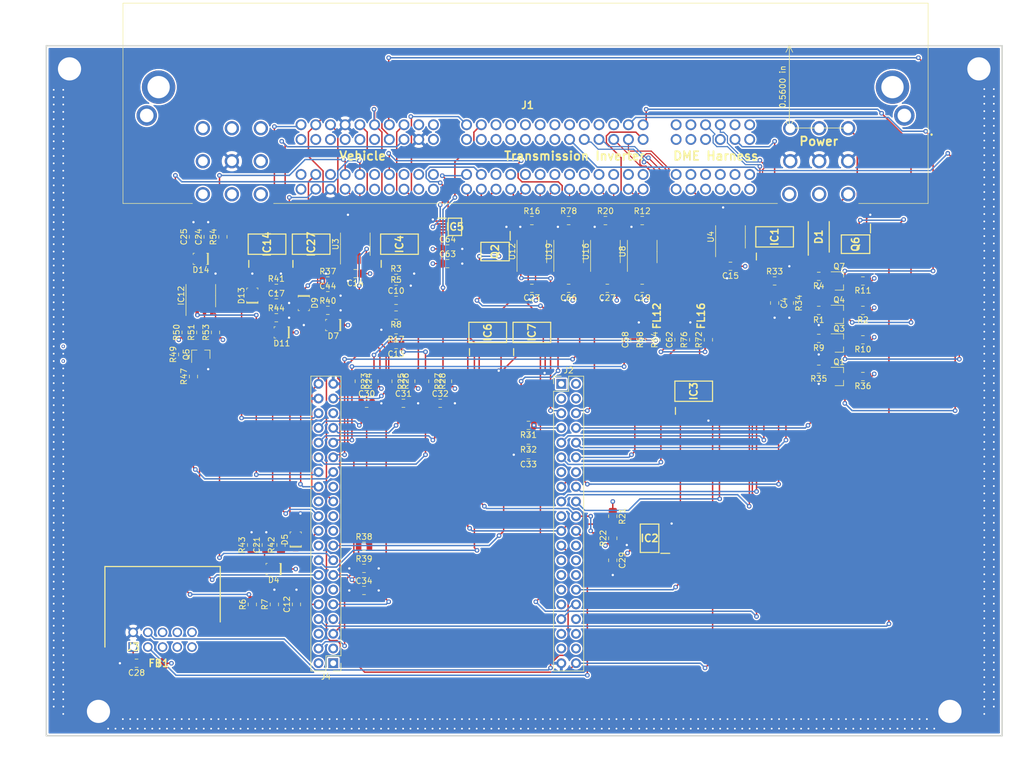
<source format=kicad_pcb>
(kicad_pcb (version 20171130) (host pcbnew "(5.1.5)-3")
  (layers (0 F.Cu signal) (1 In1.Cu power) (2 In2.Cu signal) (31 B.Cu signal) (34 B.Paste user) (35 F.Paste user) (36 B.SilkS user) (37 F.SilkS user) (38 B.Mask user) (39 F.Mask user) (44 Edge.Cuts user))
  (net 0 "")
  (net 1 GND)
  (net 2 "Net-(C28-Pad1)")
  (net 3 /MG2_TEMP+)
  (net 4 "Net-(IC3-Pad2)")
  (net 5 "Net-(IC4-Pad2)")
  (net 6 "Net-(IC6-Pad2)")
  (net 7 /TRANS_SL2-)
  (net 8 "Net-(IC7-Pad2)")
  (net 9 "Net-(J1-PadMH4)")
  (net 10 "Net-(J1-PadMH3)")
  (net 11 "Net-(J1-PadMH2)")
  (net 12 "Net-(J1-PadMH1)")
  (net 13 "Net-(J1-PadE4)")
  (net 14 "Net-(J1-PadD40)")
  (net 15 /CoolantOutputTempSignal)
  (net 16 /CAN-)
  (net 17 /CAN+)
  (net 18 "Net-(J1-PadD35)")
  (net 19 /FuelCapStatusSwitch)
  (net 20 "Net-(J1-PadD31)")
  (net 21 /SignalBrakeLightTestSwitch)
  (net 22 /DataLinkMFW)
  (net 23 "Net-(J1-PadD25)")
  (net 24 /SignalBrakeLightSwitch)
  (net 25 "Net-(J1-PadD21)")
  (net 26 "Net-(J1-PadD19)")
  (net 27 "Net-(J1-PadD18)")
  (net 28 "Net-(J1-PadD16)")
  (net 29 "Net-(J1-PadD15)")
  (net 30 /PedalSignal2)
  (net 31 "Net-(J1-PadD11)")
  (net 32 /PedalSignal1)
  (net 33 /MTH-)
  (net 34 /MTH+)
  (net 35 /HTM-)
  (net 36 /HTM+)
  (net 37 /REQ-)
  (net 38 /REQ+)
  (net 39 /CLK-)
  (net 40 /CLK+)
  (net 41 "Net-(J1-PadB17)")
  (net 42 "Net-(J1-PadB12)")
  (net 43 "Net-(J1-PadB11)")
  (net 44 "Net-(J1-PadB10)")
  (net 45 "Net-(J1-PadB9)")
  (net 46 "Net-(J1-PadB5)")
  (net 47 "Net-(J1-PadB2)")
  (net 48 "Net-(J1-PadA9)")
  (net 49 /A8680)
  (net 50 "Net-(J1-PadA2)")
  (net 51 "Net-(J3-Pad10)")
  (net 52 "Net-(J3-Pad9)")
  (net 53 "Net-(J3-Pad8)")
  (net 54 "Net-(J3-Pad7)")
  (net 55 "Net-(J3-Pad6)")
  (net 56 "Net-(J3-Pad5)")
  (net 57 "Net-(Q1-Pad1)")
  (net 58 "Net-(Q2-Pad5)")
  (net 59 "Net-(Q2-Pad4)")
  (net 60 "Net-(U3-Pad5)")
  (net 61 "Net-(U4-Pad5)")
  (net 62 "Net-(U8-Pad5)")
  (net 63 "Net-(U8-Pad4)")
  (net 64 "Net-(U12-Pad5)")
  (net 65 "Net-(U12-Pad4)")
  (net 66 "Net-(U16-Pad5)")
  (net 67 "Net-(U16-Pad4)")
  (net 68 "Net-(U19-Pad5)")
  (net 69 "Net-(U19-Pad1)")
  (net 70 /GEAR1)
  (net 71 /GEAR2)
  (net 72 /GEAR3)
  (net 73 /BRAKE)
  (net 74 /RESET)
  (net 75 "Net-(FL12-Pad2)")
  (net 76 "Net-(FL16-Pad2)")
  (net 77 /SCL)
  (net 78 /SDA)
  (net 79 /INV_POWER)
  (net 80 /OIL_POWER)
  (net 81 /SL1-)
  (net 82 /SL2-)
  (net 83 /TRANS_PB1)
  (net 84 /TRANS_PB2)
  (net 85 /TRANS_PB3)
  (net 86 /TRANS_SP)
  (net 87 /OIL_PUMP_PWM)
  (net 88 /SP)
  (net 89 /OIL_PWM)
  (net 90 /CAN1_RX)
  (net 91 /CAN1_TX)
  (net 92 /CAN2_RX)
  (net 93 /CAN2_TX)
  (net 94 /USART2_REQ)
  (net 95 /USART2_CLK)
  (net 96 /USART2_TX)
  (net 97 /USART2_RX)
  (net 98 "Net-(Q3-Pad1)")
  (net 99 /ELECTRIC_FAN)
  (net 100 /HeaterSWCAN)
  (net 101 /EWS)
  (net 102 /SignalProcessedWheelSpeedSensor)
  (net 103 /SignalFuelTank)
  (net 104 /EngineSpeedSignal)
  (net 105 /SignalFuelPumpRelay)
  (net 106 /DMERelayControl)
  (net 107 /REV_IN)
  (net 108 /FOR_IN)
  (net 109 /PC2)
  (net 110 /T15_IN)
  (net 111 /PC0)
  (net 112 /PC1)
  (net 113 /PC5)
  (net 114 /PC4)
  (net 115 "Net-(D14-PadK)")
  (net 116 /MAIN_CON)
  (net 117 "Net-(IC12-Pad8)")
  (net 118 "Net-(IC12-Pad3)")
  (net 119 /LIN_NSLP)
  (net 120 "Net-(IC14-Pad2)")
  (net 121 "Net-(IC16-Pad2)")
  (net 122 /GP3_DRV)
  (net 123 /PWM1_OUT)
  (net 124 /PWM2_OUT)
  (net 125 /PWM3_OUT)
  (net 126 /IgnitionSignal4)
  (net 127 /IgnitionSignal5)
  (net 128 /IgnitionSignal6)
  (net 129 /SignalFeedbackIgnCoils)
  (net 130 /IgnitionSignal1)
  (net 131 /IgnitionSignal2)
  (net 132 /IgnitionSignal3)
  (net 133 /SignalDMTL)
  (net 134 /IGNITION_T15)
  (net 135 /SignalClutchSwitch)
  (net 136 /PWMElectricFan)
  (net 137 /GroundEngineOilTemp)
  (net 138 /GroundIAT)
  (net 139 /GroundO2SensorPostCatBank2)
  (net 140 /GroundO2SensorPreCatBank2)
  (net 141 /GroundO2SensorPreCatBank1)
  (net 142 /SignalO2SensorPreCatBank2)
  (net 143 /PWM02SensorHeaterPreCatBank2)
  (net 144 "Net-(J1-PadA3)")
  (net 145 /FuelInjectorRelay)
  (net 146 /UART3_RX)
  (net 147 /UART3_TX)
  (net 148 "Net-(Q4-Pad1)")
  (net 149 "Net-(Q5-Pad3)")
  (net 150 "Net-(Q5-Pad1)")
  (net 151 /REVERSE)
  (net 152 /FORWARD)
  (net 153 /HV_REQUEST)
  (net 154 /GP12V)
  (net 155 /ANALOG1_IN)
  (net 156 /ANALOG2_IN)
  (net 157 /LIN_WAKE)
  (net 158 /DAC1_OUT)
  (net 159 /DAC2_OUT)
  (net 160 /12Vcc)
  (net 161 /5Vcc)
  (net 162 /3_3Vcc)
  (net 163 /HeaterEnableOutput)
  (net 164 /InverterCoolingPumpPWM)
  (net 165 /12V_MEASURE)
  (net 166 /SignalACCompressorRelay)
  (net 167 "Net-(IC27-Pad2)")
  (net 168 /SignalFI5)
  (net 169 /HeaterPumpPWM)
  (net 170 /HeaterPumpEnable)
  (net 171 /InverterCoolingPumpSignal)
  (net 172 /VBAT)
  (net 173 /VREF-)
  (net 174 /VREF+)
  (net 175 /PB7)
  (net 176 /WKUP)
  (net 177 /RST)
  (net 178 /LED)
  (net 179 /RTC_TAMPER)
  (net 180 "Net-(Q6-Pad5)")
  (net 181 "Net-(Q6-Pad4)")
  (net 182 /A2076)
  (net 183 /SignalCrankshaftSensor)
  (net 184 /SupplyElectricThrottleBody)
  (net 185 "Net-(J1-PadC6)")
  (net 186 /SignalIntakeCamshaft)
  (net 187 "Net-(J1-PadC4)")
  (net 188 "Net-(J1-PadC3)")
  (net 189 /TRANS_SL1-)
  (net 190 /OIL_PUMP_POWER)
  (net 191 /SupplyShiftLock)
  (net 192 /SignalShiftLock)
  (net 193 /SignalIAT)
  (net 194 /GroundCrankshaft)
  (net 195 /ReverseLightRelay)
  (net 196 /GroundO2SensorPostCatBank1)
  (net 197 "Net-(IC1-Pad2)")
  (net 198 /FuelPumpRelayDRV)
  (net 199 /PWMCoolantPump1)
  (net 200 /PWMCoolantPump2)
  (net 201 "Net-(Q7-Pad1)")
  (net 202 /COOLANT_PUMP_1)
  (net 203 /COOLANT_PUMP_2)
  (net 204 /CoolantTempIn)
  (net 205 /PD15)
  (net 206 /PD14)
  (net 207 /PD13)
  (net 208 /PD9)
  (net 209 /PD8)
  (net 210 /PB15)
  (net 211 /PB14)
  (net 212 /PB13)
  (net 213 /PB12)
  (net 214 /PE15)
  (net 215 /PE14)
  (net 216 /PA7)
  (net 217 /PD5)
  (net 218 /SignalEngineOilTemp)
  (net 219 /CAN_EXT2+)
  (net 220 /CAN_EXT2-)
  (net 221 /MG1_TEMP-)
  (net 222 /MG1_TEMP+)
  (net 223 /MG2_TEMP-)
  (net 224 "Net-(J1-PadC11)")
  (net 225 "Net-(J1-PadC26)")
  (net 226 /EngineDiagnosticLinkTXD)
  (net 227 /GearboxDiagnosticLink)
  (net 228 "Net-(J1-PadC10)")
  (net 229 "Net-(J1-PadC9)")
  (net 230 /USB_VBUS_ON)
  (net 231 /FuelInjectorDRV)
  (net 232 /PC10)
  (net 233 /PC11)
  (net 234 /PD11)
  (net 235 /MG1_TEMP_IN)
  (net 236 /MG2_TEMP_IN)
  (net 237 /ACCompressorRelayDRV)
  (net 238 "Net-(J1-PadC20)")
  (net 239 "Net-(J4-Pad24)")
  (net 240 /DigitalPotW1)
  (net 241 /DigitalPotA2)
  (net 242 /DigitalPotW2)
  (net 243 /DigitalPotA1)
  (net 244 "Net-(J4-Pad7)")
  (net 245 "Net-(J4-Pad6)")
  (module SamacSys_Parts:SOP50P490X110-10N (layer F.Cu) (at 142.24 62.23)
    (fp_text reference IC5 (at 0 0) (layer F.SilkS) (effects (font (size 1.27 1.27) (thickness 0.254))))
    (fp_text value AD5243BRMZ2.5 hide)
    (pad 10 smd rect (at 2.225 -1 90) (size 0.3 1.45) (layers F.Cu F.Paste F.Mask) (net 240 /DigitalPotW1))
    (pad 9 smd rect (at 2.225 -0.5 90) (size 0.3 1.45) (layers F.Cu F.Paste F.Mask) (net 1 GND))
    (pad 8 smd rect (at 2.225 0 90) (size 0.3 1.45) (layers F.Cu F.Paste F.Mask) (net 241 /DigitalPotA2))
    (pad 7 smd rect (at 2.225 0.5 90) (size 0.3 1.45) (layers F.Cu F.Paste F.Mask) (net 78 /SDA))
    (pad 6 smd rect (at 2.225 1 90) (size 0.3 1.45) (layers F.Cu F.Paste F.Mask) (net 77 /SCL))
    (pad 5 smd rect (at -2.225 1 90) (size 0.3 1.45) (layers F.Cu F.Paste F.Mask) (net 162 /3_3Vcc))
    (pad 4 smd rect (at -2.225 0.5 90) (size 0.3 1.45) (layers F.Cu F.Paste F.Mask) (net 1 GND))
    (pad 3 smd rect (at -2.225 0 90) (size 0.3 1.45) (layers F.Cu F.Paste F.Mask) (net 242 /DigitalPotW2))
    (pad 2 smd rect (at -2.225 -0.5 90) (size 0.3 1.45) (layers F.Cu F.Paste F.Mask) (net 243 /DigitalPotA1))
    (pad 1 smd rect (at -2.225 -1 90) (size 0.3 1.45) (layers F.Cu F.Paste F.Mask) (net 1 GND))
  )
  (module SamacSys_Parts:DIOM5336X244N (layer F.Cu) (at 205.054 63.956 90)
    (fp_text reference D1 (at 0 0 90) (layer F.SilkS) (effects (font (size 1.27 1.27) (thickness 0.254))))
    (fp_text value SS54B hide)
    (pad 2 smd rect (at 2.15 0 180) (size 2.05 2.25) (layers F.Cu F.Paste F.Mask) (net 182 /A2076))
    (pad 1 smd rect (at -2.15 0 180) (size 2.05 2.25) (layers F.Cu F.Paste F.Mask) (net 160 /12Vcc))
  )
  (module Capacitor_SMD:C_0805_2012Metric (layer F.Cu) (at 140.97 66.04)
    (fp_text reference C64 (at 0 -1.65) (layer F.SilkS))
    (fp_text value 0.1uF)
    (pad 2 smd roundrect (at 0.9375 0) (size 0.975 1.4) (layers F.Cu F.Paste F.Mask) (net 1 GND))
    (pad 1 smd roundrect (at -0.9375 0) (size 0.975 1.4) (layers F.Cu F.Paste F.Mask) (net 162 /3_3Vcc))
  )
  (module Resistor_SMD:R_0805_2012Metric (layer F.Cu) (at 212.674 71.576 180)
    (fp_text reference R11 (at 0 -1.65) (layer F.SilkS))
    (fp_text value 1K)
    (pad 2 smd roundrect (at 0.9375 0 180) (size 0.975 1.4) (layers F.Cu F.Paste F.Mask) (net 200 /PWMCoolantPump2))
    (pad 1 smd roundrect (at -0.9375 0 180) (size 0.975 1.4) (layers F.Cu F.Paste F.Mask) (net 49 /A8680))
  )
  (module Resistor_SMD:R_0805_2012Metric (layer F.Cu) (at 205.054 70.776 180)
    (fp_text reference R4 (at 0 -1.65) (layer F.SilkS))
    (fp_text value 1K)
    (pad 2 smd roundrect (at 0.9375 0 180) (size 0.975 1.4) (layers F.Cu F.Paste F.Mask) (net 203 /COOLANT_PUMP_2))
    (pad 1 smd roundrect (at -0.9375 0 180) (size 0.975 1.4) (layers F.Cu F.Paste F.Mask) (net 201 "Net-(Q7-Pad1)"))
  )
  (module Package_TO_SOT_SMD:SOT-23 (layer F.Cu) (at 208.574 71.576)
    (fp_text reference Q7 (at 0 -2.5) (layer F.SilkS))
    (fp_text value MMBT3904)
    (pad 3 smd rect (at 1 0) (size 0.9 0.8) (layers F.Cu F.Paste F.Mask) (net 200 /PWMCoolantPump2))
    (pad 2 smd rect (at -1 0.95) (size 0.9 0.8) (layers F.Cu F.Paste F.Mask) (net 1 GND))
    (pad 1 smd rect (at -1 -0.95) (size 0.9 0.8) (layers F.Cu F.Paste F.Mask) (net 201 "Net-(Q7-Pad1)"))
  )
  (module Resistor_SMD:R_0805_2012Metric (layer F.Cu) (at 212.674 76.656 180)
    (fp_text reference R2 (at 0 -1.65) (layer F.SilkS))
    (fp_text value 1K)
    (pad 2 smd roundrect (at 0.9375 0 180) (size 0.975 1.4) (layers F.Cu F.Paste F.Mask) (net 199 /PWMCoolantPump1))
    (pad 1 smd roundrect (at -0.9375 0 180) (size 0.975 1.4) (layers F.Cu F.Paste F.Mask) (net 49 /A8680))
  )
  (module Resistor_SMD:R_0805_2012Metric (layer F.Cu) (at 205.054 76.656 180)
    (fp_text reference R1 (at 0 -1.65) (layer F.SilkS))
    (fp_text value 1K)
    (pad 2 smd roundrect (at 0.9375 0 180) (size 0.975 1.4) (layers F.Cu F.Paste F.Mask) (net 202 /COOLANT_PUMP_1))
    (pad 1 smd roundrect (at -0.9375 0 180) (size 0.975 1.4) (layers F.Cu F.Paste F.Mask) (net 148 "Net-(Q4-Pad1)"))
  )
  (module Package_TO_SOT_SMD:SOT-23 (layer F.Cu) (at 208.574 77.346)
    (fp_text reference Q4 (at 0 -2.5) (layer F.SilkS))
    (fp_text value MMBT3904)
    (pad 3 smd rect (at 1 0) (size 0.9 0.8) (layers F.Cu F.Paste F.Mask) (net 199 /PWMCoolantPump1))
    (pad 2 smd rect (at -1 0.95) (size 0.9 0.8) (layers F.Cu F.Paste F.Mask) (net 1 GND))
    (pad 1 smd rect (at -1 -0.95) (size 0.9 0.8) (layers F.Cu F.Paste F.Mask) (net 148 "Net-(Q4-Pad1)"))
  )
  (module SamacSys_Parts:SOT230P700X175-4N (layer F.Cu) (at 197.434 63.956 90)
    (fp_text reference IC1 (at 0 0 90) (layer F.SilkS) (effects (font (size 1.27 1.27) (thickness 0.254))))
    (fp_text value NCV8402ASTT1G hide)
    (pad 4 smd rect (at 3.4 0 90) (size 1.2 3.3) (layers F.Cu F.Paste F.Mask) (net 195 /ReverseLightRelay))
    (pad 3 smd rect (at -3.4 2.3 180) (size 1 1.2) (layers F.Cu F.Paste F.Mask) (net 1 GND))
    (pad 2 smd rect (at -3.4 0 180) (size 1 1.2) (layers F.Cu F.Paste F.Mask) (net 197 "Net-(IC1-Pad2)"))
    (pad 1 smd rect (at -3.4 -2.3 180) (size 1 1.2) (layers F.Cu F.Paste F.Mask) (net 207 /PD13))
  )
  (module Resistor_SMD:R_0805_2012Metric (layer F.Cu) (at 199.974 75.386 270)
    (fp_text reference R34 (at 0 -1.65 90) (layer F.SilkS))
    (fp_text value 1K5)
    (pad 2 smd roundrect (at 0.9375 0 270) (size 0.975 1.4) (layers F.Cu F.Paste F.Mask) (net 1 GND))
    (pad 1 smd roundrect (at -0.9375 0 270) (size 0.975 1.4) (layers F.Cu F.Paste F.Mask) (net 165 /12V_MEASURE))
  )
  (module Resistor_SMD:R_0805_2012Metric (layer F.Cu) (at 197.434 71.576)
    (fp_text reference R33 (at 0 -1.65) (layer F.SilkS))
    (fp_text value 4K7)
    (pad 2 smd roundrect (at 0.9375 0) (size 0.975 1.4) (layers F.Cu F.Paste F.Mask) (net 160 /12Vcc))
    (pad 1 smd roundrect (at -0.9375 0) (size 0.975 1.4) (layers F.Cu F.Paste F.Mask) (net 165 /12V_MEASURE))
  )
  (module SamacSys_Parts:SOIC127P600X175-8N (layer F.Cu) (at 211.404 65.226 270)
    (fp_text reference Q6 (at 0 0 90) (layer F.SilkS) (effects (font (size 1.27 1.27) (thickness 0.254))))
    (fp_text value NCV8461DR2G hide)
    (pad 8 smd rect (at 2.712 -1.905) (size 0.65 1.525) (layers F.Cu F.Paste F.Mask) (net 180 "Net-(Q6-Pad5)"))
    (pad 7 smd rect (at 2.712 -0.635) (size 0.65 1.525) (layers F.Cu F.Paste F.Mask) (net 180 "Net-(Q6-Pad5)"))
    (pad 6 smd rect (at 2.712 0.635) (size 0.65 1.525) (layers F.Cu F.Paste F.Mask) (net 180 "Net-(Q6-Pad5)"))
    (pad 5 smd rect (at 2.712 1.905) (size 0.65 1.525) (layers F.Cu F.Paste F.Mask) (net 180 "Net-(Q6-Pad5)"))
    (pad 4 smd rect (at -2.712 1.905) (size 0.65 1.525) (layers F.Cu F.Paste F.Mask) (net 181 "Net-(Q6-Pad4)"))
    (pad 3 smd rect (at -2.712 0.635) (size 0.65 1.525) (layers F.Cu F.Paste F.Mask) (net 145 /FuelInjectorRelay))
    (pad 2 smd rect (at -2.712 -0.635) (size 0.65 1.525) (layers F.Cu F.Paste F.Mask) (net 231 /FuelInjectorDRV))
    (pad 1 smd rect (at -2.712 -1.905) (size 0.65 1.525) (layers F.Cu F.Paste F.Mask) (net 1 GND))
  )
  (module Connector_PinHeader_2.54mm:PinHeader_2x20_P2.54mm_Vertical (layer F.Cu) (at 121.234 137.606 180)
    (fp_text reference J4 (at 1.27 -2.33 180) (layer F.SilkS))
    (fp_text value EXT2)
    (pad 40 thru_hole oval (at 2.54 48.26 180) (size 1.7 1.7) (drill 1) (layers *.Cu *.Mask) (net 161 /5Vcc))
    (pad 39 thru_hole oval (at 0 48.26 180) (size 1.7 1.7) (drill 1) (layers *.Cu *.Mask) (net 1 GND))
    (pad 38 thru_hole oval (at 2.54 45.72 180) (size 1.7 1.7) (drill 1) (layers *.Cu *.Mask) (net 1 GND))
    (pad 37 thru_hole oval (at 0 45.72 180) (size 1.7 1.7) (drill 1) (layers *.Cu *.Mask) (net 80 /OIL_POWER))
    (pad 36 thru_hole oval (at 2.54 43.18 180) (size 1.7 1.7) (drill 1) (layers *.Cu *.Mask) (net 198 /FuelPumpRelayDRV))
    (pad 35 thru_hole oval (at 0 43.18 180) (size 1.7 1.7) (drill 1) (layers *.Cu *.Mask) (net 178 /LED))
    (pad 34 thru_hole oval (at 2.54 40.64 180) (size 1.7 1.7) (drill 1) (layers *.Cu *.Mask) (net 70 /GEAR1))
    (pad 33 thru_hole oval (at 0 40.64 180) (size 1.7 1.7) (drill 1) (layers *.Cu *.Mask) (net 71 /GEAR2))
    (pad 32 thru_hole oval (at 2.54 38.1 180) (size 1.7 1.7) (drill 1) (layers *.Cu *.Mask) (net 72 /GEAR3))
    (pad 31 thru_hole oval (at 0 38.1 180) (size 1.7 1.7) (drill 1) (layers *.Cu *.Mask) (net 94 /USART2_REQ))
    (pad 30 thru_hole oval (at 2.54 35.56 180) (size 1.7 1.7) (drill 1) (layers *.Cu *.Mask) (net 108 /FOR_IN))
    (pad 29 thru_hole oval (at 0 35.56 180) (size 1.7 1.7) (drill 1) (layers *.Cu *.Mask) (net 97 /USART2_RX))
    (pad 28 thru_hole oval (at 2.54 33.02 180) (size 1.7 1.7) (drill 1) (layers *.Cu *.Mask) (net 119 /LIN_NSLP))
    (pad 27 thru_hole oval (at 0 33.02 180) (size 1.7 1.7) (drill 1) (layers *.Cu *.Mask) (net 157 /LIN_WAKE))
    (pad 26 thru_hole oval (at 2.54 30.48 180) (size 1.7 1.7) (drill 1) (layers *.Cu *.Mask) (net 237 /ACCompressorRelayDRV))
    (pad 25 thru_hole oval (at 0 30.48 180) (size 1.7 1.7) (drill 1) (layers *.Cu *.Mask) (net 216 /PA7))
    (pad 24 thru_hole oval (at 2.54 27.94 180) (size 1.7 1.7) (drill 1) (layers *.Cu *.Mask) (net 239 "Net-(J4-Pad24)"))
    (pad 23 thru_hole oval (at 0 27.94 180) (size 1.7 1.7) (drill 1) (layers *.Cu *.Mask) (net 111 /PC0))
    (pad 22 thru_hole oval (at 2.54 25.4 180) (size 1.7 1.7) (drill 1) (layers *.Cu *.Mask) (net 112 /PC1))
    (pad 21 thru_hole oval (at 0 25.4 180) (size 1.7 1.7) (drill 1) (layers *.Cu *.Mask) (net 109 /PC2))
    (pad 20 thru_hole oval (at 2.54 22.86 180) (size 1.7 1.7) (drill 1) (layers *.Cu *.Mask) (net 204 /CoolantTempIn))
    (pad 19 thru_hole oval (at 0 22.86 180) (size 1.7 1.7) (drill 1) (layers *.Cu *.Mask) (net 114 /PC4))
    (pad 18 thru_hole oval (at 2.54 20.32 180) (size 1.7 1.7) (drill 1) (layers *.Cu *.Mask) (net 113 /PC5))
    (pad 17 thru_hole oval (at 0 20.32 180) (size 1.7 1.7) (drill 1) (layers *.Cu *.Mask) (net 82 /SL2-))
    (pad 16 thru_hole oval (at 2.54 17.78 180) (size 1.7 1.7) (drill 1) (layers *.Cu *.Mask) (net 81 /SL1-))
    (pad 15 thru_hole oval (at 0 17.78 180) (size 1.7 1.7) (drill 1) (layers *.Cu *.Mask) (net 232 /PC10))
    (pad 14 thru_hole oval (at 2.54 15.24 180) (size 1.7 1.7) (drill 1) (layers *.Cu *.Mask) (net 233 /PC11))
    (pad 13 thru_hole oval (at 0 15.24 180) (size 1.7 1.7) (drill 1) (layers *.Cu *.Mask) (net 107 /REV_IN))
    (pad 12 thru_hole oval (at 2.54 12.7 180) (size 1.7 1.7) (drill 1) (layers *.Cu *.Mask) (net 179 /RTC_TAMPER))
    (pad 11 thru_hole oval (at 0 12.7 180) (size 1.7 1.7) (drill 1) (layers *.Cu *.Mask) (net 230 /USB_VBUS_ON))
    (pad 10 thru_hole oval (at 2.54 10.16 180) (size 1.7 1.7) (drill 1) (layers *.Cu *.Mask) (net 110 /T15_IN))
    (pad 9 thru_hole oval (at 0 10.16 180) (size 1.7 1.7) (drill 1) (layers *.Cu *.Mask) (net 217 /PD5))
    (pad 8 thru_hole oval (at 2.54 7.62 180) (size 1.7 1.7) (drill 1) (layers *.Cu *.Mask) (net 231 /FuelInjectorDRV))
    (pad 7 thru_hole oval (at 0 7.62 180) (size 1.7 1.7) (drill 1) (layers *.Cu *.Mask) (net 244 "Net-(J4-Pad7)"))
    (pad 6 thru_hole oval (at 2.54 5.08 180) (size 1.7 1.7) (drill 1) (layers *.Cu *.Mask) (net 245 "Net-(J4-Pad6)"))
    (pad 5 thru_hole oval (at 0 5.08 180) (size 1.7 1.7) (drill 1) (layers *.Cu *.Mask) (net 91 /CAN1_TX))
    (pad 4 thru_hole oval (at 2.54 2.54 180) (size 1.7 1.7) (drill 1) (layers *.Cu *.Mask) (net 90 /CAN1_RX))
    (pad 3 thru_hole oval (at 0 2.54 180) (size 1.7 1.7) (drill 1) (layers *.Cu *.Mask) (net 74 /RESET))
    (pad 2 thru_hole oval (at 2.54 0 180) (size 1.7 1.7) (drill 1) (layers *.Cu *.Mask) (net 162 /3_3Vcc))
    (pad 1 thru_hole rect (at 0 0 180) (size 1.7 1.7) (drill 1) (layers *.Cu *.Mask) (net 162 /3_3Vcc))
  )
  (module Connector_PinHeader_2.54mm:PinHeader_2x20_P2.54mm_Vertical (layer F.Cu) (at 160.604 89.356)
    (fp_text reference J2 (at 1.27 -2.33 -180) (layer F.SilkS))
    (fp_text value EXT1)
    (pad 40 thru_hole oval (at 2.54 48.26) (size 1.7 1.7) (drill 1) (layers *.Cu *.Mask) (net 161 /5Vcc))
    (pad 39 thru_hole oval (at 0 48.26) (size 1.7 1.7) (drill 1) (layers *.Cu *.Mask) (net 1 GND))
    (pad 38 thru_hole oval (at 2.54 45.72) (size 1.7 1.7) (drill 1) (layers *.Cu *.Mask) (net 172 /VBAT))
    (pad 37 thru_hole oval (at 0 45.72) (size 1.7 1.7) (drill 1) (layers *.Cu *.Mask) (net 173 /VREF-))
    (pad 36 thru_hole oval (at 2.54 43.18) (size 1.7 1.7) (drill 1) (layers *.Cu *.Mask) (net 174 /VREF+))
    (pad 35 thru_hole oval (at 0 43.18) (size 1.7 1.7) (drill 1) (layers *.Cu *.Mask) (net 205 /PD15))
    (pad 34 thru_hole oval (at 2.54 40.64) (size 1.7 1.7) (drill 1) (layers *.Cu *.Mask) (net 206 /PD14))
    (pad 33 thru_hole oval (at 0 40.64) (size 1.7 1.7) (drill 1) (layers *.Cu *.Mask) (net 207 /PD13))
    (pad 32 thru_hole oval (at 2.54 38.1) (size 1.7 1.7) (drill 1) (layers *.Cu *.Mask) (net 88 /SP))
    (pad 31 thru_hole oval (at 0 38.1) (size 1.7 1.7) (drill 1) (layers *.Cu *.Mask) (net 234 /PD11))
    (pad 30 thru_hole oval (at 2.54 35.56) (size 1.7 1.7) (drill 1) (layers *.Cu *.Mask) (net 79 /INV_POWER))
    (pad 29 thru_hole oval (at 0 35.56) (size 1.7 1.7) (drill 1) (layers *.Cu *.Mask) (net 208 /PD9))
    (pad 28 thru_hole oval (at 2.54 33.02) (size 1.7 1.7) (drill 1) (layers *.Cu *.Mask) (net 209 /PD8))
    (pad 27 thru_hole oval (at 0 33.02) (size 1.7 1.7) (drill 1) (layers *.Cu *.Mask) (net 210 /PB15))
    (pad 26 thru_hole oval (at 2.54 30.48) (size 1.7 1.7) (drill 1) (layers *.Cu *.Mask) (net 211 /PB14))
    (pad 25 thru_hole oval (at 0 30.48) (size 1.7 1.7) (drill 1) (layers *.Cu *.Mask) (net 212 /PB13))
    (pad 24 thru_hole oval (at 2.54 27.94) (size 1.7 1.7) (drill 1) (layers *.Cu *.Mask) (net 213 /PB12))
    (pad 23 thru_hole oval (at 0 27.94) (size 1.7 1.7) (drill 1) (layers *.Cu *.Mask) (net 146 /UART3_RX))
    (pad 22 thru_hole oval (at 2.54 25.4) (size 1.7 1.7) (drill 1) (layers *.Cu *.Mask) (net 147 /UART3_TX))
    (pad 21 thru_hole oval (at 0 25.4) (size 1.7 1.7) (drill 1) (layers *.Cu *.Mask) (net 78 /SDA))
    (pad 20 thru_hole oval (at 2.54 22.86) (size 1.7 1.7) (drill 1) (layers *.Cu *.Mask) (net 77 /SCL))
    (pad 19 thru_hole oval (at 0 22.86) (size 1.7 1.7) (drill 1) (layers *.Cu *.Mask) (net 175 /PB7))
    (pad 18 thru_hole oval (at 2.54 20.32) (size 1.7 1.7) (drill 1) (layers *.Cu *.Mask) (net 93 /CAN2_TX))
    (pad 17 thru_hole oval (at 0 20.32) (size 1.7 1.7) (drill 1) (layers *.Cu *.Mask) (net 92 /CAN2_RX))
    (pad 16 thru_hole oval (at 2.54 17.78) (size 1.7 1.7) (drill 1) (layers *.Cu *.Mask) (net 165 /12V_MEASURE))
    (pad 15 thru_hole oval (at 0 17.78) (size 1.7 1.7) (drill 1) (layers *.Cu *.Mask) (net 202 /COOLANT_PUMP_1))
    (pad 14 thru_hole oval (at 2.54 15.24) (size 1.7 1.7) (drill 1) (layers *.Cu *.Mask) (net 214 /PE15))
    (pad 13 thru_hole oval (at 0 15.24) (size 1.7 1.7) (drill 1) (layers *.Cu *.Mask) (net 215 /PE14))
    (pad 12 thru_hole oval (at 2.54 12.7) (size 1.7 1.7) (drill 1) (layers *.Cu *.Mask) (net 235 /MG1_TEMP_IN))
    (pad 11 thru_hole oval (at 0 12.7) (size 1.7 1.7) (drill 1) (layers *.Cu *.Mask) (net 236 /MG2_TEMP_IN))
    (pad 10 thru_hole oval (at 2.54 10.16) (size 1.7 1.7) (drill 1) (layers *.Cu *.Mask) (net 99 /ELECTRIC_FAN))
    (pad 9 thru_hole oval (at 0 10.16) (size 1.7 1.7) (drill 1) (layers *.Cu *.Mask) (net 203 /COOLANT_PUMP_2))
    (pad 8 thru_hole oval (at 2.54 7.62) (size 1.7 1.7) (drill 1) (layers *.Cu *.Mask) (net 89 /OIL_PWM))
    (pad 7 thru_hole oval (at 0 7.62) (size 1.7 1.7) (drill 1) (layers *.Cu *.Mask) (net 73 /BRAKE))
    (pad 6 thru_hole oval (at 2.54 5.08) (size 1.7 1.7) (drill 1) (layers *.Cu *.Mask) (net 96 /USART2_TX))
    (pad 5 thru_hole oval (at 0 5.08) (size 1.7 1.7) (drill 1) (layers *.Cu *.Mask) (net 95 /USART2_CLK))
    (pad 4 thru_hole oval (at 2.54 2.54) (size 1.7 1.7) (drill 1) (layers *.Cu *.Mask) (net 176 /WKUP))
    (pad 3 thru_hole oval (at 0 2.54) (size 1.7 1.7) (drill 1) (layers *.Cu *.Mask) (net 177 /RST))
    (pad 2 thru_hole oval (at 2.54 0) (size 1.7 1.7) (drill 1) (layers *.Cu *.Mask) (net 162 /3_3Vcc))
    (pad 1 thru_hole rect (at 0 0) (size 1.7 1.7) (drill 1) (layers *.Cu *.Mask) (net 162 /3_3Vcc))
  )
  (module SamacSys_Parts:SOT230P700X175-4N (layer F.Cu) (at 117.424 65.226 90)
    (fp_text reference IC27 (at 0 0 90) (layer F.SilkS) (effects (font (size 1.27 1.27) (thickness 0.254))))
    (fp_text value NCV8402ASTT1G hide)
    (pad 4 smd rect (at 3.4 0 90) (size 1.2 3.3) (layers F.Cu F.Paste F.Mask) (net 166 /SignalACCompressorRelay))
    (pad 3 smd rect (at -3.4 2.3 180) (size 1 1.2) (layers F.Cu F.Paste F.Mask) (net 1 GND))
    (pad 2 smd rect (at -3.4 0 180) (size 1 1.2) (layers F.Cu F.Paste F.Mask) (net 167 "Net-(IC27-Pad2)"))
    (pad 1 smd rect (at -3.4 -2.3 180) (size 1 1.2) (layers F.Cu F.Paste F.Mask) (net 237 /ACCompressorRelayDRV))
  )
  (module Package_SO:SO-8_3.9x4.9mm_P1.27mm (layer F.Cu) (at 98.374 74.116 90)
    (fp_text reference IC12 (at 0 -3.4 90) (layer F.SilkS))
    (fp_text value TJA1020T_CM,118)
    (pad 8 smd roundrect (at 2.575 -1.905 90) (size 1.75 0.6) (layers F.Cu F.Paste F.Mask) (net 117 "Net-(IC12-Pad8)"))
    (pad 7 smd roundrect (at 2.575 -0.635 90) (size 1.75 0.6) (layers F.Cu F.Paste F.Mask) (net 134 /IGNITION_T15))
    (pad 6 smd roundrect (at 2.575 0.635 90) (size 1.75 0.6) (layers F.Cu F.Paste F.Mask) (net 22 /DataLinkMFW))
    (pad 5 smd roundrect (at 2.575 1.905 90) (size 1.75 0.6) (layers F.Cu F.Paste F.Mask) (net 1 GND))
    (pad 4 smd roundrect (at -2.575 1.905 90) (size 1.75 0.6) (layers F.Cu F.Paste F.Mask) (net 232 /PC10))
    (pad 3 smd roundrect (at -2.575 0.635 90) (size 1.75 0.6) (layers F.Cu F.Paste F.Mask) (net 118 "Net-(IC12-Pad3)"))
    (pad 2 smd roundrect (at -2.575 -0.635 90) (size 1.75 0.6) (layers F.Cu F.Paste F.Mask) (net 119 /LIN_NSLP))
    (pad 1 smd roundrect (at -2.575 -1.905 90) (size 1.75 0.6) (layers F.Cu F.Paste F.Mask) (net 233 /PC11))
  )
  (module Capacitor_SMD:C_0805_2012Metric (layer F.Cu) (at 197.434 75.386 270)
    (fp_text reference C4 (at 0 -1.65 90) (layer F.SilkS))
    (fp_text value 1uF)
    (pad 2 smd roundrect (at 0.9375 0 270) (size 0.975 1.4) (layers F.Cu F.Paste F.Mask) (net 1 GND))
    (pad 1 smd roundrect (at -0.9375 0 270) (size 0.975 1.4) (layers F.Cu F.Paste F.Mask) (net 165 /12V_MEASURE))
  )
  (module Resistor_SMD:R_0805_2012Metric (layer F.Cu) (at 111.4065 77.926)
    (fp_text reference R44 (at 0 -1.65) (layer F.SilkS))
    (fp_text value 1K)
    (pad 2 smd roundrect (at 0.9375 0) (size 0.975 1.4) (layers F.Cu F.Paste F.Mask) (net 1 GND))
    (pad 1 smd roundrect (at -0.9375 0) (size 0.975 1.4) (layers F.Cu F.Paste F.Mask) (net 112 /PC1))
  )
  (module Resistor_SMD:R_0805_2012Metric (layer F.Cu) (at 111.4065 72.846)
    (fp_text reference R41 (at 0 -1.65) (layer F.SilkS))
    (fp_text value 1K)
    (pad 2 smd roundrect (at 0.9375 0) (size 0.975 1.4) (layers F.Cu F.Paste F.Mask) (net 30 /PedalSignal2))
    (pad 1 smd roundrect (at -0.9375 0) (size 0.975 1.4) (layers F.Cu F.Paste F.Mask) (net 112 /PC1))
  )
  (module Resistor_SMD:R_0805_2012Metric (layer F.Cu) (at 126.544 121.234)
    (fp_text reference R39 (at 0 -1.65) (layer F.SilkS))
    (fp_text value 1K5)
    (pad 2 smd roundrect (at 0.9375 0) (size 0.975 1.4) (layers F.Cu F.Paste F.Mask) (net 1 GND))
    (pad 1 smd roundrect (at -0.9375 0) (size 0.975 1.4) (layers F.Cu F.Paste F.Mask) (net 107 /REV_IN))
  )
  (module Resistor_SMD:R_0805_2012Metric (layer F.Cu) (at 126.544 117.424)
    (fp_text reference R38 (at 0 -1.65) (layer F.SilkS))
    (fp_text value 4K7)
    (pad 2 smd roundrect (at 0.9375 0) (size 0.975 1.4) (layers F.Cu F.Paste F.Mask) (net 151 /REVERSE))
    (pad 1 smd roundrect (at -0.9375 0) (size 0.975 1.4) (layers F.Cu F.Paste F.Mask) (net 107 /REV_IN))
  )
  (module Resistor_SMD:R_0805_2012Metric (layer F.Cu) (at 212.674 88.086 180)
    (fp_text reference R36 (at 0 -1.65) (layer F.SilkS))
    (fp_text value 1K)
    (pad 2 smd roundrect (at 0.9375 0 180) (size 0.975 1.4) (layers F.Cu F.Paste F.Mask) (net 87 /OIL_PUMP_PWM))
    (pad 1 smd roundrect (at -0.9375 0 180) (size 0.975 1.4) (layers F.Cu F.Paste F.Mask) (net 49 /A8680))
  )
  (module Resistor_SMD:R_0805_2012Metric (layer F.Cu) (at 205.054 86.816 180)
    (fp_text reference R35 (at 0 -1.65) (layer F.SilkS))
    (fp_text value 1K)
    (pad 2 smd roundrect (at 0.9375 0 180) (size 0.975 1.4) (layers F.Cu F.Paste F.Mask) (net 89 /OIL_PWM))
    (pad 1 smd roundrect (at -0.9375 0 180) (size 0.975 1.4) (layers F.Cu F.Paste F.Mask) (net 57 "Net-(Q1-Pad1)"))
  )
  (module Resistor_SMD:R_0805_2012Metric (layer F.Cu) (at 154.94 99.06 180)
    (fp_text reference R32 (at 0 -1.65) (layer F.SilkS))
    (fp_text value 1K5)
    (pad 2 smd roundrect (at 0.9375 0 180) (size 0.975 1.4) (layers F.Cu F.Paste F.Mask) (net 1 GND))
    (pad 1 smd roundrect (at -0.9375 0 180) (size 0.975 1.4) (layers F.Cu F.Paste F.Mask) (net 73 /BRAKE))
  )
  (module Resistor_SMD:R_0805_2012Metric (layer F.Cu) (at 154.94 96.52 180)
    (fp_text reference R31 (at 0 -1.65) (layer F.SilkS))
    (fp_text value 4K7)
    (pad 2 smd roundrect (at 0.9375 0 180) (size 0.975 1.4) (layers F.Cu F.Paste F.Mask) (net 24 /SignalBrakeLightSwitch))
    (pad 1 smd roundrect (at -0.9375 0 180) (size 0.975 1.4) (layers F.Cu F.Paste F.Mask) (net 73 /BRAKE))
  )
  (module Resistor_SMD:R_0805_2012Metric (layer F.Cu) (at 111.074 127.456 90)
    (fp_text reference R7 (at 0 -1.65 90) (layer F.SilkS))
    (fp_text value 1K5)
    (pad 2 smd roundrect (at 0.9375 0 90) (size 0.975 1.4) (layers F.Cu F.Paste F.Mask) (net 1 GND))
    (pad 1 smd roundrect (at -0.9375 0 90) (size 0.975 1.4) (layers F.Cu F.Paste F.Mask) (net 110 /T15_IN))
  )
  (module Resistor_SMD:R_0805_2012Metric (layer F.Cu) (at 107.264 127.456 90)
    (fp_text reference R6 (at 0 -1.65 90) (layer F.SilkS))
    (fp_text value 4K7)
    (pad 2 smd roundrect (at 0.9375 0 90) (size 0.975 1.4) (layers F.Cu F.Paste F.Mask) (net 134 /IGNITION_T15))
    (pad 1 smd roundrect (at -0.9375 0 90) (size 0.975 1.4) (layers F.Cu F.Paste F.Mask) (net 110 /T15_IN))
  )
  (module Resistor_SMD:R_0805_2012Metric (layer F.Cu) (at 132.08 73.025)
    (fp_text reference R5 (at 0 -1.65) (layer F.SilkS))
    (fp_text value 1K5)
    (pad 2 smd roundrect (at 0.9375 0) (size 0.975 1.4) (layers F.Cu F.Paste F.Mask) (net 1 GND))
    (pad 1 smd roundrect (at -0.9375 0) (size 0.975 1.4) (layers F.Cu F.Paste F.Mask) (net 217 /PD5))
  )
  (module Resistor_SMD:R_0805_2012Metric (layer F.Cu) (at 132.08 71.12)
    (fp_text reference R3 (at 0 -1.65) (layer F.SilkS))
    (fp_text value 4K7)
    (pad 2 smd roundrect (at 0.9375 0) (size 0.975 1.4) (layers F.Cu F.Paste F.Mask) (net 101 /EWS))
    (pad 1 smd roundrect (at -0.9375 0) (size 0.975 1.4) (layers F.Cu F.Paste F.Mask) (net 217 /PD5))
  )
  (module Package_TO_SOT_SMD:SOT-23 (layer F.Cu) (at 208.574 88.086)
    (fp_text reference Q1 (at 0 -2.5) (layer F.SilkS))
    (fp_text value MMBT3904)
    (pad 3 smd rect (at 1 0) (size 0.9 0.8) (layers F.Cu F.Paste F.Mask) (net 87 /OIL_PUMP_PWM))
    (pad 2 smd rect (at -1 0.95) (size 0.9 0.8) (layers F.Cu F.Paste F.Mask) (net 1 GND))
    (pad 1 smd rect (at -1 -0.95) (size 0.9 0.8) (layers F.Cu F.Paste F.Mask) (net 57 "Net-(Q1-Pad1)"))
  )
  (module digikey-footprints:SOD-123 (layer F.Cu) (at 107.264 74.116 90)
    (fp_text reference D13 (at -0.01 -1.89 90) (layer F.SilkS))
    (fp_text value 1N4148W-7-F)
    (pad A smd rect (at 1.575 0 90) (size 0.9 0.95) (layers F.Cu F.Paste F.Mask) (net 1 GND))
    (pad K smd rect (at -1.575 0 90) (size 0.9 0.95) (layers F.Cu F.Paste F.Mask) (net 112 /PC1))
  )
  (module digikey-footprints:SOD-123 (layer F.Cu) (at 112.344 80.466 180)
    (fp_text reference D11 (at -0.01 -1.89) (layer F.SilkS))
    (fp_text value 1N4148W-7-F)
    (pad A smd rect (at 1.575 0 180) (size 0.9 0.95) (layers F.Cu F.Paste F.Mask) (net 112 /PC1))
    (pad K smd rect (at -1.575 0 180) (size 0.9 0.95) (layers F.Cu F.Paste F.Mask) (net 162 /3_3Vcc))
  )
  (module Capacitor_SMD:C_0805_2012Metric (layer F.Cu) (at 126.544 125.044)
    (fp_text reference C34 (at 0 -1.65) (layer F.SilkS))
    (fp_text value 1uF)
    (pad 2 smd roundrect (at 0.9375 0) (size 0.975 1.4) (layers F.Cu F.Paste F.Mask) (net 1 GND))
    (pad 1 smd roundrect (at -0.9375 0) (size 0.975 1.4) (layers F.Cu F.Paste F.Mask) (net 107 /REV_IN))
  )
  (module Capacitor_SMD:C_0805_2012Metric (layer F.Cu) (at 154.94 101.6 180)
    (fp_text reference C33 (at 0 -1.65) (layer F.SilkS))
    (fp_text value 1uF)
    (pad 2 smd roundrect (at 0.9375 0 180) (size 0.975 1.4) (layers F.Cu F.Paste F.Mask) (net 1 GND))
    (pad 1 smd roundrect (at -0.9375 0 180) (size 0.975 1.4) (layers F.Cu F.Paste F.Mask) (net 73 /BRAKE))
  )
  (module Capacitor_SMD:C_0805_2012Metric (layer F.Cu) (at 111.4065 75.386)
    (fp_text reference C17 (at 0 -1.65) (layer F.SilkS))
    (fp_text value 1uF)
    (pad 2 smd roundrect (at 0.9375 0) (size 0.975 1.4) (layers F.Cu F.Paste F.Mask) (net 1 GND))
    (pad 1 smd roundrect (at -0.9375 0) (size 0.975 1.4) (layers F.Cu F.Paste F.Mask) (net 112 /PC1))
  )
  (module Capacitor_SMD:C_0805_2012Metric (layer F.Cu) (at 114.884 127.456 90)
    (fp_text reference C12 (at 0 -1.65 90) (layer F.SilkS))
    (fp_text value 1uF)
    (pad 2 smd roundrect (at 0.9375 0 90) (size 0.975 1.4) (layers F.Cu F.Paste F.Mask) (net 1 GND))
    (pad 1 smd roundrect (at -0.9375 0 90) (size 0.975 1.4) (layers F.Cu F.Paste F.Mask) (net 110 /T15_IN))
  )
  (module Capacitor_SMD:C_0805_2012Metric (layer F.Cu) (at 132.08 74.93)
    (fp_text reference C10 (at 0 -1.65) (layer F.SilkS))
    (fp_text value 1uF)
    (pad 2 smd roundrect (at 0.9375 0) (size 0.975 1.4) (layers F.Cu F.Paste F.Mask) (net 1 GND))
    (pad 1 smd roundrect (at -0.9375 0) (size 0.975 1.4) (layers F.Cu F.Paste F.Mask) (net 217 /PD5))
  )
  (module Resistor_SMD:R_0805_2012Metric (layer F.Cu) (at 102.184 63.956 90)
    (fp_text reference R54 (at 0 -1.65 90) (layer F.SilkS))
    (fp_text value 18K)
    (pad 2 smd roundrect (at 0.9375 0 90) (size 0.975 1.4) (layers F.Cu F.Paste F.Mask) (net 22 /DataLinkMFW))
    (pad 1 smd roundrect (at -0.9375 0 90) (size 0.975 1.4) (layers F.Cu F.Paste F.Mask) (net 115 "Net-(D14-PadK)"))
  )
  (module Resistor_SMD:R_0805_2012Metric (layer F.Cu) (at 100.914 80.466 90)
    (fp_text reference R53 (at 0 -1.65 90) (layer F.SilkS))
    (fp_text value 2K2)
    (pad 2 smd roundrect (at 0.9375 0 90) (size 0.975 1.4) (layers F.Cu F.Paste F.Mask) (net 232 /PC10))
    (pad 1 smd roundrect (at -0.9375 0 90) (size 0.975 1.4) (layers F.Cu F.Paste F.Mask) (net 162 /3_3Vcc))
  )
  (module Resistor_SMD:R_0805_2012Metric (layer F.Cu) (at 98.374 80.466 90)
    (fp_text reference R51 (at 0 -1.65 90) (layer F.SilkS))
    (fp_text value R_US)
    (pad 2 smd roundrect (at 0.9375 0 90) (size 0.975 1.4) (layers F.Cu F.Paste F.Mask) (net 118 "Net-(IC12-Pad3)"))
    (pad 1 smd roundrect (at -0.9375 0 90) (size 0.975 1.4) (layers F.Cu F.Paste F.Mask) (net 149 "Net-(Q5-Pad3)"))
  )
  (module Resistor_SMD:R_0805_2012Metric (layer F.Cu) (at 95.834 80.466 90)
    (fp_text reference R50 (at 0 -1.65 90) (layer F.SilkS))
    (fp_text value 2K2)
    (pad 2 smd roundrect (at 0.9375 0 90) (size 0.975 1.4) (layers F.Cu F.Paste F.Mask) (net 233 /PC11))
    (pad 1 smd roundrect (at -0.9375 0 90) (size 0.975 1.4) (layers F.Cu F.Paste F.Mask) (net 162 /3_3Vcc))
  )
  (module Resistor_SMD:R_0805_2012Metric (layer F.Cu) (at 95.25 84.276 90)
    (fp_text reference R49 (at 0 -1.65 90) (layer F.SilkS))
    (fp_text value 10K)
    (pad 2 smd roundrect (at 0.9375 0 90) (size 0.975 1.4) (layers F.Cu F.Paste F.Mask) (net 149 "Net-(Q5-Pad3)"))
    (pad 1 smd roundrect (at -0.9375 0 90) (size 0.975 1.4) (layers F.Cu F.Paste F.Mask) (net 134 /IGNITION_T15))
  )
  (module Resistor_SMD:R_0805_2012Metric (layer F.Cu) (at 97.104 88.086 90)
    (fp_text reference R47 (at 0 -1.65 90) (layer F.SilkS))
    (fp_text value 1K)
    (pad 2 smd roundrect (at 0.9375 0 90) (size 0.975 1.4) (layers F.Cu F.Paste F.Mask) (net 150 "Net-(Q5-Pad1)"))
    (pad 1 smd roundrect (at -0.9375 0 90) (size 0.975 1.4) (layers F.Cu F.Paste F.Mask) (net 157 /LIN_WAKE))
  )
  (module Capacitor_SMD:C_0805_2012Metric (layer F.Cu) (at 140.97 68.58)
    (fp_text reference C63 (at 0 -1.65) (layer F.SilkS))
    (fp_text value 10uF)
    (pad 2 smd roundrect (at 0.9375 0) (size 0.975 1.4) (layers F.Cu F.Paste F.Mask) (net 1 GND))
    (pad 1 smd roundrect (at -0.9375 0) (size 0.975 1.4) (layers F.Cu F.Paste F.Mask) (net 162 /3_3Vcc))
  )
  (module Capacitor_SMD:C_0805_2012Metric (layer F.Cu) (at 97.104 63.956 90)
    (fp_text reference C25 (at 0 -1.65 90) (layer F.SilkS))
    (fp_text value 1uF)
    (pad 2 smd roundrect (at 0.9375 0 90) (size 0.975 1.4) (layers F.Cu F.Paste F.Mask) (net 1 GND))
    (pad 1 smd roundrect (at -0.9375 0 90) (size 0.975 1.4) (layers F.Cu F.Paste F.Mask) (net 134 /IGNITION_T15))
  )
  (module Capacitor_SMD:C_0805_2012Metric (layer F.Cu) (at 99.644 63.956 90)
    (fp_text reference C24 (at 0 -1.65 90) (layer F.SilkS))
    (fp_text value 3n3)
    (pad 2 smd roundrect (at 0.9375 0 90) (size 0.975 1.4) (layers F.Cu F.Paste F.Mask) (net 1 GND))
    (pad 1 smd roundrect (at -0.9375 0 90) (size 0.975 1.4) (layers F.Cu F.Paste F.Mask) (net 22 /DataLinkMFW))
  )
  (module Resistor_SMD:R_0805_2012Metric (layer F.Cu) (at 107.136 117.1935 90)
    (fp_text reference R43 (at 0 -1.65 90) (layer F.SilkS))
    (fp_text value 1K)
    (pad 2 smd roundrect (at 0.9375 0 90) (size 0.975 1.4) (layers F.Cu F.Paste F.Mask) (net 1 GND))
    (pad 1 smd roundrect (at -0.9375 0 90) (size 0.975 1.4) (layers F.Cu F.Paste F.Mask) (net 204 /CoolantTempIn))
  )
  (module Resistor_SMD:R_0805_2012Metric (layer F.Cu) (at 112.216 117.1935 90)
    (fp_text reference R42 (at 0 -1.65 90) (layer F.SilkS))
    (fp_text value 1K)
    (pad 2 smd roundrect (at 0.9375 0 90) (size 0.975 1.4) (layers F.Cu F.Paste F.Mask) (net 15 /CoolantOutputTempSignal))
    (pad 1 smd roundrect (at -0.9375 0 90) (size 0.975 1.4) (layers F.Cu F.Paste F.Mask) (net 204 /CoolantTempIn))
  )
  (module Resistor_SMD:R_0805_2012Metric (layer F.Cu) (at 132.08 80.01 180)
    (fp_text reference R17 (at 0 -1.65) (layer F.SilkS))
    (fp_text value 1K5)
    (pad 2 smd roundrect (at 0.9375 0 180) (size 0.975 1.4) (layers F.Cu F.Paste F.Mask) (net 1 GND))
    (pad 1 smd roundrect (at -0.9375 0 180) (size 0.975 1.4) (layers F.Cu F.Paste F.Mask) (net 108 /FOR_IN))
  )
  (module Package_TO_SOT_SMD:SOT-23 (layer F.Cu) (at 98.374 84.276 90)
    (fp_text reference Q5 (at 0 -2.5 90) (layer F.SilkS))
    (fp_text value MMBT3904)
    (pad 3 smd rect (at 1 0 90) (size 0.9 0.8) (layers F.Cu F.Paste F.Mask) (net 149 "Net-(Q5-Pad3)"))
    (pad 2 smd rect (at -1 0.95 90) (size 0.9 0.8) (layers F.Cu F.Paste F.Mask) (net 1 GND))
    (pad 1 smd rect (at -1 -0.95 90) (size 0.9 0.8) (layers F.Cu F.Paste F.Mask) (net 150 "Net-(Q5-Pad1)"))
  )
  (module SamacSys_Parts:SOT230P700X175-4N (layer F.Cu) (at 109.804 65.226 90)
    (fp_text reference IC14 (at 0 0 90) (layer F.SilkS) (effects (font (size 1.27 1.27) (thickness 0.254))))
    (fp_text value NCV8402ASTT1G hide)
    (pad 4 smd rect (at 3.4 0 90) (size 1.2 3.3) (layers F.Cu F.Paste F.Mask) (net 105 /SignalFuelPumpRelay))
    (pad 3 smd rect (at -3.4 2.3 180) (size 1 1.2) (layers F.Cu F.Paste F.Mask) (net 1 GND))
    (pad 2 smd rect (at -3.4 0 180) (size 1 1.2) (layers F.Cu F.Paste F.Mask) (net 120 "Net-(IC14-Pad2)"))
    (pad 1 smd rect (at -3.4 -2.3 180) (size 1 1.2) (layers F.Cu F.Paste F.Mask) (net 198 /FuelPumpRelayDRV))
  )
  (module digikey-footprints:SOD-123 (layer F.Cu) (at 98.374 67.766 180)
    (fp_text reference D14 (at -0.01 -1.89) (layer F.SilkS))
    (fp_text value 1N4148W-7-F)
    (pad A smd rect (at 1.575 0 180) (size 0.9 0.95) (layers F.Cu F.Paste F.Mask) (net 134 /IGNITION_T15))
    (pad K smd rect (at -1.575 0 180) (size 0.9 0.95) (layers F.Cu F.Paste F.Mask) (net 115 "Net-(D14-PadK)"))
  )
  (module digikey-footprints:SOD-123 (layer F.Cu) (at 114.756 116.256 90)
    (fp_text reference D5 (at -0.01 -1.89 90) (layer F.SilkS))
    (fp_text value 1N4148W-7-F)
    (pad A smd rect (at 1.575 0 90) (size 0.9 0.95) (layers F.Cu F.Paste F.Mask) (net 1 GND))
    (pad K smd rect (at -1.575 0 90) (size 0.9 0.95) (layers F.Cu F.Paste F.Mask) (net 204 /CoolantTempIn))
  )
  (module digikey-footprints:SOD-123 (layer F.Cu) (at 110.946 121.336 180)
    (fp_text reference D4 (at -0.01 -1.89) (layer F.SilkS))
    (fp_text value 1N4148W-7-F)
    (pad A smd rect (at 1.575 0 180) (size 0.9 0.95) (layers F.Cu F.Paste F.Mask) (net 204 /CoolantTempIn))
    (pad K smd rect (at -1.575 0 180) (size 0.9 0.95) (layers F.Cu F.Paste F.Mask) (net 162 /3_3Vcc))
  )
  (module Capacitor_SMD:C_0805_2012Metric (layer F.Cu) (at 109.676 117.1935 90)
    (fp_text reference C21 (at 0 -1.65 90) (layer F.SilkS))
    (fp_text value 1uF)
    (pad 2 smd roundrect (at 0.9375 0 90) (size 0.975 1.4) (layers F.Cu F.Paste F.Mask) (net 1 GND))
    (pad 1 smd roundrect (at -0.9375 0 90) (size 0.975 1.4) (layers F.Cu F.Paste F.Mask) (net 204 /CoolantTempIn))
  )
  (module SamacSys_Parts:79672881 (layer F.Cu) (at 210.134 45.19 180)
    (fp_text reference J1 (at 55.35 3.981) (layer F.SilkS) (effects (font (size 1.27 1.27) (thickness 0.254))))
    (fp_text value 7-967288-1 hide)
    (pad MH4 thru_hole circle (at 119.05 7.1 180) (size 5.775 5.775) (drill 3.85) (layers *.Cu *.Mask) (net 9 "Net-(J1-PadMH4)"))
    (pad MH3 thru_hole circle (at -7.65 7.1 180) (size 5.775 5.775) (drill 3.85) (layers *.Cu *.Mask) (net 10 "Net-(J1-PadMH3)"))
    (pad MH2 thru_hole circle (at 121.1 2.2 180) (size 3.525 3.525) (drill 2.35) (layers *.Cu *.Mask) (net 11 "Net-(J1-PadMH2)"))
    (pad MH1 thru_hole circle (at -9.7 2.2 180) (size 3.525 3.525) (drill 2.35) (layers *.Cu *.Mask) (net 12 "Net-(J1-PadMH1)"))
    (pad E9 thru_hole circle (at 111.4 -11.4 180) (size 2.475 2.475) (drill 1.65) (layers *.Cu *.Mask) (net 126 /IgnitionSignal4))
    (pad E8 thru_hole circle (at 106.4 -11.4 180) (size 2.475 2.475) (drill 1.65) (layers *.Cu *.Mask) (net 127 /IgnitionSignal5))
    (pad E7 thru_hole circle (at 101.4 -11.4 180) (size 2.475 2.475) (drill 1.65) (layers *.Cu *.Mask) (net 128 /IgnitionSignal6))
    (pad E6 thru_hole circle (at 111.4 -5.7 180) (size 2.475 2.475) (drill 1.65) (layers *.Cu *.Mask) (net 129 /SignalFeedbackIgnCoils))
    (pad E5 thru_hole circle (at 106.4 -5.7 180) (size 2.475 2.475) (drill 1.65) (layers *.Cu *.Mask) (net 1 GND))
    (pad E4 thru_hole circle (at 101.4 -5.7 180) (size 2.475 2.475) (drill 1.65) (layers *.Cu *.Mask) (net 13 "Net-(J1-PadE4)"))
    (pad E3 thru_hole circle (at 111.4 0 180) (size 2.475 2.475) (drill 1.65) (layers *.Cu *.Mask) (net 130 /IgnitionSignal1))
    (pad E2 thru_hole circle (at 106.4 0 180) (size 2.475 2.475) (drill 1.65) (layers *.Cu *.Mask) (net 131 /IgnitionSignal2))
    (pad E1 thru_hole circle (at 101.4 0 180) (size 2.475 2.475) (drill 1.65) (layers *.Cu *.Mask) (net 132 /IgnitionSignal3))
    (pad D40 thru_hole circle (at 94.46 -10.53 180) (size 1.875 1.875) (drill 1.25) (layers *.Cu *.Mask) (net 14 "Net-(J1-PadD40)"))
    (pad D39 thru_hole circle (at 91.92 -10.53 180) (size 1.875 1.875) (drill 1.25) (layers *.Cu *.Mask) (net 15 /CoolantOutputTempSignal))
    (pad D38 thru_hole circle (at 89.38 -10.53 180) (size 1.875 1.875) (drill 1.25) (layers *.Cu *.Mask) (net 1 GND))
    (pad D37 thru_hole circle (at 86.84 -10.53 180) (size 1.875 1.875) (drill 1.25) (layers *.Cu *.Mask) (net 17 /CAN+))
    (pad D36 thru_hole circle (at 84.3 -10.53 180) (size 1.875 1.875) (drill 1.25) (layers *.Cu *.Mask) (net 16 /CAN-))
    (pad D35 thru_hole circle (at 81.76 -10.53 180) (size 1.875 1.875) (drill 1.25) (layers *.Cu *.Mask) (net 18 "Net-(J1-PadD35)"))
    (pad D34 thru_hole circle (at 79.22 -10.53 180) (size 1.875 1.875) (drill 1.25) (layers *.Cu *.Mask) (net 19 /FuelCapStatusSwitch))
    (pad D33 thru_hole circle (at 76.68 -10.53 180) (size 1.875 1.875) (drill 1.25) (layers *.Cu *.Mask) (net 101 /EWS))
    (pad D32 thru_hole circle (at 74.14 -10.53 180) (size 1.875 1.875) (drill 1.25) (layers *.Cu *.Mask) (net 226 /EngineDiagnosticLinkTXD))
    (pad D31 thru_hole circle (at 71.6 -10.53 180) (size 1.875 1.875) (drill 1.25) (layers *.Cu *.Mask) (net 20 "Net-(J1-PadD31)"))
    (pad D30 thru_hole circle (at 94.46 -7.99 180) (size 1.875 1.875) (drill 1.25) (layers *.Cu *.Mask) (net 133 /SignalDMTL))
    (pad D29 thru_hole circle (at 91.92 -7.99 180) (size 1.875 1.875) (drill 1.25) (layers *.Cu *.Mask) (net 166 /SignalACCompressorRelay))
    (pad D28 thru_hole circle (at 89.38 -7.99 180) (size 1.875 1.875) (drill 1.25) (layers *.Cu *.Mask) (net 21 /SignalBrakeLightTestSwitch))
    (pad D27 thru_hole circle (at 86.84 -7.99 180) (size 1.875 1.875) (drill 1.25) (layers *.Cu *.Mask) (net 22 /DataLinkMFW))
    (pad D26 thru_hole circle (at 84.3 -7.99 180) (size 1.875 1.875) (drill 1.25) (layers *.Cu *.Mask) (net 134 /IGNITION_T15))
    (pad D25 thru_hole circle (at 81.76 -7.99 180) (size 1.875 1.875) (drill 1.25) (layers *.Cu *.Mask) (net 23 "Net-(J1-PadD25)"))
    (pad D24 thru_hole circle (at 79.22 -7.99 180) (size 1.875 1.875) (drill 1.25) (layers *.Cu *.Mask) (net 24 /SignalBrakeLightSwitch))
    (pad D23 thru_hole circle (at 76.68 -7.99 180) (size 1.875 1.875) (drill 1.25) (layers *.Cu *.Mask) (net 135 /SignalClutchSwitch))
    (pad D22 thru_hole circle (at 74.14 -7.99 180) (size 1.875 1.875) (drill 1.25) (layers *.Cu *.Mask) (net 102 /SignalProcessedWheelSpeedSensor))
    (pad D21 thru_hole circle (at 71.6 -7.99 180) (size 1.875 1.875) (drill 1.25) (layers *.Cu *.Mask) (net 25 "Net-(J1-PadD21)"))
    (pad D20 thru_hole circle (at 94.46 -1.94 180) (size 1.875 1.875) (drill 1.25) (layers *.Cu *.Mask) (net 103 /SignalFuelTank))
    (pad D19 thru_hole circle (at 91.92 -1.94 180) (size 1.875 1.875) (drill 1.25) (layers *.Cu *.Mask) (net 26 "Net-(J1-PadD19)"))
    (pad D18 thru_hole circle (at 89.38 -1.94 180) (size 1.875 1.875) (drill 1.25) (layers *.Cu *.Mask) (net 27 "Net-(J1-PadD18)"))
    (pad D17 thru_hole circle (at 86.84 -1.94 180) (size 1.875 1.875) (drill 1.25) (layers *.Cu *.Mask) (net 104 /EngineSpeedSignal))
    (pad D16 thru_hole circle (at 84.3 -1.94 180) (size 1.875 1.875) (drill 1.25) (layers *.Cu *.Mask) (net 28 "Net-(J1-PadD16)"))
    (pad D15 thru_hole circle (at 81.76 -1.94 180) (size 1.875 1.875) (drill 1.25) (layers *.Cu *.Mask) (net 29 "Net-(J1-PadD15)"))
    (pad D14 thru_hole circle (at 79.22 -1.94 180) (size 1.875 1.875) (drill 1.25) (layers *.Cu *.Mask) (net 161 /5Vcc))
    (pad D13 thru_hole circle (at 76.68 -1.94 180) (size 1.875 1.875) (drill 1.25) (layers *.Cu *.Mask) (net 30 /PedalSignal2))
    (pad D12 thru_hole circle (at 74.14 -1.94 180) (size 1.875 1.875) (drill 1.25) (layers *.Cu *.Mask) (net 1 GND))
    (pad D11 thru_hole circle (at 71.6 -1.94 180) (size 1.875 1.875) (drill 1.25) (layers *.Cu *.Mask) (net 31 "Net-(J1-PadD11)"))
    (pad D10 thru_hole circle (at 94.46 0.6 180) (size 1.875 1.875) (drill 1.25) (layers *.Cu *.Mask) (net 105 /SignalFuelPumpRelay))
    (pad D9 thru_hole circle (at 91.92 0.6 180) (size 1.875 1.875) (drill 1.25) (layers *.Cu *.Mask) (net 161 /5Vcc))
    (pad D8 thru_hole circle (at 89.38 0.6 180) (size 1.875 1.875) (drill 1.25) (layers *.Cu *.Mask) (net 32 /PedalSignal1))
    (pad D7 thru_hole circle (at 86.84 0.6 180) (size 1.875 1.875) (drill 1.25) (layers *.Cu *.Mask) (net 1 GND))
    (pad D6 thru_hole circle (at 84.3 0.6 180) (size 1.875 1.875) (drill 1.25) (layers *.Cu *.Mask) (net 151 /REVERSE))
    (pad D5 thru_hole circle (at 81.76 0.6 180) (size 1.875 1.875) (drill 1.25) (layers *.Cu *.Mask) (net 152 /FORWARD))
    (pad D4 thru_hole circle (at 79.22 0.6 180) (size 1.875 1.875) (drill 1.25) (layers *.Cu *.Mask) (net 136 /PWMElectricFan))
    (pad D3 thru_hole circle (at 76.68 0.6 180) (size 1.875 1.875) (drill 1.25) (layers *.Cu *.Mask) (net 190 /OIL_PUMP_POWER))
    (pad D2 thru_hole circle (at 74.14 0.6 180) (size 1.875 1.875) (drill 1.25) (layers *.Cu *.Mask) (net 191 /SupplyShiftLock))
    (pad D1 thru_hole circle (at 71.6 0.6 180) (size 1.875 1.875) (drill 1.25) (layers *.Cu *.Mask) (net 192 /SignalShiftLock))
    (pad C52 thru_hole circle (at 65.88 -10.53 180) (size 1.875 1.875) (drill 1.25) (layers *.Cu *.Mask) (net 240 /DigitalPotW1))
    (pad C51 thru_hole circle (at 63.34 -10.53 180) (size 1.875 1.875) (drill 1.25) (layers *.Cu *.Mask) (net 241 /DigitalPotA2))
    (pad C50 thru_hole circle (at 60.8 -10.53 180) (size 1.875 1.875) (drill 1.25) (layers *.Cu *.Mask) (net 86 /TRANS_SP))
    (pad C49 thru_hole circle (at 58.26 -10.53 180) (size 1.875 1.875) (drill 1.25) (layers *.Cu *.Mask) (net 189 /TRANS_SL1-))
    (pad C48 thru_hole circle (at 55.72 -10.53 180) (size 1.875 1.875) (drill 1.25) (layers *.Cu *.Mask) (net 7 /TRANS_SL2-))
    (pad C47 thru_hole circle (at 53.18 -10.53 180) (size 1.875 1.875) (drill 1.25) (layers *.Cu *.Mask) (net 40 /CLK+))
    (pad C46 thru_hole circle (at 50.64 -10.53 180) (size 1.875 1.875) (drill 1.25) (layers *.Cu *.Mask) (net 39 /CLK-))
    (pad C45 thru_hole circle (at 48.1 -10.53 180) (size 1.875 1.875) (drill 1.25) (layers *.Cu *.Mask) (net 34 /MTH+))
    (pad C44 thru_hole circle (at 45.56 -10.53 180) (size 1.875 1.875) (drill 1.25) (layers *.Cu *.Mask) (net 33 /MTH-))
    (pad C43 thru_hole circle (at 43.02 -10.53 180) (size 1.875 1.875) (drill 1.25) (layers *.Cu *.Mask) (net 36 /HTM+))
    (pad C42 thru_hole circle (at 40.48 -10.53 180) (size 1.875 1.875) (drill 1.25) (layers *.Cu *.Mask) (net 35 /HTM-))
    (pad C41 thru_hole circle (at 37.94 -10.53 180) (size 1.875 1.875) (drill 1.25) (layers *.Cu *.Mask) (net 38 /REQ+))
    (pad C40 thru_hole circle (at 35.4 -10.53 180) (size 1.875 1.875) (drill 1.25) (layers *.Cu *.Mask) (net 37 /REQ-))
    (pad C39 thru_hole circle (at 65.88 -7.99 180) (size 1.875 1.875) (drill 1.25) (layers *.Cu *.Mask) (net 242 /DigitalPotW2))
    (pad C38 thru_hole circle (at 63.34 -7.99 180) (size 1.875 1.875) (drill 1.25) (layers *.Cu *.Mask) (net 243 /DigitalPotA1))
    (pad C37 thru_hole circle (at 60.8 -7.99 180) (size 1.875 1.875) (drill 1.25) (layers *.Cu *.Mask) (net 168 /SignalFI5))
    (pad C36 thru_hole circle (at 58.26 -7.99 180) (size 1.875 1.875) (drill 1.25) (layers *.Cu *.Mask) (net 125 /PWM3_OUT))
    (pad C35 thru_hole circle (at 55.72 -7.99 180) (size 1.875 1.875) (drill 1.25) (layers *.Cu *.Mask) (net 124 /PWM2_OUT))
    (pad C34 thru_hole circle (at 53.18 -7.99 180) (size 1.875 1.875) (drill 1.25) (layers *.Cu *.Mask) (net 123 /PWM1_OUT))
    (pad C33 thru_hole circle (at 50.64 -7.99 180) (size 1.875 1.875) (drill 1.25) (layers *.Cu *.Mask) (net 156 /ANALOG2_IN))
    (pad C32 thru_hole circle (at 48.1 -7.99 180) (size 1.875 1.875) (drill 1.25) (layers *.Cu *.Mask) (net 155 /ANALOG1_IN))
    (pad C31 thru_hole circle (at 45.56 -7.99 180) (size 1.875 1.875) (drill 1.25) (layers *.Cu *.Mask) (net 159 /DAC2_OUT))
    (pad C30 thru_hole circle (at 43.02 -7.99 180) (size 1.875 1.875) (drill 1.25) (layers *.Cu *.Mask) (net 158 /DAC1_OUT))
    (pad C29 thru_hole circle (at 40.48 -7.99 180) (size 1.875 1.875) (drill 1.25) (layers *.Cu *.Mask) (net 116 /MAIN_CON))
    (pad C28 thru_hole circle (at 37.94 -7.99 180) (size 1.875 1.875) (drill 1.25) (layers *.Cu *.Mask) (net 137 /GroundEngineOilTemp))
    (pad C27 thru_hole circle (at 35.4 -7.99 180) (size 1.875 1.875) (drill 1.25) (layers *.Cu *.Mask) (net 218 /SignalEngineOilTemp))
    (pad C26 thru_hole circle (at 65.88 -1.94 180) (size 1.875 1.875) (drill 1.25) (layers *.Cu *.Mask) (net 225 "Net-(J1-PadC26)"))
    (pad C25 thru_hole circle (at 63.34 -1.94 180) (size 1.875 1.875) (drill 1.25) (layers *.Cu *.Mask) (net 154 /GP12V))
    (pad C24 thru_hole circle (at 60.8 -1.94 180) (size 1.875 1.875) (drill 1.25) (layers *.Cu *.Mask) (net 153 /HV_REQUEST))
    (pad C23 thru_hole circle (at 58.26 -1.94 180) (size 1.875 1.875) (drill 1.25) (layers *.Cu *.Mask) (net 138 /GroundIAT))
    (pad C22 thru_hole circle (at 55.72 -1.94 180) (size 1.875 1.875) (drill 1.25) (layers *.Cu *.Mask) (net 193 /SignalIAT))
    (pad C21 thru_hole circle (at 53.18 -1.94 180) (size 1.875 1.875) (drill 1.25) (layers *.Cu *.Mask) (net 194 /GroundCrankshaft))
    (pad C20 thru_hole circle (at 50.64 -1.94 180) (size 1.875 1.875) (drill 1.25) (layers *.Cu *.Mask) (net 238 "Net-(J1-PadC20)"))
    (pad C19 thru_hole circle (at 48.1 -1.94 180) (size 1.875 1.875) (drill 1.25) (layers *.Cu *.Mask) (net 87 /OIL_PUMP_PWM))
    (pad C18 thru_hole circle (at 45.56 -1.94 180) (size 1.875 1.875) (drill 1.25) (layers *.Cu *.Mask) (net 221 /MG1_TEMP-))
    (pad C17 thru_hole circle (at 43.02 -1.94 180) (size 1.875 1.875) (drill 1.25) (layers *.Cu *.Mask) (net 222 /MG1_TEMP+))
    (pad C16 thru_hole circle (at 40.48 -1.94 180) (size 1.875 1.875) (drill 1.25) (layers *.Cu *.Mask) (net 223 /MG2_TEMP-))
    (pad C15 thru_hole circle (at 37.94 -1.94 180) (size 1.875 1.875) (drill 1.25) (layers *.Cu *.Mask) (net 3 /MG2_TEMP+))
    (pad C14 thru_hole circle (at 35.4 -1.94 180) (size 1.875 1.875) (drill 1.25) (layers *.Cu *.Mask) (net 83 /TRANS_PB1))
    (pad C13 thru_hole circle (at 65.88 0.6 180) (size 1.875 1.875) (drill 1.25) (layers *.Cu *.Mask) (net 84 /TRANS_PB2))
    (pad C12 thru_hole circle (at 63.34 0.6 180) (size 1.875 1.875) (drill 1.25) (layers *.Cu *.Mask) (net 85 /TRANS_PB3))
    (pad C11 thru_hole circle (at 60.8 0.6 180) (size 1.875 1.875) (drill 1.25) (layers *.Cu *.Mask) (net 224 "Net-(J1-PadC11)"))
    (pad C10 thru_hole circle (at 58.26 0.6 180) (size 1.875 1.875) (drill 1.25) (layers *.Cu *.Mask) (net 228 "Net-(J1-PadC10)"))
    (pad C9 thru_hole circle (at 55.72 0.6 180) (size 1.875 1.875) (drill 1.25) (layers *.Cu *.Mask) (net 229 "Net-(J1-PadC9)"))
    (pad C8 thru_hole circle (at 53.18 0.6 180) (size 1.875 1.875) (drill 1.25) (layers *.Cu *.Mask) (net 183 /SignalCrankshaftSensor))
    (pad C7 thru_hole circle (at 50.64 0.6 180) (size 1.875 1.875) (drill 1.25) (layers *.Cu *.Mask) (net 184 /SupplyElectricThrottleBody))
    (pad C6 thru_hole circle (at 48.1 0.6 180) (size 1.875 1.875) (drill 1.25) (layers *.Cu *.Mask) (net 185 "Net-(J1-PadC6)"))
    (pad C5 thru_hole circle (at 45.56 0.6 180) (size 1.875 1.875) (drill 1.25) (layers *.Cu *.Mask) (net 186 /SignalIntakeCamshaft))
    (pad C4 thru_hole circle (at 43.02 0.6 180) (size 1.875 1.875) (drill 1.25) (layers *.Cu *.Mask) (net 187 "Net-(J1-PadC4)"))
    (pad C3 thru_hole circle (at 40.48 0.6 180) (size 1.875 1.875) (drill 1.25) (layers *.Cu *.Mask) (net 188 "Net-(J1-PadC3)"))
    (pad C2 thru_hole circle (at 37.94 0.6 180) (size 1.875 1.875) (drill 1.25) (layers *.Cu *.Mask) (net 200 /PWMCoolantPump2))
    (pad C1 thru_hole circle (at 35.4 0.6 180) (size 1.875 1.875) (drill 1.25) (layers *.Cu *.Mask) (net 199 /PWMCoolantPump1))
    (pad B24 thru_hole circle (at 29.7 -10.53 180) (size 1.875 1.875) (drill 1.25) (layers *.Cu *.Mask) (net 139 /GroundO2SensorPostCatBank2))
    (pad B23 thru_hole circle (at 27.16 -10.53 180) (size 1.875 1.875) (drill 1.25) (layers *.Cu *.Mask) (net 106 /DMERelayControl))
    (pad B22 thru_hole circle (at 24.62 -10.53 180) (size 1.875 1.875) (drill 1.25) (layers *.Cu *.Mask) (net 196 /GroundO2SensorPostCatBank1))
    (pad B21 thru_hole circle (at 22.08 -10.53 180) (size 1.875 1.875) (drill 1.25) (layers *.Cu *.Mask) (net 140 /GroundO2SensorPreCatBank2))
    (pad B20 thru_hole circle (at 19.54 -10.53 180) (size 1.875 1.875) (drill 1.25) (layers *.Cu *.Mask) (net 141 /GroundO2SensorPreCatBank1))
    (pad B19 thru_hole circle (at 17 -10.53 180) (size 1.875 1.875) (drill 1.25) (layers *.Cu *.Mask) (net 169 /HeaterPumpPWM))
    (pad B18 thru_hole circle (at 29.7 -7.99 180) (size 1.875 1.875) (drill 1.25) (layers *.Cu *.Mask) (net 170 /HeaterPumpEnable))
    (pad B17 thru_hole circle (at 27.16 -7.99 180) (size 1.875 1.875) (drill 1.25) (layers *.Cu *.Mask) (net 41 "Net-(J1-PadB17)"))
    (pad B16 thru_hole circle (at 24.62 -7.99 180) (size 1.875 1.875) (drill 1.25) (layers *.Cu *.Mask) (net 100 /HeaterSWCAN))
    (pad B15 thru_hole circle (at 22.08 -7.99 180) (size 1.875 1.875) (drill 1.25) (layers *.Cu *.Mask) (net 142 /SignalO2SensorPreCatBank2))
    (pad B14 thru_hole circle (at 19.54 -7.99 180) (size 1.875 1.875) (drill 1.25) (layers *.Cu *.Mask) (net 171 /InverterCoolingPumpSignal))
    (pad B13 thru_hole circle (at 17 -7.99 180) (size 1.875 1.875) (drill 1.25) (layers *.Cu *.Mask) (net 143 /PWM02SensorHeaterPreCatBank2))
    (pad B12 thru_hole circle (at 29.7 -1.94 180) (size 1.875 1.875) (drill 1.25) (layers *.Cu *.Mask) (net 42 "Net-(J1-PadB12)"))
    (pad B11 thru_hole circle (at 27.16 -1.94 180) (size 1.875 1.875) (drill 1.25) (layers *.Cu *.Mask) (net 43 "Net-(J1-PadB11)"))
    (pad B10 thru_hole circle (at 24.62 -1.94 180) (size 1.875 1.875) (drill 1.25) (layers *.Cu *.Mask) (net 44 "Net-(J1-PadB10)"))
    (pad B9 thru_hole circle (at 22.08 -1.94 180) (size 1.875 1.875) (drill 1.25) (layers *.Cu *.Mask) (net 45 "Net-(J1-PadB9)"))
    (pad B8 thru_hole circle (at 19.54 -1.94 180) (size 1.875 1.875) (drill 1.25) (layers *.Cu *.Mask) (net 195 /ReverseLightRelay))
    (pad B7 thru_hole circle (at 17 -1.94 180) (size 1.875 1.875) (drill 1.25) (layers *.Cu *.Mask) (net 163 /HeaterEnableOutput))
    (pad B6 thru_hole circle (at 29.7 0.6 180) (size 1.875 1.875) (drill 1.25) (layers *.Cu *.Mask) (net 227 /GearboxDiagnosticLink))
    (pad B5 thru_hole circle (at 27.16 0.6 180) (size 1.875 1.875) (drill 1.25) (layers *.Cu *.Mask) (net 46 "Net-(J1-PadB5)"))
    (pad B4 thru_hole circle (at 24.62 0.6 180) (size 1.875 1.875) (drill 1.25) (layers *.Cu *.Mask) (net 219 /CAN_EXT2+))
    (pad B3 thru_hole circle (at 22.08 0.6 180) (size 1.875 1.875) (drill 1.25) (layers *.Cu *.Mask) (net 220 /CAN_EXT2-))
    (pad B2 thru_hole circle (at 19.54 0.6 180) (size 1.875 1.875) (drill 1.25) (layers *.Cu *.Mask) (net 47 "Net-(J1-PadB2)"))
    (pad B1 thru_hole circle (at 17 0.6 180) (size 1.875 1.875) (drill 1.25) (layers *.Cu *.Mask) (net 164 /InverterCoolingPumpPWM))
    (pad A9 thru_hole circle (at 10.16 -11.4 180) (size 2.475 2.475) (drill 1.65) (layers *.Cu *.Mask) (net 48 "Net-(J1-PadA9)"))
    (pad A8 thru_hole circle (at 5 -11.4 180) (size 2.475 2.475) (drill 1.65) (layers *.Cu *.Mask) (net 49 /A8680))
    (pad A7 thru_hole circle (at 0 -11.4 180) (size 2.475 2.475) (drill 1.65) (layers *.Cu *.Mask) (net 182 /A2076))
    (pad A6 thru_hole circle (at 10 -5.7 180) (size 2.475 2.475) (drill 1.65) (layers *.Cu *.Mask) (net 1 GND))
    (pad A5 thru_hole circle (at 5 -5.7 180) (size 2.475 2.475) (drill 1.65) (layers *.Cu *.Mask) (net 1 GND))
    (pad A4 thru_hole circle (at 0 -5.7 180) (size 2.475 2.475) (drill 1.65) (layers *.Cu *.Mask) (net 1 GND))
    (pad A3 thru_hole circle (at 10 0 180) (size 2.475 2.475) (drill 1.65) (layers *.Cu *.Mask) (net 144 "Net-(J1-PadA3)"))
    (pad A2 thru_hole circle (at 5 0 180) (size 2.475 2.475) (drill 1.65) (layers *.Cu *.Mask) (net 50 "Net-(J1-PadA2)"))
    (pad A1 thru_hole circle (at 0 0 180) (size 2.475 2.475) (drill 1.65) (layers *.Cu *.Mask) (net 145 /FuelInjectorRelay))
  )
  (module Resistor_SMD:R_0805_2012Metric (layer F.Cu) (at 212.674 81.736 180)
    (fp_text reference R10 (at 0 -1.65) (layer F.SilkS))
    (fp_text value 1K)
    (pad 2 smd roundrect (at 0.9375 0 180) (size 0.975 1.4) (layers F.Cu F.Paste F.Mask) (net 136 /PWMElectricFan))
    (pad 1 smd roundrect (at -0.9375 0 180) (size 0.975 1.4) (layers F.Cu F.Paste F.Mask) (net 49 /A8680))
  )
  (module Resistor_SMD:R_0805_2012Metric (layer F.Cu) (at 205.054 81.496 180)
    (fp_text reference R9 (at 0 -1.65) (layer F.SilkS))
    (fp_text value 1K)
    (pad 2 smd roundrect (at 0.9375 0 180) (size 0.975 1.4) (layers F.Cu F.Paste F.Mask) (net 99 /ELECTRIC_FAN))
    (pad 1 smd roundrect (at -0.9375 0 180) (size 0.975 1.4) (layers F.Cu F.Paste F.Mask) (net 98 "Net-(Q3-Pad1)"))
  )
  (module Package_TO_SOT_SMD:SOT-23 (layer F.Cu) (at 208.574 82.296)
    (fp_text reference Q3 (at 0 -2.5) (layer F.SilkS))
    (fp_text value MMBT3904)
    (pad 3 smd rect (at 1 0) (size 0.9 0.8) (layers F.Cu F.Paste F.Mask) (net 136 /PWMElectricFan))
    (pad 2 smd rect (at -1 0.95) (size 0.9 0.8) (layers F.Cu F.Paste F.Mask) (net 1 GND))
    (pad 1 smd rect (at -1 -0.95) (size 0.9 0.8) (layers F.Cu F.Paste F.Mask) (net 98 "Net-(Q3-Pad1)"))
  )
  (module Resistor_SMD:R_0805_2012Metric (layer F.Cu) (at 161.874 61.146)
    (fp_text reference R78 (at 0 -1.65) (layer F.SilkS))
    (fp_text value 120R)
    (pad 2 smd roundrect (at 0.9375 0) (size 0.975 1.4) (layers F.Cu F.Paste F.Mask) (net 33 /MTH-))
    (pad 1 smd roundrect (at -0.9375 0) (size 0.975 1.4) (layers F.Cu F.Paste F.Mask) (net 34 /MTH+))
  )
  (module Resistor_SMD:R_0805_2012Metric (layer F.Cu) (at 183.464 81.736 90)
    (fp_text reference R76 (at 0 -1.65 90) (layer F.SilkS))
    (fp_text value 1K)
    (pad 2 smd roundrect (at 0.9375 0 90) (size 0.975 1.4) (layers F.Cu F.Paste F.Mask) (net 76 "Net-(FL16-Pad2)"))
    (pad 1 smd roundrect (at -0.9375 0 90) (size 0.975 1.4) (layers F.Cu F.Paste F.Mask) (net 236 /MG2_TEMP_IN))
  )
  (module Resistor_SMD:R_0805_2012Metric (layer F.Cu) (at 186.004 81.736 90)
    (fp_text reference R72 (at 0 -1.65 90) (layer F.SilkS))
    (fp_text value 1K)
    (pad 2 smd roundrect (at 0.9375 0 90) (size 0.975 1.4) (layers F.Cu F.Paste F.Mask) (net 76 "Net-(FL16-Pad2)"))
    (pad 1 smd roundrect (at -0.9375 0 90) (size 0.975 1.4) (layers F.Cu F.Paste F.Mask) (net 161 /5Vcc))
  )
  (module Resistor_SMD:R_0805_2012Metric (layer F.Cu) (at 175.844 81.736 90)
    (fp_text reference R68 (at 0 -1.65 90) (layer F.SilkS))
    (fp_text value 1K)
    (pad 2 smd roundrect (at 0.9375 0 90) (size 0.975 1.4) (layers F.Cu F.Paste F.Mask) (net 75 "Net-(FL12-Pad2)"))
    (pad 1 smd roundrect (at -0.9375 0 90) (size 0.975 1.4) (layers F.Cu F.Paste F.Mask) (net 235 /MG1_TEMP_IN))
  )
  (module Resistor_SMD:R_0805_2012Metric (layer F.Cu) (at 178.384 81.736 90)
    (fp_text reference R64 (at 0 -1.65 90) (layer F.SilkS))
    (fp_text value 1K)
    (pad 2 smd roundrect (at 0.9375 0 90) (size 0.975 1.4) (layers F.Cu F.Paste F.Mask) (net 75 "Net-(FL12-Pad2)"))
    (pad 1 smd roundrect (at -0.9375 0 90) (size 0.975 1.4) (layers F.Cu F.Paste F.Mask) (net 161 /5Vcc))
  )
  (module Resistor_SMD:R_0805_2012Metric (layer F.Cu) (at 120.2965 76.656)
    (fp_text reference R40 (at 0 -1.65) (layer F.SilkS))
    (fp_text value 1K)
    (pad 2 smd roundrect (at 0.9375 0) (size 0.975 1.4) (layers F.Cu F.Paste F.Mask) (net 1 GND))
    (pad 1 smd roundrect (at -0.9375 0) (size 0.975 1.4) (layers F.Cu F.Paste F.Mask) (net 111 /PC0))
  )
  (module Resistor_SMD:R_0805_2012Metric (layer F.Cu) (at 120.2965 71.576)
    (fp_text reference R37 (at 0 -1.65) (layer F.SilkS))
    (fp_text value 1K)
    (pad 2 smd roundrect (at 0.9375 0) (size 0.975 1.4) (layers F.Cu F.Paste F.Mask) (net 32 /PedalSignal1))
    (pad 1 smd roundrect (at -0.9375 0) (size 0.975 1.4) (layers F.Cu F.Paste F.Mask) (net 111 /PC0))
  )
  (module Resistor_SMD:R_0805_2012Metric (layer F.Cu) (at 138.43 88.9 270)
    (fp_text reference R28 (at 0 -1.65 90) (layer F.SilkS))
    (fp_text value 1K)
    (pad 2 smd roundrect (at 0.9375 0 270) (size 0.975 1.4) (layers F.Cu F.Paste F.Mask) (net 72 /GEAR3))
    (pad 1 smd roundrect (at -0.9375 0 270) (size 0.975 1.4) (layers F.Cu F.Paste F.Mask) (net 85 /TRANS_PB3))
  )
  (module Resistor_SMD:R_0805_2012Metric (layer F.Cu) (at 140.97 88.9 90)
    (fp_text reference R27 (at 0 -1.65 90) (layer F.SilkS))
    (fp_text value 1K)
    (pad 2 smd roundrect (at 0.9375 0 90) (size 0.975 1.4) (layers F.Cu F.Paste F.Mask) (net 85 /TRANS_PB3))
    (pad 1 smd roundrect (at -0.9375 0 90) (size 0.975 1.4) (layers F.Cu F.Paste F.Mask) (net 162 /3_3Vcc))
  )
  (module Resistor_SMD:R_0805_2012Metric (layer F.Cu) (at 132.08 88.9 270)
    (fp_text reference R26 (at 0 -1.65 90) (layer F.SilkS))
    (fp_text value 1K)
    (pad 2 smd roundrect (at 0.9375 0 270) (size 0.975 1.4) (layers F.Cu F.Paste F.Mask) (net 71 /GEAR2))
    (pad 1 smd roundrect (at -0.9375 0 270) (size 0.975 1.4) (layers F.Cu F.Paste F.Mask) (net 84 /TRANS_PB2))
  )
  (module Resistor_SMD:R_0805_2012Metric (layer F.Cu) (at 134.62 88.9 90)
    (fp_text reference R25 (at 0 -1.65 90) (layer F.SilkS))
    (fp_text value 1K)
    (pad 2 smd roundrect (at 0.9375 0 90) (size 0.975 1.4) (layers F.Cu F.Paste F.Mask) (net 84 /TRANS_PB2))
    (pad 1 smd roundrect (at -0.9375 0 90) (size 0.975 1.4) (layers F.Cu F.Paste F.Mask) (net 162 /3_3Vcc))
  )
  (module Resistor_SMD:R_0805_2012Metric (layer F.Cu) (at 125.73 88.9 270)
    (fp_text reference R24 (at 0 -1.65 90) (layer F.SilkS))
    (fp_text value 1K)
    (pad 2 smd roundrect (at 0.9375 0 270) (size 0.975 1.4) (layers F.Cu F.Paste F.Mask) (net 70 /GEAR1))
    (pad 1 smd roundrect (at -0.9375 0 270) (size 0.975 1.4) (layers F.Cu F.Paste F.Mask) (net 83 /TRANS_PB1))
  )
  (module Resistor_SMD:R_0805_2012Metric (layer F.Cu) (at 128.27 88.9 90)
    (fp_text reference R23 (at 0 -1.65 90) (layer F.SilkS))
    (fp_text value 1K)
    (pad 2 smd roundrect (at 0.9375 0 90) (size 0.975 1.4) (layers F.Cu F.Paste F.Mask) (net 83 /TRANS_PB1))
    (pad 1 smd roundrect (at -0.9375 0 90) (size 0.975 1.4) (layers F.Cu F.Paste F.Mask) (net 162 /3_3Vcc))
  )
  (module Resistor_SMD:R_0805_2012Metric (layer F.Cu) (at 169.494 116.026 90)
    (fp_text reference R22 (at 0 -1.65 90) (layer F.SilkS))
    (fp_text value 4K7)
    (pad 2 smd roundrect (at 0.9375 0 90) (size 0.975 1.4) (layers F.Cu F.Paste F.Mask) (net 77 /SCL))
    (pad 1 smd roundrect (at -0.9375 0 90) (size 0.975 1.4) (layers F.Cu F.Paste F.Mask) (net 162 /3_3Vcc))
  )
  (module Resistor_SMD:R_0805_2012Metric (layer F.Cu) (at 169.494 112.216 270)
    (fp_text reference R21 (at 0 -1.65 90) (layer F.SilkS))
    (fp_text value 4K7)
    (pad 2 smd roundrect (at 0.9375 0 270) (size 0.975 1.4) (layers F.Cu F.Paste F.Mask) (net 78 /SDA))
    (pad 1 smd roundrect (at -0.9375 0 270) (size 0.975 1.4) (layers F.Cu F.Paste F.Mask) (net 162 /3_3Vcc))
  )
  (module Resistor_SMD:R_0805_2012Metric (layer F.Cu) (at 168.224 61.146)
    (fp_text reference R20 (at 0 -1.65) (layer F.SilkS))
    (fp_text value 120R)
    (pad 2 smd roundrect (at 0.9375 0) (size 0.975 1.4) (layers F.Cu F.Paste F.Mask) (net 35 /HTM-))
    (pad 1 smd roundrect (at -0.9375 0) (size 0.975 1.4) (layers F.Cu F.Paste F.Mask) (net 36 /HTM+))
  )
  (module Resistor_SMD:R_0805_2012Metric (layer F.Cu) (at 155.524 61.146)
    (fp_text reference R16 (at 0 -1.65) (layer F.SilkS))
    (fp_text value 120R)
    (pad 2 smd roundrect (at 0.9375 0) (size 0.975 1.4) (layers F.Cu F.Paste F.Mask) (net 39 /CLK-))
    (pad 1 smd roundrect (at -0.9375 0) (size 0.975 1.4) (layers F.Cu F.Paste F.Mask) (net 40 /CLK+))
  )
  (module Resistor_SMD:R_0805_2012Metric (layer F.Cu) (at 174.574 61.146)
    (fp_text reference R12 (at 0 -1.65) (layer F.SilkS))
    (fp_text value 120R)
    (pad 2 smd roundrect (at 0.9375 0) (size 0.975 1.4) (layers F.Cu F.Paste F.Mask) (net 37 /REQ-))
    (pad 1 smd roundrect (at -0.9375 0) (size 0.975 1.4) (layers F.Cu F.Paste F.Mask) (net 38 /REQ+))
  )
  (module Resistor_SMD:R_0805_2012Metric (layer F.Cu) (at 132.08 77.47 180)
    (fp_text reference R8 (at 0 -1.65) (layer F.SilkS))
    (fp_text value 4K7)
    (pad 2 smd roundrect (at 0.9375 0 180) (size 0.975 1.4) (layers F.Cu F.Paste F.Mask) (net 152 /FORWARD))
    (pad 1 smd roundrect (at -0.9375 0 180) (size 0.975 1.4) (layers F.Cu F.Paste F.Mask) (net 108 /FOR_IN))
  )
  (module Capacitor_SMD:C_0805_2012Metric (layer F.Cu) (at 161.874 72.846 180)
    (fp_text reference C66 (at 0 -1.65) (layer F.SilkS))
    (fp_text value 0.1uF)
    (pad 2 smd roundrect (at 0.9375 0 180) (size 0.975 1.4) (layers F.Cu F.Paste F.Mask) (net 1 GND))
    (pad 1 smd roundrect (at -0.9375 0 180) (size 0.975 1.4) (layers F.Cu F.Paste F.Mask) (net 162 /3_3Vcc))
  )
  (module Capacitor_SMD:C_0805_2012Metric (layer F.Cu) (at 180.924 81.736 90)
    (fp_text reference C62 (at 0 -1.65 90) (layer F.SilkS))
    (fp_text value 0.1uF)
    (pad 2 smd roundrect (at 0.9375 0 90) (size 0.975 1.4) (layers F.Cu F.Paste F.Mask) (net 1 GND))
    (pad 1 smd roundrect (at -0.9375 0 90) (size 0.975 1.4) (layers F.Cu F.Paste F.Mask) (net 236 /MG2_TEMP_IN))
  )
  (module Capacitor_SMD:C_0805_2012Metric (layer F.Cu) (at 173.304 81.736 90)
    (fp_text reference C58 (at 0 -1.65 90) (layer F.SilkS))
    (fp_text value 0.1uF)
    (pad 2 smd roundrect (at 0.9375 0 90) (size 0.975 1.4) (layers F.Cu F.Paste F.Mask) (net 1 GND))
    (pad 1 smd roundrect (at -0.9375 0 90) (size 0.975 1.4) (layers F.Cu F.Paste F.Mask) (net 235 /MG1_TEMP_IN))
  )
  (module Capacitor_SMD:C_0805_2012Metric (layer F.Cu) (at 120.2965 74.116)
    (fp_text reference C44 (at 0 -1.65) (layer F.SilkS))
    (fp_text value 1uF)
    (pad 2 smd roundrect (at 0.9375 0) (size 0.975 1.4) (layers F.Cu F.Paste F.Mask) (net 1 GND))
    (pad 1 smd roundrect (at -0.9375 0) (size 0.975 1.4) (layers F.Cu F.Paste F.Mask) (net 111 /PC0))
  )
  (module Capacitor_SMD:C_0805_2012Metric (layer F.Cu) (at 139.7 92.71)
    (fp_text reference C32 (at 0 -1.65) (layer F.SilkS))
    (fp_text value 1uF)
    (pad 2 smd roundrect (at 0.9375 0) (size 0.975 1.4) (layers F.Cu F.Paste F.Mask) (net 1 GND))
    (pad 1 smd roundrect (at -0.9375 0) (size 0.975 1.4) (layers F.Cu F.Paste F.Mask) (net 72 /GEAR3))
  )
  (module Capacitor_SMD:C_0805_2012Metric (layer F.Cu) (at 133.35 92.71)
    (fp_text reference C31 (at 0 -1.65) (layer F.SilkS))
    (fp_text value 1uF)
    (pad 2 smd roundrect (at 0.9375 0) (size 0.975 1.4) (layers F.Cu F.Paste F.Mask) (net 1 GND))
    (pad 1 smd roundrect (at -0.9375 0) (size 0.975 1.4) (layers F.Cu F.Paste F.Mask) (net 71 /GEAR2))
  )
  (module Capacitor_SMD:C_0805_2012Metric (layer F.Cu) (at 127 92.71)
    (fp_text reference C30 (at 0 -1.65) (layer F.SilkS))
    (fp_text value 1uF)
    (pad 2 smd roundrect (at 0.9375 0) (size 0.975 1.4) (layers F.Cu F.Paste F.Mask) (net 1 GND))
    (pad 1 smd roundrect (at -0.9375 0) (size 0.975 1.4) (layers F.Cu F.Paste F.Mask) (net 70 /GEAR1))
  )
  (module Capacitor_SMD:C_0805_2012Metric (layer F.Cu) (at 169.494 119.836 270)
    (fp_text reference C29 (at 0 -1.65 90) (layer F.SilkS))
    (fp_text value 0.1u)
    (pad 2 smd roundrect (at 0.9375 0 270) (size 0.975 1.4) (layers F.Cu F.Paste F.Mask) (net 1 GND))
    (pad 1 smd roundrect (at -0.9375 0 270) (size 0.975 1.4) (layers F.Cu F.Paste F.Mask) (net 162 /3_3Vcc))
  )
  (module Capacitor_SMD:C_0805_2012Metric (layer F.Cu) (at 87.2765 137.616 180)
    (fp_text reference C28 (at 0 -1.65) (layer F.SilkS))
    (fp_text value 10uF)
    (pad 2 smd roundrect (at 0.9375 0 180) (size 0.975 1.4) (layers F.Cu F.Paste F.Mask) (net 1 GND))
    (pad 1 smd roundrect (at -0.9375 0 180) (size 0.975 1.4) (layers F.Cu F.Paste F.Mask) (net 2 "Net-(C28-Pad1)"))
  )
  (module Capacitor_SMD:C_0805_2012Metric (layer F.Cu) (at 168.5565 72.846 180)
    (fp_text reference C27 (at 0 -1.65) (layer F.SilkS))
    (fp_text value 0.1uF)
    (pad 2 smd roundrect (at 0.9375 0 180) (size 0.975 1.4) (layers F.Cu F.Paste F.Mask) (net 1 GND))
    (pad 1 smd roundrect (at -0.9375 0 180) (size 0.975 1.4) (layers F.Cu F.Paste F.Mask) (net 162 /3_3Vcc))
  )
  (module Capacitor_SMD:C_0805_2012Metric (layer F.Cu) (at 155.524 72.846 180)
    (fp_text reference C23 (at 0 -1.65) (layer F.SilkS))
    (fp_text value 0.1uF)
    (pad 2 smd roundrect (at 0.9375 0 180) (size 0.975 1.4) (layers F.Cu F.Paste F.Mask) (net 1 GND))
    (pad 1 smd roundrect (at -0.9375 0 180) (size 0.975 1.4) (layers F.Cu F.Paste F.Mask) (net 162 /3_3Vcc))
  )
  (module Capacitor_SMD:C_0805_2012Metric (layer F.Cu) (at 174.574 72.846 180)
    (fp_text reference C19 (at 0 -1.65) (layer F.SilkS))
    (fp_text value 0.1uF)
    (pad 2 smd roundrect (at 0.9375 0 180) (size 0.975 1.4) (layers F.Cu F.Paste F.Mask) (net 1 GND))
    (pad 1 smd roundrect (at -0.9375 0 180) (size 0.975 1.4) (layers F.Cu F.Paste F.Mask) (net 162 /3_3Vcc))
  )
  (module Capacitor_SMD:C_0805_2012Metric (layer F.Cu) (at 189.814 69.036 180)
    (fp_text reference C15 (at 0 -1.65) (layer F.SilkS))
    (fp_text value 0.1uF)
    (pad 2 smd roundrect (at 0.9375 0 180) (size 0.975 1.4) (layers F.Cu F.Paste F.Mask) (net 1 GND))
    (pad 1 smd roundrect (at -0.9375 0 180) (size 0.975 1.4) (layers F.Cu F.Paste F.Mask) (net 162 /3_3Vcc))
  )
  (module Capacitor_SMD:C_0805_2012Metric (layer F.Cu) (at 125.044 70.306 180)
    (fp_text reference C14 (at 0 -1.65) (layer F.SilkS))
    (fp_text value 0.1uF)
    (pad 2 smd roundrect (at 0.9375 0 180) (size 0.975 1.4) (layers F.Cu F.Paste F.Mask) (net 1 GND))
    (pad 1 smd roundrect (at -0.9375 0 180) (size 0.975 1.4) (layers F.Cu F.Paste F.Mask) (net 162 /3_3Vcc))
  )
  (module Capacitor_SMD:C_0805_2012Metric (layer F.Cu) (at 132.08 82.55 180)
    (fp_text reference C13 (at 0 -1.65) (layer F.SilkS))
    (fp_text value 1uF)
    (pad 2 smd roundrect (at 0.9375 0 180) (size 0.975 1.4) (layers F.Cu F.Paste F.Mask) (net 1 GND))
    (pad 1 smd roundrect (at -0.9375 0 180) (size 0.975 1.4) (layers F.Cu F.Paste F.Mask) (net 108 /FOR_IN))
  )
  (module Package_SO:SOIC-8_3.9x4.9mm_P1.27mm (layer F.Cu) (at 161.874 66.496 90)
    (fp_text reference U19 (at 0 -3.4 90) (layer F.SilkS))
    (fp_text value SN65HVD230)
    (pad 8 smd roundrect (at 2.475 -1.905 90) (size 1.95 0.6) (layers F.Cu F.Paste F.Mask) (net 1 GND))
    (pad 7 smd roundrect (at 2.475 -0.635 90) (size 1.95 0.6) (layers F.Cu F.Paste F.Mask) (net 34 /MTH+))
    (pad 6 smd roundrect (at 2.475 0.635 90) (size 1.95 0.6) (layers F.Cu F.Paste F.Mask) (net 33 /MTH-))
    (pad 5 smd roundrect (at 2.475 1.905 90) (size 1.95 0.6) (layers F.Cu F.Paste F.Mask) (net 68 "Net-(U19-Pad5)"))
    (pad 4 smd roundrect (at -2.475 1.905 90) (size 1.95 0.6) (layers F.Cu F.Paste F.Mask) (net 97 /USART2_RX))
    (pad 3 smd roundrect (at -2.475 0.635 90) (size 1.95 0.6) (layers F.Cu F.Paste F.Mask) (net 162 /3_3Vcc))
    (pad 2 smd roundrect (at -2.475 -0.635 90) (size 1.95 0.6) (layers F.Cu F.Paste F.Mask) (net 1 GND))
    (pad 1 smd roundrect (at -2.475 -1.905 90) (size 1.95 0.6) (layers F.Cu F.Paste F.Mask) (net 69 "Net-(U19-Pad1)"))
  )
  (module Package_SO:SOIC-8_3.9x4.9mm_P1.27mm (layer F.Cu) (at 168.224 66.496 90)
    (fp_text reference U16 (at 0 -3.4 90) (layer F.SilkS))
    (fp_text value SN65HVD230)
    (pad 8 smd roundrect (at 2.475 -1.905 90) (size 1.95 0.6) (layers F.Cu F.Paste F.Mask) (net 1 GND))
    (pad 7 smd roundrect (at 2.475 -0.635 90) (size 1.95 0.6) (layers F.Cu F.Paste F.Mask) (net 36 /HTM+))
    (pad 6 smd roundrect (at 2.475 0.635 90) (size 1.95 0.6) (layers F.Cu F.Paste F.Mask) (net 35 /HTM-))
    (pad 5 smd roundrect (at 2.475 1.905 90) (size 1.95 0.6) (layers F.Cu F.Paste F.Mask) (net 66 "Net-(U16-Pad5)"))
    (pad 4 smd roundrect (at -2.475 1.905 90) (size 1.95 0.6) (layers F.Cu F.Paste F.Mask) (net 67 "Net-(U16-Pad4)"))
    (pad 3 smd roundrect (at -2.475 0.635 90) (size 1.95 0.6) (layers F.Cu F.Paste F.Mask) (net 162 /3_3Vcc))
    (pad 2 smd roundrect (at -2.475 -0.635 90) (size 1.95 0.6) (layers F.Cu F.Paste F.Mask) (net 1 GND))
    (pad 1 smd roundrect (at -2.475 -1.905 90) (size 1.95 0.6) (layers F.Cu F.Paste F.Mask) (net 96 /USART2_TX))
  )
  (module Package_SO:SOIC-8_3.9x4.9mm_P1.27mm (layer F.Cu) (at 155.524 66.496 90)
    (fp_text reference U12 (at 0 -3.4 90) (layer F.SilkS))
    (fp_text value SN65HVD230)
    (pad 8 smd roundrect (at 2.475 -1.905 90) (size 1.95 0.6) (layers F.Cu F.Paste F.Mask) (net 1 GND))
    (pad 7 smd roundrect (at 2.475 -0.635 90) (size 1.95 0.6) (layers F.Cu F.Paste F.Mask) (net 40 /CLK+))
    (pad 6 smd roundrect (at 2.475 0.635 90) (size 1.95 0.6) (layers F.Cu F.Paste F.Mask) (net 39 /CLK-))
    (pad 5 smd roundrect (at 2.475 1.905 90) (size 1.95 0.6) (layers F.Cu F.Paste F.Mask) (net 64 "Net-(U12-Pad5)"))
    (pad 4 smd roundrect (at -2.475 1.905 90) (size 1.95 0.6) (layers F.Cu F.Paste F.Mask) (net 65 "Net-(U12-Pad4)"))
    (pad 3 smd roundrect (at -2.475 0.635 90) (size 1.95 0.6) (layers F.Cu F.Paste F.Mask) (net 162 /3_3Vcc))
    (pad 2 smd roundrect (at -2.475 -0.635 90) (size 1.95 0.6) (layers F.Cu F.Paste F.Mask) (net 1 GND))
    (pad 1 smd roundrect (at -2.475 -1.905 90) (size 1.95 0.6) (layers F.Cu F.Paste F.Mask) (net 95 /USART2_CLK))
  )
  (module Package_SO:SOIC-8_3.9x4.9mm_P1.27mm (layer F.Cu) (at 174.574 66.496 90)
    (fp_text reference U8 (at 0 -3.4 90) (layer F.SilkS))
    (fp_text value SN65HVD230)
    (pad 8 smd roundrect (at 2.475 -1.905 90) (size 1.95 0.6) (layers F.Cu F.Paste F.Mask) (net 1 GND))
    (pad 7 smd roundrect (at 2.475 -0.635 90) (size 1.95 0.6) (layers F.Cu F.Paste F.Mask) (net 38 /REQ+))
    (pad 6 smd roundrect (at 2.475 0.635 90) (size 1.95 0.6) (layers F.Cu F.Paste F.Mask) (net 37 /REQ-))
    (pad 5 smd roundrect (at 2.475 1.905 90) (size 1.95 0.6) (layers F.Cu F.Paste F.Mask) (net 62 "Net-(U8-Pad5)"))
    (pad 4 smd roundrect (at -2.475 1.905 90) (size 1.95 0.6) (layers F.Cu F.Paste F.Mask) (net 63 "Net-(U8-Pad4)"))
    (pad 3 smd roundrect (at -2.475 0.635 90) (size 1.95 0.6) (layers F.Cu F.Paste F.Mask) (net 162 /3_3Vcc))
    (pad 2 smd roundrect (at -2.475 -0.635 90) (size 1.95 0.6) (layers F.Cu F.Paste F.Mask) (net 1 GND))
    (pad 1 smd roundrect (at -2.475 -1.905 90) (size 1.95 0.6) (layers F.Cu F.Paste F.Mask) (net 94 /USART2_REQ))
  )
  (module Package_SO:SOIC-8_3.9x4.9mm_P1.27mm (layer F.Cu) (at 189.814 63.956 90)
    (fp_text reference U4 (at 0 -3.4 90) (layer F.SilkS))
    (fp_text value SN65HVD230)
    (pad 8 smd roundrect (at 2.475 -1.905 90) (size 1.95 0.6) (layers F.Cu F.Paste F.Mask) (net 1 GND))
    (pad 7 smd roundrect (at 2.475 -0.635 90) (size 1.95 0.6) (layers F.Cu F.Paste F.Mask) (net 219 /CAN_EXT2+))
    (pad 6 smd roundrect (at 2.475 0.635 90) (size 1.95 0.6) (layers F.Cu F.Paste F.Mask) (net 220 /CAN_EXT2-))
    (pad 5 smd roundrect (at 2.475 1.905 90) (size 1.95 0.6) (layers F.Cu F.Paste F.Mask) (net 61 "Net-(U4-Pad5)"))
    (pad 4 smd roundrect (at -2.475 1.905 90) (size 1.95 0.6) (layers F.Cu F.Paste F.Mask) (net 92 /CAN2_RX))
    (pad 3 smd roundrect (at -2.475 0.635 90) (size 1.95 0.6) (layers F.Cu F.Paste F.Mask) (net 162 /3_3Vcc))
    (pad 2 smd roundrect (at -2.475 -0.635 90) (size 1.95 0.6) (layers F.Cu F.Paste F.Mask) (net 1 GND))
    (pad 1 smd roundrect (at -2.475 -1.905 90) (size 1.95 0.6) (layers F.Cu F.Paste F.Mask) (net 93 /CAN2_TX))
  )
  (module Package_SO:SOIC-8_3.9x4.9mm_P1.27mm (layer F.Cu) (at 125.044 65.226 90)
    (fp_text reference U3 (at 0 -3.4 90) (layer F.SilkS))
    (fp_text value SN65HVD230)
    (pad 8 smd roundrect (at 2.475 -1.905 90) (size 1.95 0.6) (layers F.Cu F.Paste F.Mask) (net 1 GND))
    (pad 7 smd roundrect (at 2.475 -0.635 90) (size 1.95 0.6) (layers F.Cu F.Paste F.Mask) (net 17 /CAN+))
    (pad 6 smd roundrect (at 2.475 0.635 90) (size 1.95 0.6) (layers F.Cu F.Paste F.Mask) (net 16 /CAN-))
    (pad 5 smd roundrect (at 2.475 1.905 90) (size 1.95 0.6) (layers F.Cu F.Paste F.Mask) (net 60 "Net-(U3-Pad5)"))
    (pad 4 smd roundrect (at -2.475 1.905 90) (size 1.95 0.6) (layers F.Cu F.Paste F.Mask) (net 90 /CAN1_RX))
    (pad 3 smd roundrect (at -2.475 0.635 90) (size 1.95 0.6) (layers F.Cu F.Paste F.Mask) (net 162 /3_3Vcc))
    (pad 2 smd roundrect (at -2.475 -0.635 90) (size 1.95 0.6) (layers F.Cu F.Paste F.Mask) (net 1 GND))
    (pad 1 smd roundrect (at -2.475 -1.905 90) (size 1.95 0.6) (layers F.Cu F.Paste F.Mask) (net 91 /CAN1_TX))
  )
  (module SamacSys_Parts:SOIC127P600X175-8N (layer F.Cu) (at 149.174 66.496 270)
    (fp_text reference Q2 (at 0 0 90) (layer F.SilkS) (effects (font (size 1.27 1.27) (thickness 0.254))))
    (fp_text value NCV8461DR2G hide)
    (pad 8 smd rect (at 2.712 -1.905) (size 0.7 1.525) (layers F.Cu F.Paste F.Mask) (net 58 "Net-(Q2-Pad5)"))
    (pad 7 smd rect (at 2.712 -0.635) (size 0.7 1.525) (layers F.Cu F.Paste F.Mask) (net 58 "Net-(Q2-Pad5)"))
    (pad 6 smd rect (at 2.712 0.635) (size 0.7 1.525) (layers F.Cu F.Paste F.Mask) (net 58 "Net-(Q2-Pad5)"))
    (pad 5 smd rect (at 2.712 1.905) (size 0.7 1.525) (layers F.Cu F.Paste F.Mask) (net 58 "Net-(Q2-Pad5)"))
    (pad 4 smd rect (at -2.712 1.905) (size 0.7 1.525) (layers F.Cu F.Paste F.Mask) (net 59 "Net-(Q2-Pad4)"))
    (pad 3 smd rect (at -2.712 0.635) (size 0.7 1.525) (layers F.Cu F.Paste F.Mask) (net 86 /TRANS_SP))
    (pad 2 smd rect (at -2.712 -0.635) (size 0.7 1.525) (layers F.Cu F.Paste F.Mask) (net 88 /SP))
    (pad 1 smd rect (at -2.712 -1.905) (size 0.7 1.525) (layers F.Cu F.Paste F.Mask) (net 1 GND))
  )
  (module SamacSys_Parts:SHDRRA10W62P254_2X5_1991X957X920P (layer F.Cu) (at 86.69 134.822)
    (fp_text reference J3 (at 0 0) (layer F.SilkS) (effects (font (size 1.27 1.27) (thickness 0.254))))
    (fp_text value 75867-101LF hide)
    (pad 10 thru_hole circle (at 10.16 -2.54) (size 1.65 1.65) (drill 1.1) (layers *.Cu *.Mask) (net 51 "Net-(J3-Pad10)"))
    (pad 9 thru_hole circle (at 10.16 0) (size 1.65 1.65) (drill 1.1) (layers *.Cu *.Mask) (net 52 "Net-(J3-Pad9)"))
    (pad 8 thru_hole circle (at 7.62 -2.54) (size 1.65 1.65) (drill 1.1) (layers *.Cu *.Mask) (net 53 "Net-(J3-Pad8)"))
    (pad 7 thru_hole circle (at 7.62 0) (size 1.65 1.65) (drill 1.1) (layers *.Cu *.Mask) (net 54 "Net-(J3-Pad7)"))
    (pad 6 thru_hole circle (at 5.08 -2.54) (size 1.65 1.65) (drill 1.1) (layers *.Cu *.Mask) (net 55 "Net-(J3-Pad6)"))
    (pad 5 thru_hole circle (at 5.08 0) (size 1.65 1.65) (drill 1.1) (layers *.Cu *.Mask) (net 56 "Net-(J3-Pad5)"))
    (pad 4 thru_hole circle (at 2.54 -2.54) (size 1.65 1.65) (drill 1.1) (layers *.Cu *.Mask) (net 146 /UART3_RX))
    (pad 3 thru_hole circle (at 2.54 0) (size 1.65 1.65) (drill 1.1) (layers *.Cu *.Mask) (net 147 /UART3_TX))
    (pad 2 thru_hole circle (at 0 -2.54) (size 1.65 1.65) (drill 1.1) (layers *.Cu *.Mask) (net 1 GND))
    (pad 1 thru_hole rect (at 0 0) (size 1.65 1.65) (drill 1.1) (layers *.Cu *.Mask) (net 2 "Net-(C28-Pad1)"))
  )
  (module SamacSys_Parts:SOT230P700X175-4N (layer F.Cu) (at 155.524 80.466 90)
    (fp_text reference IC7 (at 0 0 90) (layer F.SilkS) (effects (font (size 1.27 1.27) (thickness 0.254))))
    (fp_text value NCV8402ASTT1G hide)
    (pad 4 smd rect (at 3.4 0 90) (size 1.2 3.3) (layers F.Cu F.Paste F.Mask) (net 7 /TRANS_SL2-))
    (pad 3 smd rect (at -3.4 2.3 180) (size 1 1.2) (layers F.Cu F.Paste F.Mask) (net 1 GND))
    (pad 2 smd rect (at -3.4 0 180) (size 1 1.2) (layers F.Cu F.Paste F.Mask) (net 8 "Net-(IC7-Pad2)"))
    (pad 1 smd rect (at -3.4 -2.3 180) (size 1 1.2) (layers F.Cu F.Paste F.Mask) (net 82 /SL2-))
  )
  (module SamacSys_Parts:SOT230P700X175-4N (layer F.Cu) (at 147.904 80.466 90)
    (fp_text reference IC6 (at 0 0 90) (layer F.SilkS) (effects (font (size 1.27 1.27) (thickness 0.254))))
    (fp_text value NCV8402ASTT1G hide)
    (pad 4 smd rect (at 3.4 0 90) (size 1.2 3.3) (layers F.Cu F.Paste F.Mask) (net 189 /TRANS_SL1-))
    (pad 3 smd rect (at -3.4 2.3 180) (size 1 1.2) (layers F.Cu F.Paste F.Mask) (net 1 GND))
    (pad 2 smd rect (at -3.4 0 180) (size 1 1.2) (layers F.Cu F.Paste F.Mask) (net 6 "Net-(IC6-Pad2)"))
    (pad 1 smd rect (at -3.4 -2.3 180) (size 1 1.2) (layers F.Cu F.Paste F.Mask) (net 81 /SL1-))
  )
  (module SamacSys_Parts:SOT230P700X175-4N (layer F.Cu) (at 132.664 65.226 90)
    (fp_text reference IC4 (at 0 0 90) (layer F.SilkS) (effects (font (size 1.27 1.27) (thickness 0.254))))
    (fp_text value NCV8402ASTT1G hide)
    (pad 4 smd rect (at 3.4 0 90) (size 1.2 3.3) (layers F.Cu F.Paste F.Mask) (net 190 /OIL_PUMP_POWER))
    (pad 3 smd rect (at -3.4 2.3 180) (size 1 1.2) (layers F.Cu F.Paste F.Mask) (net 1 GND))
    (pad 2 smd rect (at -3.4 0 180) (size 1 1.2) (layers F.Cu F.Paste F.Mask) (net 5 "Net-(IC4-Pad2)"))
    (pad 1 smd rect (at -3.4 -2.3 180) (size 1 1.2) (layers F.Cu F.Paste F.Mask) (net 80 /OIL_POWER))
  )
  (module SamacSys_Parts:SOT230P700X175-4N (layer F.Cu) (at 183.464 90.626 90)
    (fp_text reference IC3 (at 0 0 90) (layer F.SilkS) (effects (font (size 1.27 1.27) (thickness 0.254))))
    (fp_text value NCV8402ASTT1G hide)
    (pad 4 smd rect (at 3.4 0 90) (size 1.2 3.3) (layers F.Cu F.Paste F.Mask) (net 106 /DMERelayControl))
    (pad 3 smd rect (at -3.4 2.3 180) (size 1 1.2) (layers F.Cu F.Paste F.Mask) (net 1 GND))
    (pad 2 smd rect (at -3.4 0 180) (size 1 1.2) (layers F.Cu F.Paste F.Mask) (net 4 "Net-(IC3-Pad2)"))
    (pad 1 smd rect (at -3.4 -2.3 180) (size 1 1.2) (layers F.Cu F.Paste F.Mask) (net 79 /INV_POWER))
  )
  (module SamacSys_Parts:SOIC127P600X175-8N (layer F.Cu) (at 175.844 116.026 180)
    (fp_text reference IC2 (at 0 0) (layer F.SilkS) (effects (font (size 1.27 1.27) (thickness 0.254))))
    (fp_text value M24M02-DRMN6TP hide)
    (pad 8 smd rect (at 2.712 -1.905 270) (size 0.7 1.525) (layers F.Cu F.Paste F.Mask) (net 162 /3_3Vcc))
    (pad 7 smd rect (at 2.712 -0.635 270) (size 0.7 1.525) (layers F.Cu F.Paste F.Mask) (net 1 GND))
    (pad 6 smd rect (at 2.712 0.635 270) (size 0.7 1.525) (layers F.Cu F.Paste F.Mask) (net 77 /SCL))
    (pad 5 smd rect (at 2.712 1.905 270) (size 0.7 1.525) (layers F.Cu F.Paste F.Mask) (net 78 /SDA))
    (pad 4 smd rect (at -2.712 1.905 270) (size 0.7 1.525) (layers F.Cu F.Paste F.Mask) (net 1 GND))
    (pad 3 smd rect (at -2.712 0.635 270) (size 0.7 1.525) (layers F.Cu F.Paste F.Mask) (net 1 GND))
    (pad 2 smd rect (at -2.712 -0.635 270) (size 0.7 1.525) (layers F.Cu F.Paste F.Mask) (net 1 GND))
    (pad 1 smd rect (at -2.712 -1.905 270) (size 0.7 1.525) (layers F.Cu F.Paste F.Mask) (net 1 GND))
  )
  (module SamacSys_Parts:DLP11SA350HL2B (layer F.Cu) (at 184.734 77.926 270)
    (fp_text reference FL16 (at -0.313 0 90) (layer F.SilkS) (effects (font (size 1.27 1.27) (thickness 0.254))))
    (fp_text value DLP11SA900HL2L hide)
    (pad 4 smd rect (at -0.625 0.275) (size 0.3 0.7) (layers F.Cu F.Paste F.Mask) (net 223 /MG2_TEMP-))
    (pad 3 smd rect (at 0.625 0.275) (size 0.3 0.7) (layers F.Cu F.Paste F.Mask) (net 1 GND))
    (pad 2 smd rect (at 0.625 -0.275) (size 0.3 0.7) (layers F.Cu F.Paste F.Mask) (net 76 "Net-(FL16-Pad2)"))
    (pad 1 smd rect (at -0.625 -0.275) (size 0.3 0.7) (layers F.Cu F.Paste F.Mask) (net 3 /MG2_TEMP+))
  )
  (module SamacSys_Parts:DLP11SA350HL2B (layer F.Cu) (at 177.114 77.926 270)
    (fp_text reference FL12 (at -0.313 0 90) (layer F.SilkS) (effects (font (size 1.27 1.27) (thickness 0.254))))
    (fp_text value DLP11SA900HL2L hide)
    (pad 4 smd rect (at -0.625 0.275) (size 0.3 0.7) (layers F.Cu F.Paste F.Mask) (net 221 /MG1_TEMP-))
    (pad 3 smd rect (at 0.625 0.275) (size 0.3 0.7) (layers F.Cu F.Paste F.Mask) (net 1 GND))
    (pad 2 smd rect (at 0.625 -0.275) (size 0.3 0.7) (layers F.Cu F.Paste F.Mask) (net 75 "Net-(FL12-Pad2)"))
    (pad 1 smd rect (at -0.625 -0.275) (size 0.3 0.7) (layers F.Cu F.Paste F.Mask) (net 222 /MG1_TEMP+))
  )
  (module SamacSys_Parts:BEADC2016X130N (layer F.Cu) (at 91.124 137.616 180)
    (fp_text reference FB1 (at 0 0) (layer F.SilkS) (effects (font (size 1.27 1.27) (thickness 0.254))))
    (fp_text value MH2029-300Y hide)
    (pad 2 smd rect (at 0.9 0 180) (size 1.15 1.8) (layers F.Cu F.Paste F.Mask) (net 2 "Net-(C28-Pad1)"))
    (pad 1 smd rect (at -0.9 0 180) (size 1.15 1.8) (layers F.Cu F.Paste F.Mask) (net 162 /3_3Vcc))
  )
  (module digikey-footprints:SOD-123 (layer F.Cu) (at 116.154 75.386 270)
    (fp_text reference D9 (at -0.01 -1.89 90) (layer F.SilkS))
    (fp_text value 1N4148W-7-F)
    (pad A smd rect (at 1.575 0 270) (size 0.9 0.95) (layers F.Cu F.Paste F.Mask) (net 1 GND))
    (pad K smd rect (at -1.575 0 270) (size 0.9 0.95) (layers F.Cu F.Paste F.Mask) (net 111 /PC0))
  )
  (module digikey-footprints:SOD-123 (layer F.Cu) (at 121.234 79.196 180)
    (fp_text reference D7 (at -0.01 -1.89) (layer F.SilkS))
    (fp_text value 1N4148W-7-F)
    (pad A smd rect (at 1.575 0 180) (size 0.9 0.95) (layers F.Cu F.Paste F.Mask) (net 111 /PC0))
    (pad K smd rect (at -1.575 0 180) (size 0.9 0.95) (layers F.Cu F.Paste F.Mask) (net 162 /3_3Vcc))
  )
  (gr_text Vehicle (at 126.314 49.986) (layer F.SilkS) (effects (font (size 1.5 1.5) (thickness 0.3))))
  (gr_text Transmission (at 158.064 49.986) (layer F.SilkS) (effects (font (size 1.5 1.5) (thickness 0.3))))
  (gr_text Inverter (at 170.764 49.986) (layer F.SilkS) (effects (font (size 1.5 1.5) (thickness 0.3))))
  (gr_text "DME Harness" (at 187.274 49.986) (layer F.SilkS) (effects (font (size 1.5 1.5) (thickness 0.3))))
  (gr_text Power (at 205.054 47.446) (layer F.SilkS) (effects (font (size 1.5 1.5) (thickness 0.3))))
  (dimension 14.224 (width 0.12) (layer F.SilkS) (gr_text "14.224 mm" (at 198.704 38.048 90) (layer F.SilkS) (effects (font (size 1 1) (thickness 0.15)))) (feature1 (pts (xy 210.134 30.936) (xy 199.387579 30.936))) (feature2 (pts (xy 210.134 45.16) (xy 199.387579 45.16))) (crossbar (pts (xy 199.974 45.16) (xy 199.974 30.936))) (arrow1a (pts (xy 199.974 30.936) (xy 200.560421 32.062504))) (arrow1b (pts (xy 199.974 30.936) (xy 199.387579 32.062504))) (arrow2a (pts (xy 199.974 45.16) (xy 200.560421 44.033496))) (arrow2b (pts (xy 199.974 45.16) (xy 199.387579 44.033496))))
  (gr_line (start 71.704 150.136) (end 71.704 30.936) (layer Edge.Cuts) (width 0.254))
  (gr_line (start 71.704 30.936) (end 236.704 30.936) (layer Edge.Cuts) (width 0.254))
  (gr_line (start 236.704 30.936) (end 236.704 150.136) (layer Edge.Cuts) (width 0.254))
  (gr_line (start 236.704 150.136) (end 71.704 150.136) (layer Edge.Cuts) (width 0.254))
  (via (at 72.974 85.419) (size 0.61) (drill 0.305) (layers F.Cu B.Cu) (net 1))
  (via (at 72.974 63.956) (size 0.61) (drill 0.305) (layers F.Cu B.Cu) (net 1))
  (via (at 72.974 86.689) (size 0.61) (drill 0.305) (layers F.Cu B.Cu) (net 1))
  (via (at 72.974 87.959) (size 0.61) (drill 0.305) (layers F.Cu B.Cu) (net 1))
  (via (at 72.974 49.986) (size 0.61) (drill 0.305) (layers F.Cu B.Cu) (net 1))
  (via (at 72.974 72.719) (size 0.61) (drill 0.305) (layers F.Cu B.Cu) (net 1))
  (via (at 72.974 73.989) (size 0.61) (drill 0.305) (layers F.Cu B.Cu) (net 1))
  (via (at 72.974 43.636) (size 0.61) (drill 0.305) (layers F.Cu B.Cu) (net 1))
  (via (at 72.974 44.906) (size 0.61) (drill 0.305) (layers F.Cu B.Cu) (net 1))
  (via (at 72.974 46.176) (size 0.61) (drill 0.305) (layers F.Cu B.Cu) (net 1))
  (via (at 72.974 51.256) (size 0.61) (drill 0.305) (layers F.Cu B.Cu) (net 1))
  (via (at 72.974 67.766) (size 0.61) (drill 0.305) (layers F.Cu B.Cu) (net 1))
  (via (at 72.974 77.799) (size 0.61) (drill 0.305) (layers F.Cu B.Cu) (net 1))
  (via (at 72.974 89.229) (size 0.61) (drill 0.305) (layers F.Cu B.Cu) (net 1))
  (via (at 72.974 90.499) (size 0.61) (drill 0.305) (layers F.Cu B.Cu) (net 1))
  (via (at 72.974 91.769) (size 0.61) (drill 0.305) (layers F.Cu B.Cu) (net 1))
  (via (at 72.974 80.339) (size 0.61) (drill 0.305) (layers F.Cu B.Cu) (net 1))
  (via (at 72.974 93.039) (size 0.61) (drill 0.305) (layers F.Cu B.Cu) (net 1))
  (via (at 72.974 52.526) (size 0.61) (drill 0.305) (layers F.Cu B.Cu) (net 1))
  (via (at 72.974 57.606) (size 0.61) (drill 0.305) (layers F.Cu B.Cu) (net 1))
  (via (at 72.974 58.876) (size 0.61) (drill 0.305) (layers F.Cu B.Cu) (net 1))
  (via (at 72.974 42.366) (size 0.61) (drill 0.305) (layers F.Cu B.Cu) (net 1))
  (via (at 72.974 62.686) (size 0.61) (drill 0.305) (layers F.Cu B.Cu) (net 1))
  (via (at 72.974 53.796) (size 0.61) (drill 0.305) (layers F.Cu B.Cu) (net 1))
  (via (at 72.974 60.146) (size 0.61) (drill 0.305) (layers F.Cu B.Cu) (net 1))
  (via (at 72.974 47.446) (size 0.61) (drill 0.305) (layers F.Cu B.Cu) (net 1))
  (via (at 72.974 66.496) (size 0.61) (drill 0.305) (layers F.Cu B.Cu) (net 1))
  (via (at 72.974 61.416) (size 0.61) (drill 0.305) (layers F.Cu B.Cu) (net 1))
  (via (at 72.974 68.909) (size 0.61) (drill 0.305) (layers F.Cu B.Cu) (net 1))
  (via (at 72.974 65.226) (size 0.61) (drill 0.305) (layers F.Cu B.Cu) (net 1))
  (via (at 72.974 71.449) (size 0.61) (drill 0.305) (layers F.Cu B.Cu) (net 1))
  (via (at 72.974 75.259) (size 0.61) (drill 0.305) (layers F.Cu B.Cu) (net 1))
  (via (at 72.974 56.336) (size 0.61) (drill 0.305) (layers F.Cu B.Cu) (net 1))
  (via (at 72.974 39.826) (size 0.61) (drill 0.305) (layers F.Cu B.Cu) (net 1))
  (via (at 72.974 79.069) (size 0.61) (drill 0.305) (layers F.Cu B.Cu) (net 1))
  (via (at 72.974 38.556) (size 0.61) (drill 0.305) (layers F.Cu B.Cu) (net 1))
  (via (at 72.974 55.066) (size 0.61) (drill 0.305) (layers F.Cu B.Cu) (net 1))
  (via (at 72.974 48.716) (size 0.61) (drill 0.305) (layers F.Cu B.Cu) (net 1))
  (via (at 72.974 76.529) (size 0.61) (drill 0.305) (layers F.Cu B.Cu) (net 1))
  (via (at 72.974 41.096) (size 0.61) (drill 0.305) (layers F.Cu B.Cu) (net 1))
  (via (at 72.974 81.609) (size 0.61) (drill 0.305) (layers F.Cu B.Cu) (net 1))
  (via (at 72.974 82.879) (size 0.61) (drill 0.305) (layers F.Cu B.Cu) (net 1))
  (via (at 72.974 70.179) (size 0.61) (drill 0.305) (layers F.Cu B.Cu) (net 1))
  (via (at 72.974 84.149) (size 0.61) (drill 0.305) (layers F.Cu B.Cu) (net 1))
  (via (at 175.336 148.919) (size 0.61) (drill 0.305) (layers F.Cu B.Cu) (net 1))
  (via (at 189.306 148.919) (size 0.61) (drill 0.305) (layers F.Cu B.Cu) (net 1))
  (via (at 207.213 148.919) (size 0.61) (drill 0.305) (layers F.Cu B.Cu) (net 1))
  (via (at 174.066 148.919) (size 0.61) (drill 0.305) (layers F.Cu B.Cu) (net 1))
  (via (at 213.563 148.919) (size 0.61) (drill 0.305) (layers F.Cu B.Cu) (net 1))
  (via (at 217.373 148.919) (size 0.61) (drill 0.305) (layers F.Cu B.Cu) (net 1))
  (via (at 179.146 148.919) (size 0.61) (drill 0.305) (layers F.Cu B.Cu) (net 1))
  (via (at 218.643 148.919) (size 0.61) (drill 0.305) (layers F.Cu B.Cu) (net 1))
  (via (at 224.993 148.919) (size 0.61) (drill 0.305) (layers F.Cu B.Cu) (net 1))
  (via (at 154.889 148.919) (size 0.61) (drill 0.305) (layers F.Cu B.Cu) (net 1))
  (via (at 190.576 148.919) (size 0.61) (drill 0.305) (layers F.Cu B.Cu) (net 1))
  (via (at 172.669 148.919) (size 0.61) (drill 0.305) (layers F.Cu B.Cu) (net 1))
  (via (at 84.912 147.268) (size 0.61) (drill 0.305) (layers F.Cu B.Cu) (net 1))
  (via (at 204.673 148.919) (size 0.61) (drill 0.305) (layers F.Cu B.Cu) (net 1))
  (via (at 216.103 148.919) (size 0.61) (drill 0.305) (layers F.Cu B.Cu) (net 1))
  (via (at 86.182 147.268) (size 0.61) (drill 0.305) (layers F.Cu B.Cu) (net 1))
  (via (at 180.416 148.919) (size 0.61) (drill 0.305) (layers F.Cu B.Cu) (net 1))
  (via (at 87.452 147.268) (size 0.61) (drill 0.305) (layers F.Cu B.Cu) (net 1))
  (via (at 88.722 147.268) (size 0.61) (drill 0.305) (layers F.Cu B.Cu) (net 1))
  (via (at 91.262 147.268) (size 0.61) (drill 0.305) (layers F.Cu B.Cu) (net 1))
  (via (at 212.293 148.919) (size 0.61) (drill 0.305) (layers F.Cu B.Cu) (net 1))
  (via (at 184.226 148.919) (size 0.61) (drill 0.305) (layers F.Cu B.Cu) (net 1))
  (via (at 203.276 148.919) (size 0.61) (drill 0.305) (layers F.Cu B.Cu) (net 1))
  (via (at 171.399 148.919) (size 0.61) (drill 0.305) (layers F.Cu B.Cu) (net 1))
  (via (at 193.116 148.919) (size 0.61) (drill 0.305) (layers F.Cu B.Cu) (net 1))
  (via (at 199.466 148.919) (size 0.61) (drill 0.305) (layers F.Cu B.Cu) (net 1))
  (via (at 159.969 148.919) (size 0.61) (drill 0.305) (layers F.Cu B.Cu) (net 1))
  (via (at 163.779 148.919) (size 0.61) (drill 0.305) (layers F.Cu B.Cu) (net 1))
  (via (at 161.239 148.919) (size 0.61) (drill 0.305) (layers F.Cu B.Cu) (net 1))
  (via (at 188.036 148.919) (size 0.61) (drill 0.305) (layers F.Cu B.Cu) (net 1))
  (via (at 195.656 148.919) (size 0.61) (drill 0.305) (layers F.Cu B.Cu) (net 1))
  (via (at 157.429 148.919) (size 0.61) (drill 0.305) (layers F.Cu B.Cu) (net 1))
  (via (at 168.859 148.919) (size 0.61) (drill 0.305) (layers F.Cu B.Cu) (net 1))
  (via (at 214.833 148.919) (size 0.61) (drill 0.305) (layers F.Cu B.Cu) (net 1))
  (via (at 219.913 148.919) (size 0.61) (drill 0.305) (layers F.Cu B.Cu) (net 1))
  (via (at 222.453 148.919) (size 0.61) (drill 0.305) (layers F.Cu B.Cu) (net 1))
  (via (at 194.386 148.919) (size 0.61) (drill 0.305) (layers F.Cu B.Cu) (net 1))
  (via (at 89.992 147.268) (size 0.61) (drill 0.305) (layers F.Cu B.Cu) (net 1))
  (via (at 152.349 148.919) (size 0.61) (drill 0.305) (layers F.Cu B.Cu) (net 1))
  (via (at 209.753 148.919) (size 0.61) (drill 0.305) (layers F.Cu B.Cu) (net 1))
  (via (at 158.699 148.919) (size 0.61) (drill 0.305) (layers F.Cu B.Cu) (net 1))
  (via (at 162.509 148.919) (size 0.61) (drill 0.305) (layers F.Cu B.Cu) (net 1))
  (via (at 167.589 148.919) (size 0.61) (drill 0.305) (layers F.Cu B.Cu) (net 1))
  (via (at 221.183 148.919) (size 0.61) (drill 0.305) (layers F.Cu B.Cu) (net 1))
  (via (at 170.129 148.919) (size 0.61) (drill 0.305) (layers F.Cu B.Cu) (net 1))
  (via (at 223.723 148.919) (size 0.61) (drill 0.305) (layers F.Cu B.Cu) (net 1))
  (via (at 186.766 148.919) (size 0.61) (drill 0.305) (layers F.Cu B.Cu) (net 1))
  (via (at 156.159 148.919) (size 0.61) (drill 0.305) (layers F.Cu B.Cu) (net 1))
  (via (at 166.319 148.919) (size 0.61) (drill 0.305) (layers F.Cu B.Cu) (net 1))
  (via (at 182.956 148.919) (size 0.61) (drill 0.305) (layers F.Cu B.Cu) (net 1))
  (via (at 196.926 148.919) (size 0.61) (drill 0.305) (layers F.Cu B.Cu) (net 1))
  (via (at 191.846 148.919) (size 0.61) (drill 0.305) (layers F.Cu B.Cu) (net 1))
  (via (at 198.196 148.919) (size 0.61) (drill 0.305) (layers F.Cu B.Cu) (net 1))
  (via (at 185.496 148.919) (size 0.61) (drill 0.305) (layers F.Cu B.Cu) (net 1))
  (via (at 181.686 148.919) (size 0.61) (drill 0.305) (layers F.Cu B.Cu) (net 1))
  (via (at 208.483 148.919) (size 0.61) (drill 0.305) (layers F.Cu B.Cu) (net 1))
  (via (at 177.876 148.919) (size 0.61) (drill 0.305) (layers F.Cu B.Cu) (net 1))
  (via (at 211.023 148.919) (size 0.61) (drill 0.305) (layers F.Cu B.Cu) (net 1))
  (via (at 176.606 148.919) (size 0.61) (drill 0.305) (layers F.Cu B.Cu) (net 1))
  (via (at 165.049 148.919) (size 0.61) (drill 0.305) (layers F.Cu B.Cu) (net 1))
  (via (at 202.006 148.919) (size 0.61) (drill 0.305) (layers F.Cu B.Cu) (net 1))
  (via (at 153.619 148.919) (size 0.61) (drill 0.305) (layers F.Cu B.Cu) (net 1))
  (via (at 205.943 148.919) (size 0.61) (drill 0.305) (layers F.Cu B.Cu) (net 1))
  (via (at 200.736 148.919) (size 0.61) (drill 0.305) (layers F.Cu B.Cu) (net 1))
  (via (at 124.409 147.268) (size 0.61) (drill 0.305) (layers F.Cu B.Cu) (net 1))
  (via (at 103.962 147.268) (size 0.61) (drill 0.305) (layers F.Cu B.Cu) (net 1))
  (via (at 128.219 147.268) (size 0.61) (drill 0.305) (layers F.Cu B.Cu) (net 1))
  (via (at 132.029 147.268) (size 0.61) (drill 0.305) (layers F.Cu B.Cu) (net 1))
  (via (at 134.569 147.268) (size 0.61) (drill 0.305) (layers F.Cu B.Cu) (net 1))
  (via (at 110.312 147.268) (size 0.61) (drill 0.305) (layers F.Cu B.Cu) (net 1))
  (via (at 119.329 147.268) (size 0.61) (drill 0.305) (layers F.Cu B.Cu) (net 1))
  (via (at 125.679 147.268) (size 0.61) (drill 0.305) (layers F.Cu B.Cu) (net 1))
  (via (at 115.519 147.268) (size 0.61) (drill 0.305) (layers F.Cu B.Cu) (net 1))
  (via (at 129.489 147.268) (size 0.61) (drill 0.305) (layers F.Cu B.Cu) (net 1))
  (via (at 135.839 147.268) (size 0.61) (drill 0.305) (layers F.Cu B.Cu) (net 1))
  (via (at 111.582 147.268) (size 0.61) (drill 0.305) (layers F.Cu B.Cu) (net 1))
  (via (at 137.109 147.268) (size 0.61) (drill 0.305) (layers F.Cu B.Cu) (net 1))
  (via (at 118.059 147.268) (size 0.61) (drill 0.305) (layers F.Cu B.Cu) (net 1))
  (via (at 138.379 147.268) (size 0.61) (drill 0.305) (layers F.Cu B.Cu) (net 1))
  (via (at 97.612 147.268) (size 0.61) (drill 0.305) (layers F.Cu B.Cu) (net 1))
  (via (at 126.949 147.268) (size 0.61) (drill 0.305) (layers F.Cu B.Cu) (net 1))
  (via (at 130.759 147.268) (size 0.61) (drill 0.305) (layers F.Cu B.Cu) (net 1))
  (via (at 95.072 147.268) (size 0.61) (drill 0.305) (layers F.Cu B.Cu) (net 1))
  (via (at 112.979 147.268) (size 0.61) (drill 0.305) (layers F.Cu B.Cu) (net 1))
  (via (at 102.692 147.268) (size 0.61) (drill 0.305) (layers F.Cu B.Cu) (net 1))
  (via (at 133.299 147.268) (size 0.61) (drill 0.305) (layers F.Cu B.Cu) (net 1))
  (via (at 120.599 147.268) (size 0.61) (drill 0.305) (layers F.Cu B.Cu) (net 1))
  (via (at 93.802 147.268) (size 0.61) (drill 0.305) (layers F.Cu B.Cu) (net 1))
  (via (at 96.342 147.268) (size 0.61) (drill 0.305) (layers F.Cu B.Cu) (net 1))
  (via (at 98.882 147.268) (size 0.61) (drill 0.305) (layers F.Cu B.Cu) (net 1))
  (via (at 106.502 147.268) (size 0.61) (drill 0.305) (layers F.Cu B.Cu) (net 1))
  (via (at 109.042 147.268) (size 0.61) (drill 0.305) (layers F.Cu B.Cu) (net 1))
  (via (at 92.532 147.268) (size 0.61) (drill 0.305) (layers F.Cu B.Cu) (net 1))
  (via (at 105.232 147.268) (size 0.61) (drill 0.305) (layers F.Cu B.Cu) (net 1))
  (via (at 114.249 147.268) (size 0.61) (drill 0.305) (layers F.Cu B.Cu) (net 1))
  (via (at 107.772 147.268) (size 0.61) (drill 0.305) (layers F.Cu B.Cu) (net 1))
  (via (at 100.152 147.268) (size 0.61) (drill 0.305) (layers F.Cu B.Cu) (net 1))
  (via (at 101.422 147.268) (size 0.61) (drill 0.305) (layers F.Cu B.Cu) (net 1))
  (via (at 121.869 147.268) (size 0.61) (drill 0.305) (layers F.Cu B.Cu) (net 1))
  (via (at 116.789 147.268) (size 0.61) (drill 0.305) (layers F.Cu B.Cu) (net 1))
  (via (at 123.139 147.268) (size 0.61) (drill 0.305) (layers F.Cu B.Cu) (net 1))
  (via (at 182.956 147.268) (size 0.61) (drill 0.305) (layers F.Cu B.Cu) (net 1))
  (via (at 184.226 147.268) (size 0.61) (drill 0.305) (layers F.Cu B.Cu) (net 1))
  (via (at 194.386 147.268) (size 0.61) (drill 0.305) (layers F.Cu B.Cu) (net 1))
  (via (at 198.196 147.268) (size 0.61) (drill 0.305) (layers F.Cu B.Cu) (net 1))
  (via (at 199.466 147.268) (size 0.61) (drill 0.305) (layers F.Cu B.Cu) (net 1))
  (via (at 166.319 147.268) (size 0.61) (drill 0.305) (layers F.Cu B.Cu) (net 1))
  (via (at 196.926 147.268) (size 0.61) (drill 0.305) (layers F.Cu B.Cu) (net 1))
  (via (at 190.576 147.268) (size 0.61) (drill 0.305) (layers F.Cu B.Cu) (net 1))
  (via (at 202.006 147.268) (size 0.61) (drill 0.305) (layers F.Cu B.Cu) (net 1))
  (via (at 171.399 147.268) (size 0.61) (drill 0.305) (layers F.Cu B.Cu) (net 1))
  (via (at 204.673 147.268) (size 0.61) (drill 0.305) (layers F.Cu B.Cu) (net 1))
  (via (at 161.239 147.268) (size 0.61) (drill 0.305) (layers F.Cu B.Cu) (net 1))
  (via (at 159.969 147.268) (size 0.61) (drill 0.305) (layers F.Cu B.Cu) (net 1))
  (via (at 151.079 147.268) (size 0.61) (drill 0.305) (layers F.Cu B.Cu) (net 1))
  (via (at 154.889 147.268) (size 0.61) (drill 0.305) (layers F.Cu B.Cu) (net 1))
  (via (at 185.496 147.268) (size 0.61) (drill 0.305) (layers F.Cu B.Cu) (net 1))
  (via (at 170.129 147.268) (size 0.61) (drill 0.305) (layers F.Cu B.Cu) (net 1))
  (via (at 205.943 147.268) (size 0.61) (drill 0.305) (layers F.Cu B.Cu) (net 1))
  (via (at 153.619 147.268) (size 0.61) (drill 0.305) (layers F.Cu B.Cu) (net 1))
  (via (at 207.213 147.268) (size 0.61) (drill 0.305) (layers F.Cu B.Cu) (net 1))
  (via (at 208.483 147.268) (size 0.61) (drill 0.305) (layers F.Cu B.Cu) (net 1))
  (via (at 149.809 147.268) (size 0.61) (drill 0.305) (layers F.Cu B.Cu) (net 1))
  (via (at 152.349 147.268) (size 0.61) (drill 0.305) (layers F.Cu B.Cu) (net 1))
  (via (at 188.036 147.268) (size 0.61) (drill 0.305) (layers F.Cu B.Cu) (net 1))
  (via (at 175.336 147.268) (size 0.61) (drill 0.305) (layers F.Cu B.Cu) (net 1))
  (via (at 174.066 147.268) (size 0.61) (drill 0.305) (layers F.Cu B.Cu) (net 1))
  (via (at 142.189 147.268) (size 0.61) (drill 0.305) (layers F.Cu B.Cu) (net 1))
  (via (at 211.023 147.268) (size 0.61) (drill 0.305) (layers F.Cu B.Cu) (net 1))
  (via (at 168.859 147.268) (size 0.61) (drill 0.305) (layers F.Cu B.Cu) (net 1))
  (via (at 165.049 147.268) (size 0.61) (drill 0.305) (layers F.Cu B.Cu) (net 1))
  (via (at 213.563 147.268) (size 0.61) (drill 0.305) (layers F.Cu B.Cu) (net 1))
  (via (at 200.736 147.268) (size 0.61) (drill 0.305) (layers F.Cu B.Cu) (net 1))
  (via (at 181.686 147.268) (size 0.61) (drill 0.305) (layers F.Cu B.Cu) (net 1))
  (via (at 193.116 147.268) (size 0.61) (drill 0.305) (layers F.Cu B.Cu) (net 1))
  (via (at 176.606 147.268) (size 0.61) (drill 0.305) (layers F.Cu B.Cu) (net 1))
  (via (at 189.306 147.268) (size 0.61) (drill 0.305) (layers F.Cu B.Cu) (net 1))
  (via (at 163.779 147.268) (size 0.61) (drill 0.305) (layers F.Cu B.Cu) (net 1))
  (via (at 212.293 147.268) (size 0.61) (drill 0.305) (layers F.Cu B.Cu) (net 1))
  (via (at 195.656 147.268) (size 0.61) (drill 0.305) (layers F.Cu B.Cu) (net 1))
  (via (at 140.919 147.268) (size 0.61) (drill 0.305) (layers F.Cu B.Cu) (net 1))
  (via (at 145.999 147.268) (size 0.61) (drill 0.305) (layers F.Cu B.Cu) (net 1))
  (via (at 214.833 147.268) (size 0.61) (drill 0.305) (layers F.Cu B.Cu) (net 1))
  (via (at 216.103 147.268) (size 0.61) (drill 0.305) (layers F.Cu B.Cu) (net 1))
  (via (at 191.846 147.268) (size 0.61) (drill 0.305) (layers F.Cu B.Cu) (net 1))
  (via (at 203.276 147.268) (size 0.61) (drill 0.305) (layers F.Cu B.Cu) (net 1))
  (via (at 180.416 147.268) (size 0.61) (drill 0.305) (layers F.Cu B.Cu) (net 1))
  (via (at 172.669 147.268) (size 0.61) (drill 0.305) (layers F.Cu B.Cu) (net 1))
  (via (at 158.699 147.268) (size 0.61) (drill 0.305) (layers F.Cu B.Cu) (net 1))
  (via (at 217.373 147.268) (size 0.61) (drill 0.305) (layers F.Cu B.Cu) (net 1))
  (via (at 218.643 147.268) (size 0.61) (drill 0.305) (layers F.Cu B.Cu) (net 1))
  (via (at 143.459 147.268) (size 0.61) (drill 0.305) (layers F.Cu B.Cu) (net 1))
  (via (at 144.729 147.268) (size 0.61) (drill 0.305) (layers F.Cu B.Cu) (net 1))
  (via (at 162.509 147.268) (size 0.61) (drill 0.305) (layers F.Cu B.Cu) (net 1))
  (via (at 167.589 147.268) (size 0.61) (drill 0.305) (layers F.Cu B.Cu) (net 1))
  (via (at 186.766 147.268) (size 0.61) (drill 0.305) (layers F.Cu B.Cu) (net 1))
  (via (at 219.913 147.268) (size 0.61) (drill 0.305) (layers F.Cu B.Cu) (net 1))
  (via (at 157.429 147.268) (size 0.61) (drill 0.305) (layers F.Cu B.Cu) (net 1))
  (via (at 209.753 147.268) (size 0.61) (drill 0.305) (layers F.Cu B.Cu) (net 1))
  (via (at 179.146 147.268) (size 0.61) (drill 0.305) (layers F.Cu B.Cu) (net 1))
  (via (at 177.876 147.268) (size 0.61) (drill 0.305) (layers F.Cu B.Cu) (net 1))
  (via (at 148.539 147.268) (size 0.61) (drill 0.305) (layers F.Cu B.Cu) (net 1))
  (via (at 156.159 147.268) (size 0.61) (drill 0.305) (layers F.Cu B.Cu) (net 1))
  (via (at 139.649 147.268) (size 0.61) (drill 0.305) (layers F.Cu B.Cu) (net 1))
  (via (at 147.269 147.268) (size 0.61) (drill 0.305) (layers F.Cu B.Cu) (net 1))
  (via (at 232.704 34.936) (size 6) (drill 4) (layers F.Cu B.Cu) (net 1))
  (via (at 227.704 145.936) (size 6) (drill 4) (layers F.Cu B.Cu) (net 1))
  (via (at 223.723 147.268) (size 0.61) (drill 0.305) (layers F.Cu B.Cu) (net 1))
  (via (at 222.453 147.268) (size 0.61) (drill 0.305) (layers F.Cu B.Cu) (net 1))
  (via (at 221.183 147.268) (size 0.61) (drill 0.305) (layers F.Cu B.Cu) (net 1))
  (via (at 75.704 34.936) (size 6) (drill 4) (layers F.Cu B.Cu) (net 1))
  (via (at 80.704 145.936) (size 6) (drill 4) (layers F.Cu B.Cu) (net 1))
  (via (at 72.974 127.329) (size 0.61) (drill 0.305) (layers F.Cu B.Cu) (net 1))
  (via (at 72.974 119.709) (size 0.61) (drill 0.305) (layers F.Cu B.Cu) (net 1))
  (via (at 72.974 101.929) (size 0.61) (drill 0.305) (layers F.Cu B.Cu) (net 1))
  (via (at 72.974 128.599) (size 0.61) (drill 0.305) (layers F.Cu B.Cu) (net 1))
  (via (at 72.974 133.679) (size 0.61) (drill 0.305) (layers F.Cu B.Cu) (net 1))
  (via (at 72.974 138.759) (size 0.61) (drill 0.305) (layers F.Cu B.Cu) (net 1))
  (via (at 72.974 140.029) (size 0.61) (drill 0.305) (layers F.Cu B.Cu) (net 1))
  (via (at 72.974 142.569) (size 0.61) (drill 0.305) (layers F.Cu B.Cu) (net 1))
  (via (at 72.974 143.839) (size 0.61) (drill 0.305) (layers F.Cu B.Cu) (net 1))
  (via (at 72.974 141.299) (size 0.61) (drill 0.305) (layers F.Cu B.Cu) (net 1))
  (via (at 74.625 38.556) (size 0.61) (drill 0.305) (layers F.Cu B.Cu) (net 1))
  (via (at 74.625 39.826) (size 0.61) (drill 0.305) (layers F.Cu B.Cu) (net 1))
  (via (at 74.625 41.096) (size 0.61) (drill 0.305) (layers F.Cu B.Cu) (net 1))
  (via (at 72.974 124.789) (size 0.61) (drill 0.305) (layers F.Cu B.Cu) (net 1))
  (via (at 74.625 46.176) (size 0.61) (drill 0.305) (layers F.Cu B.Cu) (net 1))
  (via (at 74.625 47.446) (size 0.61) (drill 0.305) (layers F.Cu B.Cu) (net 1))
  (via (at 72.974 132.409) (size 0.61) (drill 0.305) (layers F.Cu B.Cu) (net 1))
  (via (at 74.625 43.636) (size 0.61) (drill 0.305) (layers F.Cu B.Cu) (net 1))
  (via (at 74.625 48.716) (size 0.61) (drill 0.305) (layers F.Cu B.Cu) (net 1))
  (via (at 72.974 134.949) (size 0.61) (drill 0.305) (layers F.Cu B.Cu) (net 1))
  (via (at 72.974 105.739) (size 0.61) (drill 0.305) (layers F.Cu B.Cu) (net 1))
  (via (at 72.974 113.359) (size 0.61) (drill 0.305) (layers F.Cu B.Cu) (net 1))
  (via (at 72.974 96.849) (size 0.61) (drill 0.305) (layers F.Cu B.Cu) (net 1))
  (via (at 72.974 98.119) (size 0.61) (drill 0.305) (layers F.Cu B.Cu) (net 1))
  (via (at 72.974 94.309) (size 0.61) (drill 0.305) (layers F.Cu B.Cu) (net 1))
  (via (at 72.974 95.579) (size 0.61) (drill 0.305) (layers F.Cu B.Cu) (net 1))
  (via (at 72.974 110.819) (size 0.61) (drill 0.305) (layers F.Cu B.Cu) (net 1))
  (via (at 72.974 129.869) (size 0.61) (drill 0.305) (layers F.Cu B.Cu) (net 1))
  (via (at 72.974 131.139) (size 0.61) (drill 0.305) (layers F.Cu B.Cu) (net 1))
  (via (at 72.974 137.489) (size 0.61) (drill 0.305) (layers F.Cu B.Cu) (net 1))
  (via (at 72.974 145.109) (size 0.61) (drill 0.305) (layers F.Cu B.Cu) (net 1))
  (via (at 74.625 42.366) (size 0.61) (drill 0.305) (layers F.Cu B.Cu) (net 1))
  (via (at 72.974 109.549) (size 0.61) (drill 0.305) (layers F.Cu B.Cu) (net 1))
  (via (at 74.625 44.906) (size 0.61) (drill 0.305) (layers F.Cu B.Cu) (net 1))
  (via (at 72.974 112.089) (size 0.61) (drill 0.305) (layers F.Cu B.Cu) (net 1))
  (via (at 72.974 114.629) (size 0.61) (drill 0.305) (layers F.Cu B.Cu) (net 1))
  (via (at 72.974 118.439) (size 0.61) (drill 0.305) (layers F.Cu B.Cu) (net 1))
  (via (at 72.974 108.279) (size 0.61) (drill 0.305) (layers F.Cu B.Cu) (net 1))
  (via (at 72.974 99.389) (size 0.61) (drill 0.305) (layers F.Cu B.Cu) (net 1))
  (via (at 72.974 100.659) (size 0.61) (drill 0.305) (layers F.Cu B.Cu) (net 1))
  (via (at 72.974 120.979) (size 0.61) (drill 0.305) (layers F.Cu B.Cu) (net 1))
  (via (at 72.974 136.219) (size 0.61) (drill 0.305) (layers F.Cu B.Cu) (net 1))
  (via (at 72.974 123.519) (size 0.61) (drill 0.305) (layers F.Cu B.Cu) (net 1))
  (via (at 72.974 103.199) (size 0.61) (drill 0.305) (layers F.Cu B.Cu) (net 1))
  (via (at 72.974 115.899) (size 0.61) (drill 0.305) (layers F.Cu B.Cu) (net 1))
  (via (at 72.974 117.169) (size 0.61) (drill 0.305) (layers F.Cu B.Cu) (net 1))
  (via (at 72.974 104.469) (size 0.61) (drill 0.305) (layers F.Cu B.Cu) (net 1))
  (via (at 72.974 107.009) (size 0.61) (drill 0.305) (layers F.Cu B.Cu) (net 1))
  (via (at 72.974 122.249) (size 0.61) (drill 0.305) (layers F.Cu B.Cu) (net 1))
  (via (at 72.974 126.059) (size 0.61) (drill 0.305) (layers F.Cu B.Cu) (net 1))
  (via (at 74.625 127.329) (size 0.61) (drill 0.305) (layers F.Cu B.Cu) (net 1))
  (via (at 74.625 128.599) (size 0.61) (drill 0.305) (layers F.Cu B.Cu) (net 1))
  (via (at 74.625 129.869) (size 0.61) (drill 0.305) (layers F.Cu B.Cu) (net 1))
  (via (at 74.625 90.499) (size 0.61) (drill 0.305) (layers F.Cu B.Cu) (net 1))
  (via (at 74.625 119.709) (size 0.61) (drill 0.305) (layers F.Cu B.Cu) (net 1))
  (via (at 74.625 57.606) (size 0.61) (drill 0.305) (layers F.Cu B.Cu) (net 1))
  (via (at 74.625 70.179) (size 0.61) (drill 0.305) (layers F.Cu B.Cu) (net 1))
  (via (at 74.625 109.549) (size 0.61) (drill 0.305) (layers F.Cu B.Cu) (net 1))
  (via (at 74.625 99.389) (size 0.61) (drill 0.305) (layers F.Cu B.Cu) (net 1))
  (via (at 74.625 62.686) (size 0.61) (drill 0.305) (layers F.Cu B.Cu) (net 1))
  (via (at 74.625 82.879) (size 0.61) (drill 0.305) (layers F.Cu B.Cu) (net 122))
  (via (at 74.625 52.526) (size 0.61) (drill 0.305) (layers F.Cu B.Cu) (net 1))
  (via (at 74.625 51.256) (size 0.61) (drill 0.305) (layers F.Cu B.Cu) (net 1))
  (via (at 74.625 53.796) (size 0.61) (drill 0.305) (layers F.Cu B.Cu) (net 1))
  (via (at 74.625 58.876) (size 0.61) (drill 0.305) (layers F.Cu B.Cu) (net 1))
  (via (at 74.625 73.989) (size 0.61) (drill 0.305) (layers F.Cu B.Cu) (net 1))
  (via (at 74.625 76.529) (size 0.61) (drill 0.305) (layers F.Cu B.Cu) (net 1))
  (via (at 74.625 77.799) (size 0.61) (drill 0.305) (layers F.Cu B.Cu) (net 1))
  (via (at 74.625 84.149) (size 0.61) (drill 0.305) (layers F.Cu B.Cu) (net 1))
  (via (at 74.625 86.689) (size 0.61) (drill 0.305) (layers F.Cu B.Cu) (net 1))
  (via (at 74.625 94.309) (size 0.61) (drill 0.305) (layers F.Cu B.Cu) (net 1))
  (via (at 74.625 101.929) (size 0.61) (drill 0.305) (layers F.Cu B.Cu) (net 1))
  (via (at 74.625 105.739) (size 0.61) (drill 0.305) (layers F.Cu B.Cu) (net 1))
  (via (at 74.625 93.039) (size 0.61) (drill 0.305) (layers F.Cu B.Cu) (net 1))
  (via (at 74.625 66.496) (size 0.61) (drill 0.305) (layers F.Cu B.Cu) (net 1))
  (via (at 74.625 65.226) (size 0.61) (drill 0.305) (layers F.Cu B.Cu) (net 1))
  (via (at 74.625 72.719) (size 0.61) (drill 0.305) (layers F.Cu B.Cu) (net 1))
  (via (at 74.625 123.519) (size 0.61) (drill 0.305) (layers F.Cu B.Cu) (net 1))
  (via (at 74.625 60.146) (size 0.61) (drill 0.305) (layers F.Cu B.Cu) (net 1))
  (via (at 74.625 56.336) (size 0.61) (drill 0.305) (layers F.Cu B.Cu) (net 1))
  (via (at 74.625 96.849) (size 0.61) (drill 0.305) (layers F.Cu B.Cu) (net 1))
  (via (at 74.625 79.069) (size 0.61) (drill 0.305) (layers F.Cu B.Cu) (net 1))
  (via (at 74.625 114.629) (size 0.61) (drill 0.305) (layers F.Cu B.Cu) (net 1))
  (via (at 74.625 107.009) (size 0.61) (drill 0.305) (layers F.Cu B.Cu) (net 1))
  (via (at 74.625 61.416) (size 0.61) (drill 0.305) (layers F.Cu B.Cu) (net 1))
  (via (at 74.625 67.766) (size 0.61) (drill 0.305) (layers F.Cu B.Cu) (net 1))
  (via (at 74.625 55.066) (size 0.61) (drill 0.305) (layers F.Cu B.Cu) (net 1))
  (via (at 74.625 103.199) (size 0.61) (drill 0.305) (layers F.Cu B.Cu) (net 1))
  (via (at 74.625 110.819) (size 0.61) (drill 0.305) (layers F.Cu B.Cu) (net 1))
  (via (at 74.625 87.959) (size 0.61) (drill 0.305) (layers F.Cu B.Cu) (net 1))
  (via (at 74.625 108.279) (size 0.61) (drill 0.305) (layers F.Cu B.Cu) (net 1))
  (via (at 74.625 113.359) (size 0.61) (drill 0.305) (layers F.Cu B.Cu) (net 1))
  (via (at 74.625 115.899) (size 0.61) (drill 0.305) (layers F.Cu B.Cu) (net 1))
  (via (at 74.625 81.609) (size 0.61) (drill 0.305) (layers F.Cu B.Cu) (net 1))
  (via (at 74.625 89.229) (size 0.61) (drill 0.305) (layers F.Cu B.Cu) (net 1))
  (via (at 74.625 75.259) (size 0.61) (drill 0.305) (layers F.Cu B.Cu) (net 1))
  (via (at 74.625 63.956) (size 0.61) (drill 0.305) (layers F.Cu B.Cu) (net 1))
  (via (at 74.625 80.339) (size 0.61) (drill 0.305) (layers F.Cu B.Cu) (net 1))
  (via (at 74.625 91.769) (size 0.61) (drill 0.305) (layers F.Cu B.Cu) (net 1))
  (via (at 74.625 49.986) (size 0.61) (drill 0.305) (layers F.Cu B.Cu) (net 1))
  (via (at 74.625 68.909) (size 0.61) (drill 0.305) (layers F.Cu B.Cu) (net 1))
  (via (at 74.625 100.659) (size 0.61) (drill 0.305) (layers F.Cu B.Cu) (net 1))
  (via (at 74.625 104.469) (size 0.61) (drill 0.305) (layers F.Cu B.Cu) (net 1))
  (via (at 74.625 112.089) (size 0.61) (drill 0.305) (layers F.Cu B.Cu) (net 1))
  (via (at 74.625 98.119) (size 0.61) (drill 0.305) (layers F.Cu B.Cu) (net 1))
  (via (at 74.625 117.169) (size 0.61) (drill 0.305) (layers F.Cu B.Cu) (net 1))
  (via (at 74.625 95.579) (size 0.61) (drill 0.305) (layers F.Cu B.Cu) (net 1))
  (via (at 74.625 118.439) (size 0.61) (drill 0.305) (layers F.Cu B.Cu) (net 1))
  (via (at 74.625 120.979) (size 0.61) (drill 0.305) (layers F.Cu B.Cu) (net 1))
  (via (at 74.625 85.419) (size 0.61) (drill 0.305) (layers F.Cu B.Cu) (net 121))
  (via (at 74.625 122.249) (size 0.61) (drill 0.305) (layers F.Cu B.Cu) (net 1))
  (via (at 74.625 71.449) (size 0.61) (drill 0.305) (layers F.Cu B.Cu) (net 1))
  (via (at 74.625 124.789) (size 0.61) (drill 0.305) (layers F.Cu B.Cu) (net 1))
  (via (at 74.625 126.059) (size 0.61) (drill 0.305) (layers F.Cu B.Cu) (net 1))
  (via (at 235.28 52.399) (size 0.61) (drill 0.305) (layers F.Cu B.Cu) (net 1))
  (via (at 235.28 62.559) (size 0.61) (drill 0.305) (layers F.Cu B.Cu) (net 1))
  (via (at 74.625 145.109) (size 0.61) (drill 0.305) (layers F.Cu B.Cu) (net 1))
  (via (at 74.625 143.839) (size 0.61) (drill 0.305) (layers F.Cu B.Cu) (net 1))
  (via (at 235.28 43.509) (size 0.61) (drill 0.305) (layers F.Cu B.Cu) (net 1))
  (via (at 235.28 39.699) (size 0.61) (drill 0.305) (layers F.Cu B.Cu) (net 1))
  (via (at 235.28 63.829) (size 0.61) (drill 0.305) (layers F.Cu B.Cu) (net 1))
  (via (at 74.625 137.489) (size 0.61) (drill 0.305) (layers F.Cu B.Cu) (net 1))
  (via (at 235.28 51.129) (size 0.61) (drill 0.305) (layers F.Cu B.Cu) (net 1))
  (via (at 235.28 54.939) (size 0.61) (drill 0.305) (layers F.Cu B.Cu) (net 1))
  (via (at 74.625 138.759) (size 0.61) (drill 0.305) (layers F.Cu B.Cu) (net 1))
  (via (at 235.28 66.369) (size 0.61) (drill 0.305) (layers F.Cu B.Cu) (net 1))
  (via (at 74.625 134.949) (size 0.61) (drill 0.305) (layers F.Cu B.Cu) (net 1))
  (via (at 74.625 141.299) (size 0.61) (drill 0.305) (layers F.Cu B.Cu) (net 1))
  (via (at 235.28 42.239) (size 0.61) (drill 0.305) (layers F.Cu B.Cu) (net 1))
  (via (at 235.28 53.669) (size 0.61) (drill 0.305) (layers F.Cu B.Cu) (net 1))
  (via (at 74.625 133.679) (size 0.61) (drill 0.305) (layers F.Cu B.Cu) (net 1))
  (via (at 74.625 131.139) (size 0.61) (drill 0.305) (layers F.Cu B.Cu) (net 1))
  (via (at 74.625 142.569) (size 0.61) (drill 0.305) (layers F.Cu B.Cu) (net 1))
  (via (at 235.28 60.019) (size 0.61) (drill 0.305) (layers F.Cu B.Cu) (net 1))
  (via (at 235.28 58.749) (size 0.61) (drill 0.305) (layers F.Cu B.Cu) (net 1))
  (via (at 235.28 61.289) (size 0.61) (drill 0.305) (layers F.Cu B.Cu) (net 1))
  (via (at 235.28 65.099) (size 0.61) (drill 0.305) (layers F.Cu B.Cu) (net 1))
  (via (at 74.625 140.029) (size 0.61) (drill 0.305) (layers F.Cu B.Cu) (net 1))
  (via (at 235.28 46.049) (size 0.61) (drill 0.305) (layers F.Cu B.Cu) (net 1))
  (via (at 74.625 146.379) (size 0.61) (drill 0.305) (layers F.Cu B.Cu) (net 1))
  (via (at 235.28 40.969) (size 0.61) (drill 0.305) (layers F.Cu B.Cu) (net 1))
  (via (at 235.28 49.859) (size 0.61) (drill 0.305) (layers F.Cu B.Cu) (net 1))
  (via (at 74.625 136.219) (size 0.61) (drill 0.305) (layers F.Cu B.Cu) (net 1))
  (via (at 235.28 56.209) (size 0.61) (drill 0.305) (layers F.Cu B.Cu) (net 1))
  (via (at 235.28 57.479) (size 0.61) (drill 0.305) (layers F.Cu B.Cu) (net 1))
  (via (at 235.28 67.639) (size 0.61) (drill 0.305) (layers F.Cu B.Cu) (net 1))
  (via (at 74.625 132.409) (size 0.61) (drill 0.305) (layers F.Cu B.Cu) (net 1))
  (via (at 235.28 38.429) (size 0.61) (drill 0.305) (layers F.Cu B.Cu) (net 1))
  (via (at 235.28 47.319) (size 0.61) (drill 0.305) (layers F.Cu B.Cu) (net 1))
  (via (at 235.28 44.779) (size 0.61) (drill 0.305) (layers F.Cu B.Cu) (net 1))
  (via (at 235.28 48.589) (size 0.61) (drill 0.305) (layers F.Cu B.Cu) (net 1))
  (via (at 235.28 72.719) (size 0.61) (drill 0.305) (layers F.Cu B.Cu) (net 1))
  (via (at 235.28 104.469) (size 0.61) (drill 0.305) (layers F.Cu B.Cu) (net 1))
  (via (at 235.28 100.659) (size 0.61) (drill 0.305) (layers F.Cu B.Cu) (net 1))
  (via (at 235.28 77.799) (size 0.61) (drill 0.305) (layers F.Cu B.Cu) (net 1))
  (via (at 235.28 99.389) (size 0.61) (drill 0.305) (layers F.Cu B.Cu) (net 1))
  (via (at 235.28 86.689) (size 0.61) (drill 0.305) (layers F.Cu B.Cu) (net 1))
  (via (at 235.28 80.339) (size 0.61) (drill 0.305) (layers F.Cu B.Cu) (net 1))
  (via (at 235.28 79.069) (size 0.61) (drill 0.305) (layers F.Cu B.Cu) (net 1))
  (via (at 235.28 89.229) (size 0.61) (drill 0.305) (layers F.Cu B.Cu) (net 1))
  (via (at 235.28 81.609) (size 0.61) (drill 0.305) (layers F.Cu B.Cu) (net 1))
  (via (at 235.28 122.249) (size 0.61) (drill 0.305) (layers F.Cu B.Cu) (net 1))
  (via (at 235.28 113.359) (size 0.61) (drill 0.305) (layers F.Cu B.Cu) (net 1))
  (via (at 235.28 126.059) (size 0.61) (drill 0.305) (layers F.Cu B.Cu) (net 1))
  (via (at 235.28 71.449) (size 0.61) (drill 0.305) (layers F.Cu B.Cu) (net 1))
  (via (at 235.28 117.169) (size 0.61) (drill 0.305) (layers F.Cu B.Cu) (net 1))
  (via (at 235.28 93.039) (size 0.61) (drill 0.305) (layers F.Cu B.Cu) (net 1))
  (via (at 235.28 105.739) (size 0.61) (drill 0.305) (layers F.Cu B.Cu) (net 1))
  (via (at 235.28 127.329) (size 0.61) (drill 0.305) (layers F.Cu B.Cu) (net 1))
  (via (at 235.28 128.599) (size 0.61) (drill 0.305) (layers F.Cu B.Cu) (net 1))
  (via (at 235.28 133.679) (size 0.61) (drill 0.305) (layers F.Cu B.Cu) (net 1))
  (via (at 235.28 137.489) (size 0.61) (drill 0.305) (layers F.Cu B.Cu) (net 1))
  (via (at 235.28 76.529) (size 0.61) (drill 0.305) (layers F.Cu B.Cu) (net 1))
  (via (at 235.28 115.899) (size 0.61) (drill 0.305) (layers F.Cu B.Cu) (net 1))
  (via (at 235.28 131.139) (size 0.61) (drill 0.305) (layers F.Cu B.Cu) (net 1))
  (via (at 235.28 141.299) (size 0.61) (drill 0.305) (layers F.Cu B.Cu) (net 1))
  (via (at 235.28 70.179) (size 0.61) (drill 0.305) (layers F.Cu B.Cu) (net 1))
  (via (at 235.28 85.419) (size 0.61) (drill 0.305) (layers F.Cu B.Cu) (net 1))
  (via (at 235.28 91.769) (size 0.61) (drill 0.305) (layers F.Cu B.Cu) (net 1))
  (via (at 235.28 87.959) (size 0.61) (drill 0.305) (layers F.Cu B.Cu) (net 1))
  (via (at 235.28 94.309) (size 0.61) (drill 0.305) (layers F.Cu B.Cu) (net 1))
  (via (at 235.28 110.819) (size 0.61) (drill 0.305) (layers F.Cu B.Cu) (net 1))
  (via (at 235.28 84.149) (size 0.61) (drill 0.305) (layers F.Cu B.Cu) (net 1))
  (via (at 235.28 75.259) (size 0.61) (drill 0.305) (layers F.Cu B.Cu) (net 1))
  (via (at 235.28 103.199) (size 0.61) (drill 0.305) (layers F.Cu B.Cu) (net 1))
  (via (at 235.28 112.089) (size 0.61) (drill 0.305) (layers F.Cu B.Cu) (net 1))
  (via (at 235.28 119.709) (size 0.61) (drill 0.305) (layers F.Cu B.Cu) (net 1))
  (via (at 235.28 124.789) (size 0.61) (drill 0.305) (layers F.Cu B.Cu) (net 1))
  (via (at 235.28 132.409) (size 0.61) (drill 0.305) (layers F.Cu B.Cu) (net 1))
  (via (at 235.28 136.219) (size 0.61) (drill 0.305) (layers F.Cu B.Cu) (net 1))
  (via (at 235.28 138.759) (size 0.61) (drill 0.305) (layers F.Cu B.Cu) (net 1))
  (via (at 235.28 140.029) (size 0.61) (drill 0.305) (layers F.Cu B.Cu) (net 1))
  (via (at 235.28 143.839) (size 0.61) (drill 0.305) (layers F.Cu B.Cu) (net 1))
  (via (at 233.629 38.429) (size 0.61) (drill 0.305) (layers F.Cu B.Cu) (net 1))
  (via (at 235.28 68.909) (size 0.61) (drill 0.305) (layers F.Cu B.Cu) (net 1))
  (via (at 235.28 95.579) (size 0.61) (drill 0.305) (layers F.Cu B.Cu) (net 1))
  (via (at 235.28 123.519) (size 0.61) (drill 0.305) (layers F.Cu B.Cu) (net 1))
  (via (at 235.28 134.949) (size 0.61) (drill 0.305) (layers F.Cu B.Cu) (net 1))
  (via (at 235.28 82.879) (size 0.61) (drill 0.305) (layers F.Cu B.Cu) (net 1))
  (via (at 235.28 142.569) (size 0.61) (drill 0.305) (layers F.Cu B.Cu) (net 1))
  (via (at 233.629 39.699) (size 0.61) (drill 0.305) (layers F.Cu B.Cu) (net 1))
  (via (at 235.28 73.989) (size 0.61) (drill 0.305) (layers F.Cu B.Cu) (net 1))
  (via (at 235.28 101.929) (size 0.61) (drill 0.305) (layers F.Cu B.Cu) (net 1))
  (via (at 235.28 129.869) (size 0.61) (drill 0.305) (layers F.Cu B.Cu) (net 1))
  (via (at 235.28 145.109) (size 0.61) (drill 0.305) (layers F.Cu B.Cu) (net 1))
  (via (at 233.629 40.969) (size 0.61) (drill 0.305) (layers F.Cu B.Cu) (net 1))
  (via (at 235.28 96.849) (size 0.61) (drill 0.305) (layers F.Cu B.Cu) (net 1))
  (via (at 235.28 108.279) (size 0.61) (drill 0.305) (layers F.Cu B.Cu) (net 1))
  (via (at 235.28 109.549) (size 0.61) (drill 0.305) (layers F.Cu B.Cu) (net 1))
  (via (at 235.28 98.119) (size 0.61) (drill 0.305) (layers F.Cu B.Cu) (net 1))
  (via (at 235.28 118.439) (size 0.61) (drill 0.305) (layers F.Cu B.Cu) (net 1))
  (via (at 235.28 114.629) (size 0.61) (drill 0.305) (layers F.Cu B.Cu) (net 1))
  (via (at 235.28 90.499) (size 0.61) (drill 0.305) (layers F.Cu B.Cu) (net 1))
  (via (at 235.28 107.009) (size 0.61) (drill 0.305) (layers F.Cu B.Cu) (net 1))
  (via (at 235.28 120.979) (size 0.61) (drill 0.305) (layers F.Cu B.Cu) (net 1))
  (via (at 233.629 66.369) (size 0.61) (drill 0.305) (layers F.Cu B.Cu) (net 1))
  (via (at 233.629 72.719) (size 0.61) (drill 0.305) (layers F.Cu B.Cu) (net 1))
  (via (at 233.629 65.099) (size 0.61) (drill 0.305) (layers F.Cu B.Cu) (net 1))
  (via (at 233.629 76.529) (size 0.61) (drill 0.305) (layers F.Cu B.Cu) (net 1))
  (via (at 233.629 43.509) (size 0.61) (drill 0.305) (layers F.Cu B.Cu) (net 1))
  (via (at 233.629 48.589) (size 0.61) (drill 0.305) (layers F.Cu B.Cu) (net 1))
  (via (at 233.629 53.669) (size 0.61) (drill 0.305) (layers F.Cu B.Cu) (net 1))
  (via (at 233.629 61.289) (size 0.61) (drill 0.305) (layers F.Cu B.Cu) (net 1))
  (via (at 233.629 63.829) (size 0.61) (drill 0.305) (layers F.Cu B.Cu) (net 1))
  (via (at 233.629 70.179) (size 0.61) (drill 0.305) (layers F.Cu B.Cu) (net 1))
  (via (at 233.629 42.239) (size 0.61) (drill 0.305) (layers F.Cu B.Cu) (net 1))
  (via (at 233.629 71.449) (size 0.61) (drill 0.305) (layers F.Cu B.Cu) (net 1))
  (via (at 233.629 77.799) (size 0.61) (drill 0.305) (layers F.Cu B.Cu) (net 1))
  (via (at 233.629 62.559) (size 0.61) (drill 0.305) (layers F.Cu B.Cu) (net 1))
  (via (at 233.629 58.749) (size 0.61) (drill 0.305) (layers F.Cu B.Cu) (net 1))
  (via (at 233.629 44.779) (size 0.61) (drill 0.305) (layers F.Cu B.Cu) (net 1))
  (via (at 233.629 75.259) (size 0.61) (drill 0.305) (layers F.Cu B.Cu) (net 1))
  (via (at 233.629 51.129) (size 0.61) (drill 0.305) (layers F.Cu B.Cu) (net 1))
  (via (at 233.629 79.069) (size 0.61) (drill 0.305) (layers F.Cu B.Cu) (net 1))
  (via (at 233.629 60.019) (size 0.61) (drill 0.305) (layers F.Cu B.Cu) (net 1))
  (via (at 233.629 80.339) (size 0.61) (drill 0.305) (layers F.Cu B.Cu) (net 1))
  (via (at 233.629 82.879) (size 0.61) (drill 0.305) (layers F.Cu B.Cu) (net 1))
  (via (at 233.629 84.149) (size 0.61) (drill 0.305) (layers F.Cu B.Cu) (net 1))
  (via (at 233.629 47.319) (size 0.61) (drill 0.305) (layers F.Cu B.Cu) (net 1))
  (via (at 233.629 81.609) (size 0.61) (drill 0.305) (layers F.Cu B.Cu) (net 1))
  (via (at 233.629 54.939) (size 0.61) (drill 0.305) (layers F.Cu B.Cu) (net 1))
  (via (at 233.629 46.049) (size 0.61) (drill 0.305) (layers F.Cu B.Cu) (net 1))
  (via (at 233.629 73.989) (size 0.61) (drill 0.305) (layers F.Cu B.Cu) (net 1))
  (via (at 233.629 52.399) (size 0.61) (drill 0.305) (layers F.Cu B.Cu) (net 1))
  (via (at 233.629 49.859) (size 0.61) (drill 0.305) (layers F.Cu B.Cu) (net 1))
  (via (at 233.629 68.909) (size 0.61) (drill 0.305) (layers F.Cu B.Cu) (net 1))
  (via (at 233.629 56.209) (size 0.61) (drill 0.305) (layers F.Cu B.Cu) (net 1))
  (via (at 233.629 67.639) (size 0.61) (drill 0.305) (layers F.Cu B.Cu) (net 1))
  (via (at 233.629 57.479) (size 0.61) (drill 0.305) (layers F.Cu B.Cu) (net 1))
  (via (at 233.629 109.549) (size 0.61) (drill 0.305) (layers F.Cu B.Cu) (net 1))
  (via (at 233.629 138.759) (size 0.61) (drill 0.305) (layers F.Cu B.Cu) (net 1))
  (via (at 82.372 148.919) (size 0.61) (drill 0.305) (layers F.Cu B.Cu) (net 1))
  (via (at 233.629 108.279) (size 0.61) (drill 0.305) (layers F.Cu B.Cu) (net 1))
  (via (at 233.629 146.379) (size 0.61) (drill 0.305) (layers F.Cu B.Cu) (net 1))
  (via (at 92.532 148.919) (size 0.61) (drill 0.305) (layers F.Cu B.Cu) (net 1))
  (via (at 233.629 113.359) (size 0.61) (drill 0.305) (layers F.Cu B.Cu) (net 1))
  (via (at 95.072 148.919) (size 0.61) (drill 0.305) (layers F.Cu B.Cu) (net 1))
  (via (at 233.629 96.849) (size 0.61) (drill 0.305) (layers F.Cu B.Cu) (net 1))
  (via (at 233.629 118.439) (size 0.61) (drill 0.305) (layers F.Cu B.Cu) (net 1))
  (via (at 233.629 104.469) (size 0.61) (drill 0.305) (layers F.Cu B.Cu) (net 1))
  (via (at 233.629 107.009) (size 0.61) (drill 0.305) (layers F.Cu B.Cu) (net 1))
  (via (at 233.629 105.739) (size 0.61) (drill 0.305) (layers F.Cu B.Cu) (net 1))
  (via (at 233.629 137.489) (size 0.61) (drill 0.305) (layers F.Cu B.Cu) (net 1))
  (via (at 233.629 142.569) (size 0.61) (drill 0.305) (layers F.Cu B.Cu) (net 1))
  (via (at 233.629 143.839) (size 0.61) (drill 0.305) (layers F.Cu B.Cu) (net 1))
  (via (at 233.629 114.629) (size 0.61) (drill 0.305) (layers F.Cu B.Cu) (net 1))
  (via (at 233.629 145.109) (size 0.61) (drill 0.305) (layers F.Cu B.Cu) (net 1))
  (via (at 89.992 148.919) (size 0.61) (drill 0.305) (layers F.Cu B.Cu) (net 1))
  (via (at 97.612 148.919) (size 0.61) (drill 0.305) (layers F.Cu B.Cu) (net 1))
  (via (at 93.802 148.919) (size 0.61) (drill 0.305) (layers F.Cu B.Cu) (net 1))
  (via (at 98.882 148.919) (size 0.61) (drill 0.305) (layers F.Cu B.Cu) (net 1))
  (via (at 100.152 148.919) (size 0.61) (drill 0.305) (layers F.Cu B.Cu) (net 1))
  (via (at 233.629 127.329) (size 0.61) (drill 0.305) (layers F.Cu B.Cu) (net 1))
  (via (at 87.452 148.919) (size 0.61) (drill 0.305) (layers F.Cu B.Cu) (net 1))
  (via (at 233.629 101.929) (size 0.61) (drill 0.305) (layers F.Cu B.Cu) (net 1))
  (via (at 233.629 140.029) (size 0.61) (drill 0.305) (layers F.Cu B.Cu) (net 1))
  (via (at 96.342 148.919) (size 0.61) (drill 0.305) (layers F.Cu B.Cu) (net 1))
  (via (at 233.629 94.309) (size 0.61) (drill 0.305) (layers F.Cu B.Cu) (net 1))
  (via (at 233.629 122.249) (size 0.61) (drill 0.305) (layers F.Cu B.Cu) (net 1))
  (via (at 233.629 133.679) (size 0.61) (drill 0.305) (layers F.Cu B.Cu) (net 1))
  (via (at 233.629 131.139) (size 0.61) (drill 0.305) (layers F.Cu B.Cu) (net 1))
  (via (at 84.912 148.919) (size 0.61) (drill 0.305) (layers F.Cu B.Cu) (net 1))
  (via (at 233.629 103.199) (size 0.61) (drill 0.305) (layers F.Cu B.Cu) (net 1))
  (via (at 233.629 141.299) (size 0.61) (drill 0.305) (layers F.Cu B.Cu) (net 1))
  (via (at 233.629 128.599) (size 0.61) (drill 0.305) (layers F.Cu B.Cu) (net 1))
  (via (at 233.629 129.869) (size 0.61) (drill 0.305) (layers F.Cu B.Cu) (net 1))
  (via (at 233.629 132.409) (size 0.61) (drill 0.305) (layers F.Cu B.Cu) (net 1))
  (via (at 86.182 148.919) (size 0.61) (drill 0.305) (layers F.Cu B.Cu) (net 1))
  (via (at 233.629 134.949) (size 0.61) (drill 0.305) (layers F.Cu B.Cu) (net 1))
  (via (at 88.722 148.919) (size 0.61) (drill 0.305) (layers F.Cu B.Cu) (net 1))
  (via (at 101.422 148.919) (size 0.61) (drill 0.305) (layers F.Cu B.Cu) (net 1))
  (via (at 233.629 99.389) (size 0.61) (drill 0.305) (layers F.Cu B.Cu) (net 1))
  (via (at 233.629 123.519) (size 0.61) (drill 0.305) (layers F.Cu B.Cu) (net 1))
  (via (at 233.629 124.789) (size 0.61) (drill 0.305) (layers F.Cu B.Cu) (net 1))
  (via (at 233.629 120.979) (size 0.61) (drill 0.305) (layers F.Cu B.Cu) (net 1))
  (via (at 233.629 98.119) (size 0.61) (drill 0.305) (layers F.Cu B.Cu) (net 1))
  (via (at 233.629 112.089) (size 0.61) (drill 0.305) (layers F.Cu B.Cu) (net 1))
  (via (at 233.629 117.169) (size 0.61) (drill 0.305) (layers F.Cu B.Cu) (net 1))
  (via (at 102.692 148.919) (size 0.61) (drill 0.305) (layers F.Cu B.Cu) (net 1))
  (via (at 233.629 126.059) (size 0.61) (drill 0.305) (layers F.Cu B.Cu) (net 1))
  (via (at 233.629 119.709) (size 0.61) (drill 0.305) (layers F.Cu B.Cu) (net 1))
  (via (at 233.629 95.579) (size 0.61) (drill 0.305) (layers F.Cu B.Cu) (net 1))
  (via (at 233.629 115.899) (size 0.61) (drill 0.305) (layers F.Cu B.Cu) (net 1))
  (via (at 91.262 148.919) (size 0.61) (drill 0.305) (layers F.Cu B.Cu) (net 1))
  (via (at 103.962 148.919) (size 0.61) (drill 0.305) (layers F.Cu B.Cu) (net 1))
  (via (at 233.629 93.039) (size 0.61) (drill 0.305) (layers F.Cu B.Cu) (net 1))
  (via (at 233.629 110.819) (size 0.61) (drill 0.305) (layers F.Cu B.Cu) (net 1))
  (via (at 83.642 148.919) (size 0.61) (drill 0.305) (layers F.Cu B.Cu) (net 1))
  (via (at 233.629 91.769) (size 0.61) (drill 0.305) (layers F.Cu B.Cu) (net 1))
  (via (at 233.629 136.219) (size 0.61) (drill 0.305) (layers F.Cu B.Cu) (net 1))
  (via (at 233.629 100.659) (size 0.61) (drill 0.305) (layers F.Cu B.Cu) (net 1))
  (via (at 115.519 148.919) (size 0.61) (drill 0.305) (layers F.Cu B.Cu) (net 1))
  (via (at 116.789 148.919) (size 0.61) (drill 0.305) (layers F.Cu B.Cu) (net 1))
  (via (at 121.869 148.919) (size 0.61) (drill 0.305) (layers F.Cu B.Cu) (net 1))
  (via (at 125.679 148.919) (size 0.61) (drill 0.305) (layers F.Cu B.Cu) (net 1))
  (via (at 134.569 148.919) (size 0.61) (drill 0.305) (layers F.Cu B.Cu) (net 1))
  (via (at 135.839 148.919) (size 0.61) (drill 0.305) (layers F.Cu B.Cu) (net 1))
  (via (at 128.219 148.919) (size 0.61) (drill 0.305) (layers F.Cu B.Cu) (net 1))
  (via (at 111.582 148.919) (size 0.61) (drill 0.305) (layers F.Cu B.Cu) (net 1))
  (via (at 119.329 148.919) (size 0.61) (drill 0.305) (layers F.Cu B.Cu) (net 1))
  (via (at 130.759 148.919) (size 0.61) (drill 0.305) (layers F.Cu B.Cu) (net 1))
  (via (at 120.599 148.919) (size 0.61) (drill 0.305) (layers F.Cu B.Cu) (net 1))
  (via (at 137.109 148.919) (size 0.61) (drill 0.305) (layers F.Cu B.Cu) (net 1))
  (via (at 110.312 148.919) (size 0.61) (drill 0.305) (layers F.Cu B.Cu) (net 1))
  (via (at 123.139 148.919) (size 0.61) (drill 0.305) (layers F.Cu B.Cu) (net 1))
  (via (at 106.502 148.919) (size 0.61) (drill 0.305) (layers F.Cu B.Cu) (net 1))
  (via (at 133.299 148.919) (size 0.61) (drill 0.305) (layers F.Cu B.Cu) (net 1))
  (via (at 138.379 148.919) (size 0.61) (drill 0.305) (layers F.Cu B.Cu) (net 1))
  (via (at 140.919 148.919) (size 0.61) (drill 0.305) (layers F.Cu B.Cu) (net 1))
  (via (at 129.489 148.919) (size 0.61) (drill 0.305) (layers F.Cu B.Cu) (net 1))
  (via (at 143.459 148.919) (size 0.61) (drill 0.305) (layers F.Cu B.Cu) (net 1))
  (via (at 124.409 148.919) (size 0.61) (drill 0.305) (layers F.Cu B.Cu) (net 1))
  (via (at 144.729 148.919) (size 0.61) (drill 0.305) (layers F.Cu B.Cu) (net 1))
  (via (at 132.029 148.919) (size 0.61) (drill 0.305) (layers F.Cu B.Cu) (net 1))
  (via (at 145.999 148.919) (size 0.61) (drill 0.305) (layers F.Cu B.Cu) (net 1))
  (via (at 147.269 148.919) (size 0.61) (drill 0.305) (layers F.Cu B.Cu) (net 1))
  (via (at 148.539 148.919) (size 0.61) (drill 0.305) (layers F.Cu B.Cu) (net 1))
  (via (at 149.809 148.919) (size 0.61) (drill 0.305) (layers F.Cu B.Cu) (net 1))
  (via (at 151.079 148.919) (size 0.61) (drill 0.305) (layers F.Cu B.Cu) (net 1))
  (via (at 118.059 148.919) (size 0.61) (drill 0.305) (layers F.Cu B.Cu) (net 1))
  (via (at 105.232 148.919) (size 0.61) (drill 0.305) (layers F.Cu B.Cu) (net 1))
  (via (at 126.949 148.919) (size 0.61) (drill 0.305) (layers F.Cu B.Cu) (net 1))
  (via (at 139.649 148.919) (size 0.61) (drill 0.305) (layers F.Cu B.Cu) (net 1))
  (via (at 142.189 148.919) (size 0.61) (drill 0.305) (layers F.Cu B.Cu) (net 1))
  (via (at 112.979 148.919) (size 0.61) (drill 0.305) (layers F.Cu B.Cu) (net 1))
  (via (at 109.042 148.919) (size 0.61) (drill 0.305) (layers F.Cu B.Cu) (net 1))
  (via (at 107.772 148.919) (size 0.61) (drill 0.305) (layers F.Cu B.Cu) (net 1))
  (via (at 114.249 148.919) (size 0.61) (drill 0.305) (layers F.Cu B.Cu) (net 1))
  (segment (start 90.224 137.616) (end 88.214 137.616) (width 0.25) (layer F.Cu) (net 2))
  (segment (start 86.69 136.092) (end 88.214 137.616) (width 0.25) (layer F.Cu) (net 2))
  (segment (start 86.69 134.822) (end 86.69 136.092) (width 0.25) (layer F.Cu) (net 2))
  (segment (start 125.834 57.81) (end 125.834 55.72) (width 0.2) (layer F.Cu) (net 16))
  (segment (start 125.834 61.962397) (end 125.834 57.81) (width 0.2) (layer F.Cu) (net 16))
  (segment (start 125.679 62.117397) (end 125.834 61.962397) (width 0.2) (layer F.Cu) (net 16))
  (segment (start 125.679 62.751) (end 125.679 62.117397) (width 0.2) (layer F.Cu) (net 16))
  (segment (start 124.409 62.751) (end 125.07899 62.08101) (width 0.2) (layer F.Cu) (net 17))
  (segment (start 125.384 57.81) (end 123.294 55.72) (width 0.2) (layer F.Cu) (net 17))
  (segment (start 125.07899 61.739598) (end 125.384 61.434588) (width 0.2) (layer F.Cu) (net 17))
  (segment (start 125.07899 62.08101) (end 125.07899 61.739598) (width 0.2) (layer F.Cu) (net 17))
  (segment (start 125.384 61.434588) (end 125.384 57.81) (width 0.2) (layer F.Cu) (net 17))
  (via (at 112.344 47.446) (size 0.8) (drill 0.4) (layers F.Cu B.Cu) (net 30))
  (segment (start 112.929001 48.031001) (end 112.344 47.446) (width 0.25) (layer F.Cu) (net 30))
  (segment (start 112.344 72.846) (end 112.929001 72.260999) (width 0.25) (layer F.Cu) (net 30))
  (segment (start 112.929001 72.260999) (end 112.929001 48.031001) (width 0.25) (layer F.Cu) (net 30))
  (segment (start 132.191499 48.392501) (end 132.516501 48.067499) (width 0.25) (layer B.Cu) (net 30))
  (segment (start 132.516501 48.067499) (end 133.454 47.13) (width 0.25) (layer B.Cu) (net 30))
  (segment (start 113.290501 48.392501) (end 132.191499 48.392501) (width 0.25) (layer B.Cu) (net 30))
  (segment (start 112.344 47.446) (end 113.290501 48.392501) (width 0.25) (layer B.Cu) (net 30))
  (segment (start 121.691499 45.527499) (end 120.754 44.59) (width 0.25) (layer F.Cu) (net 32))
  (segment (start 122.031499 45.867499) (end 121.691499 45.527499) (width 0.25) (layer F.Cu) (net 32))
  (segment (start 122.031499 70.778501) (end 122.031499 45.867499) (width 0.25) (layer F.Cu) (net 32))
  (segment (start 121.234 71.576) (end 122.031499 70.778501) (width 0.25) (layer F.Cu) (net 32))
  (segment (start 172.8295 115.0885) (end 173.132 115.391) (width 0.25) (layer F.Cu) (net 77))
  (segment (start 169.494 115.0885) (end 172.8295 115.0885) (width 0.25) (layer F.Cu) (net 77))
  (segment (start 170.4615 114.121) (end 169.494 113.1535) (width 0.25) (layer F.Cu) (net 78))
  (segment (start 173.132 114.121) (end 170.4615 114.121) (width 0.25) (layer F.Cu) (net 78))
  (segment (start 111.074 59.706) (end 111.074 44.906) (width 0.25) (layer F.Cu) (net 105))
  (via (at 111.074 44.906) (size 0.8) (drill 0.4) (layers F.Cu B.Cu) (net 105))
  (segment (start 109.804 61.826) (end 109.804 60.976) (width 0.25) (layer F.Cu) (net 105))
  (segment (start 109.804 60.976) (end 111.074 59.706) (width 0.25) (layer F.Cu) (net 105))
  (segment (start 115.358 44.906) (end 115.674 44.59) (width 0.25) (layer B.Cu) (net 105))
  (segment (start 111.074 44.906) (end 115.358 44.906) (width 0.25) (layer B.Cu) (net 105))
  (segment (start 107.264 128.3935) (end 111.074 128.3935) (width 0.25) (layer F.Cu) (net 110))
  (segment (start 111.074 128.3935) (end 114.884 128.3935) (width 0.25) (layer F.Cu) (net 110))
  (segment (start 119.359 78.896) (end 119.659 79.196) (width 0.25) (layer F.Cu) (net 111))
  (segment (start 119.359 76.656) (end 119.359 78.896) (width 0.25) (layer F.Cu) (net 111))
  (segment (start 119.359 74.116) (end 119.359 76.656) (width 0.25) (layer F.Cu) (net 111))
  (segment (start 119.359 71.576) (end 119.359 74.116) (width 0.25) (layer F.Cu) (net 111))
  (segment (start 119.054 73.811) (end 119.359 74.116) (width 0.25) (layer F.Cu) (net 111))
  (segment (start 110.469 72.846) (end 110.469 75.386) (width 0.25) (layer F.Cu) (net 112))
  (segment (start 110.769 78.226) (end 110.469 77.926) (width 0.25) (layer F.Cu) (net 112))
  (segment (start 110.769 80.466) (end 110.769 78.226) (width 0.25) (layer F.Cu) (net 112))
  (segment (start 110.469 77.926) (end 110.469 75.386) (width 0.25) (layer F.Cu) (net 112))
  (segment (start 110.164 75.691) (end 110.469 75.386) (width 0.25) (layer F.Cu) (net 112))
  (segment (start 107.264 75.691) (end 110.164 75.691) (width 0.25) (layer F.Cu) (net 112))
  (segment (start 211.371499 46.427499) (end 210.134 45.19) (width 0.25) (layer F.Cu) (net 145))
  (segment (start 211.696501 46.752501) (end 211.371499 46.427499) (width 0.25) (layer F.Cu) (net 145))
  (segment (start 211.696501 60.573999) (end 211.696501 46.752501) (width 0.25) (layer F.Cu) (net 145))
  (segment (start 210.769 61.5015) (end 211.696501 60.573999) (width 0.25) (layer F.Cu) (net 145))
  (segment (start 210.769 62.514) (end 210.769 61.5015) (width 0.25) (layer F.Cu) (net 145))
  (via (at 233.629 85.419) (size 0.61) (drill 0.305) (layers F.Cu B.Cu) (net 1))
  (via (at 233.629 86.689) (size 0.61) (drill 0.305) (layers F.Cu B.Cu) (net 1))
  (via (at 233.629 87.959) (size 0.61) (drill 0.305) (layers F.Cu B.Cu) (net 1))
  (via (at 233.629 90.499) (size 0.61) (drill 0.305) (layers F.Cu B.Cu) (net 1))
  (via (at 233.629 89.229) (size 0.61) (drill 0.305) (layers F.Cu B.Cu) (net 1))
  (segment (start 173.939 72.5435) (end 173.6365 72.846) (width 0.25) (layer F.Cu) (net 1))
  (segment (start 173.939 68.971) (end 173.939 72.5435) (width 0.25) (layer F.Cu) (net 1))
  (segment (start 167.589 72.816) (end 167.619 72.846) (width 0.25) (layer F.Cu) (net 1))
  (segment (start 167.589 68.971) (end 167.589 72.816) (width 0.25) (layer F.Cu) (net 1))
  (segment (start 161.239 72.5435) (end 160.9365 72.846) (width 0.25) (layer F.Cu) (net 1))
  (segment (start 161.239 68.971) (end 161.239 72.5435) (width 0.25) (layer F.Cu) (net 1))
  (segment (start 154.889 72.5435) (end 154.5865 72.846) (width 0.25) (layer F.Cu) (net 1))
  (segment (start 154.889 68.971) (end 154.889 72.5435) (width 0.25) (layer F.Cu) (net 1))
  (via (at 135.204 70.306) (size 0.8) (drill 0.4) (layers F.Cu B.Cu) (net 1))
  (segment (start 134.964 70.066) (end 135.204 70.306) (width 0.25) (layer F.Cu) (net 1))
  (segment (start 134.964 68.626) (end 134.964 70.066) (width 0.25) (layer F.Cu) (net 1))
  (segment (start 111.074 126.5185) (end 111.074 126.186) (width 0.25) (layer F.Cu) (net 1))
  (via (at 111.074 124.916) (size 0.8) (drill 0.4) (layers F.Cu B.Cu) (net 1))
  (segment (start 111.074 126.186) (end 111.074 124.916) (width 0.25) (layer F.Cu) (net 1))
  (via (at 114.884 124.916) (size 0.8) (drill 0.4) (layers F.Cu B.Cu) (net 1))
  (segment (start 114.884 126.5185) (end 114.884 124.916) (width 0.25) (layer F.Cu) (net 1))
  (via (at 129.084 121.234) (size 0.8) (drill 0.4) (layers F.Cu B.Cu) (net 1))
  (segment (start 127.4815 121.234) (end 129.084 121.234) (width 0.25) (layer F.Cu) (net 1))
  (via (at 129.084 125.044) (size 0.8) (drill 0.4) (layers F.Cu B.Cu) (net 1))
  (segment (start 127.4815 125.044) (end 129.084 125.044) (width 0.25) (layer F.Cu) (net 1))
  (via (at 124.004 121.234) (size 0.8) (drill 0.4) (layers F.Cu B.Cu) (net 1))
  (via (at 124.004 125.044) (size 0.8) (drill 0.4) (layers F.Cu B.Cu) (net 1))
  (via (at 197.434 77.926) (size 0.8) (drill 0.4) (layers F.Cu B.Cu) (net 1))
  (segment (start 197.434 76.3235) (end 197.434 77.926) (width 0.25) (layer F.Cu) (net 1))
  (via (at 199.974 77.926) (size 0.8) (drill 0.4) (layers F.Cu B.Cu) (net 1))
  (segment (start 199.974 76.3235) (end 199.974 77.926) (width 0.25) (layer F.Cu) (net 1))
  (segment (start 197.434 76.3235) (end 199.974 76.3235) (width 0.25) (layer F.Cu) (net 1))
  (segment (start 178.556 114.121) (end 178.556 115.391) (width 0.25) (layer F.Cu) (net 1))
  (segment (start 178.556 115.391) (end 178.556 116.661) (width 0.25) (layer F.Cu) (net 1))
  (segment (start 178.556 117.931) (end 178.556 116.661) (width 0.25) (layer F.Cu) (net 1))
  (via (at 171.912217 117.192548) (size 0.8) (drill 0.4) (layers F.Cu B.Cu) (net 1))
  (segment (start 173.132 116.661) (end 172.443765 116.661) (width 0.25) (layer F.Cu) (net 1))
  (segment (start 172.443765 116.661) (end 171.912217 117.192548) (width 0.25) (layer F.Cu) (net 1))
  (segment (start 178.556 114.121) (end 179.019 114.121) (width 0.25) (layer F.Cu) (net 1))
  (via (at 179.654 113.486) (size 0.8) (drill 0.4) (layers F.Cu B.Cu) (net 1))
  (segment (start 179.019 114.121) (end 179.654 113.486) (width 0.25) (layer F.Cu) (net 1))
  (via (at 169.494 122.376) (size 0.8) (drill 0.4) (layers F.Cu B.Cu) (net 1))
  (segment (start 169.494 120.7735) (end 169.494 122.376) (width 0.25) (layer F.Cu) (net 1))
  (via (at 213.944 60.146) (size 0.8) (drill 0.4) (layers F.Cu B.Cu) (net 1))
  (segment (start 213.309 62.514) (end 213.309 60.781) (width 0.25) (layer F.Cu) (net 1))
  (segment (start 213.309 60.781) (end 213.944 60.146) (width 0.25) (layer F.Cu) (net 1))
  (via (at 199.974 69.036) (size 0.8) (drill 0.4) (layers F.Cu B.Cu) (net 1))
  (segment (start 199.734 67.356) (end 199.734 68.796) (width 0.25) (layer F.Cu) (net 1))
  (segment (start 199.734 68.796) (end 199.974 69.036) (width 0.25) (layer F.Cu) (net 1))
  (segment (start 189.179 68.7335) (end 188.8765 69.036) (width 0.25) (layer F.Cu) (net 1))
  (segment (start 189.179 66.431) (end 189.179 68.7335) (width 0.25) (layer F.Cu) (net 1))
  (segment (start 187.909 61.481) (end 187.909 59.511) (width 0.25) (layer F.Cu) (net 1))
  (via (at 188.544 58.876) (size 0.8) (drill 0.4) (layers F.Cu B.Cu) (net 1))
  (segment (start 187.909 59.511) (end 188.544 58.876) (width 0.25) (layer F.Cu) (net 1))
  (via (at 186.004 95.706) (size 0.8) (drill 0.4) (layers F.Cu B.Cu) (net 1))
  (segment (start 185.764 94.026) (end 185.764 95.466) (width 0.25) (layer F.Cu) (net 1))
  (segment (start 185.764 95.466) (end 186.004 95.706) (width 0.25) (layer F.Cu) (net 1))
  (via (at 107.136 114.986) (size 0.8) (drill 0.4) (layers F.Cu B.Cu) (net 1))
  (segment (start 107.136 116.256) (end 107.136 114.986) (width 0.25) (layer F.Cu) (net 1))
  (via (at 109.676 114.986) (size 0.8) (drill 0.4) (layers F.Cu B.Cu) (net 1))
  (segment (start 109.676 116.256) (end 109.676 114.986) (width 0.25) (layer F.Cu) (net 1))
  (via (at 84.404 137.616) (size 0.8) (drill 0.4) (layers F.Cu B.Cu) (net 1))
  (segment (start 86.339 137.616) (end 84.404 137.616) (width 0.25) (layer F.Cu) (net 1))
  (segment (start 99.644 63.0185) (end 97.104 63.0185) (width 0.25) (layer F.Cu) (net 1))
  (via (at 99.644 61.416) (size 0.8) (drill 0.4) (layers F.Cu B.Cu) (net 1))
  (segment (start 99.644 63.0185) (end 99.644 61.416) (width 0.25) (layer F.Cu) (net 1))
  (via (at 97.104 61.416) (size 0.8) (drill 0.4) (layers F.Cu B.Cu) (net 1))
  (segment (start 97.104 63.0185) (end 97.104 61.416) (width 0.25) (layer F.Cu) (net 1))
  (segment (start 100.279 71.541) (end 100.279 70.941) (width 0.25) (layer F.Cu) (net 1))
  (via (at 100.914 70.306) (size 0.8) (drill 0.4) (layers F.Cu B.Cu) (net 1))
  (segment (start 100.279 70.941) (end 100.914 70.306) (width 0.25) (layer F.Cu) (net 1))
  (segment (start 99.324 85.276) (end 99.324 86.496) (width 0.25) (layer F.Cu) (net 1))
  (via (at 99.644 86.816) (size 0.8) (drill 0.4) (layers F.Cu B.Cu) (net 1))
  (segment (start 99.324 86.496) (end 99.644 86.816) (width 0.25) (layer F.Cu) (net 1))
  (segment (start 112.104 68.626) (end 112.104 70.205999) (width 0.25) (layer F.Cu) (net 1))
  (via (at 112.204001 70.306) (size 0.8) (drill 0.4) (layers F.Cu B.Cu) (net 1))
  (segment (start 112.104 70.205999) (end 112.204001 70.306) (width 0.25) (layer F.Cu) (net 1))
  (via (at 119.964 70.306) (size 0.8) (drill 0.4) (layers F.Cu B.Cu) (net 1))
  (segment (start 119.724 68.626) (end 119.724 70.066) (width 0.25) (layer F.Cu) (net 1))
  (segment (start 119.724 70.066) (end 119.964 70.306) (width 0.25) (layer F.Cu) (net 1))
  (segment (start 121.234 74.116) (end 121.234 76.656) (width 0.25) (layer F.Cu) (net 1))
  (segment (start 112.344 75.386) (end 112.344 77.926) (width 0.25) (layer F.Cu) (net 1))
  (via (at 122.504 74.116) (size 0.8) (drill 0.4) (layers F.Cu B.Cu) (net 1))
  (segment (start 121.234 74.116) (end 122.504 74.116) (width 0.25) (layer F.Cu) (net 1))
  (via (at 122.504 76.656) (size 0.8) (drill 0.4) (layers F.Cu B.Cu) (net 1))
  (segment (start 121.234 76.656) (end 122.504 76.656) (width 0.25) (layer F.Cu) (net 1))
  (via (at 113.614 75.386) (size 0.8) (drill 0.4) (layers F.Cu B.Cu) (net 1))
  (segment (start 112.344 75.386) (end 113.614 75.386) (width 0.25) (layer F.Cu) (net 1))
  (via (at 113.614 77.926) (size 0.8) (drill 0.4) (layers F.Cu B.Cu) (net 1))
  (segment (start 112.344 77.926) (end 113.614 77.926) (width 0.25) (layer F.Cu) (net 1))
  (via (at 116.154 79.196) (size 0.8) (drill 0.4) (layers F.Cu B.Cu) (net 1))
  (segment (start 116.154 76.961) (end 116.154 79.196) (width 0.25) (layer F.Cu) (net 1))
  (via (at 107.264 70.306) (size 0.8) (drill 0.4) (layers F.Cu B.Cu) (net 1))
  (segment (start 107.264 72.541) (end 107.264 70.306) (width 0.25) (layer F.Cu) (net 1))
  (via (at 123.774 60.146) (size 0.8) (drill 0.4) (layers F.Cu B.Cu) (net 1))
  (segment (start 123.139 62.751) (end 123.139 60.781) (width 0.25) (layer F.Cu) (net 1))
  (segment (start 123.139 60.781) (end 123.774 60.146) (width 0.25) (layer F.Cu) (net 1))
  (segment (start 124.409 70.0035) (end 124.1065 70.306) (width 0.25) (layer F.Cu) (net 1))
  (segment (start 124.409 67.701) (end 124.409 70.0035) (width 0.25) (layer F.Cu) (net 1))
  (via (at 123.774 71.576) (size 0.8) (drill 0.4) (layers F.Cu B.Cu) (net 1))
  (segment (start 124.1065 70.306) (end 124.1065 71.2435) (width 0.25) (layer F.Cu) (net 1))
  (segment (start 124.1065 71.2435) (end 123.774 71.576) (width 0.25) (layer F.Cu) (net 1))
  (via (at 205.054 79.196) (size 0.8) (drill 0.4) (layers F.Cu B.Cu) (net 1))
  (segment (start 207.574 78.296) (end 205.954 78.296) (width 0.25) (layer F.Cu) (net 1))
  (segment (start 205.954 78.296) (end 205.054 79.196) (width 0.25) (layer F.Cu) (net 1))
  (via (at 205.054 72.846) (size 0.8) (drill 0.4) (layers F.Cu B.Cu) (net 1))
  (segment (start 207.574 72.526) (end 205.374 72.526) (width 0.25) (layer F.Cu) (net 1))
  (segment (start 205.374 72.526) (end 205.054 72.846) (width 0.25) (layer F.Cu) (net 1))
  (via (at 205.054 84.276) (size 0.8) (drill 0.4) (layers F.Cu B.Cu) (net 1))
  (segment (start 207.574 83.246) (end 206.084 83.246) (width 0.25) (layer F.Cu) (net 1))
  (segment (start 206.084 83.246) (end 205.054 84.276) (width 0.25) (layer F.Cu) (net 1))
  (segment (start 207.574 89.036) (end 207.574 89.336) (width 0.25) (layer F.Cu) (net 1))
  (via (at 205.054 89.356) (size 0.8) (drill 0.4) (layers F.Cu B.Cu) (net 1))
  (segment (start 207.574 89.336) (end 207.554 89.356) (width 0.25) (layer F.Cu) (net 1))
  (segment (start 207.554 89.356) (end 205.054 89.356) (width 0.25) (layer F.Cu) (net 1))
  (segment (start 172.669 64.021) (end 172.669 62.281) (width 0.25) (layer F.Cu) (net 1))
  (via (at 172.72 62.23) (size 0.8) (drill 0.4) (layers F.Cu B.Cu) (net 1))
  (segment (start 172.669 62.281) (end 172.72 62.23) (width 0.25) (layer F.Cu) (net 1))
  (via (at 166.37 62.23) (size 0.8) (drill 0.4) (layers F.Cu B.Cu) (net 1))
  (segment (start 166.319 64.021) (end 166.319 62.281) (width 0.25) (layer F.Cu) (net 1))
  (segment (start 166.319 62.281) (end 166.37 62.23) (width 0.25) (layer F.Cu) (net 1))
  (segment (start 159.969 64.021) (end 159.969 62.281) (width 0.25) (layer F.Cu) (net 1))
  (via (at 160.02 62.23) (size 0.8) (drill 0.4) (layers F.Cu B.Cu) (net 1))
  (segment (start 159.969 62.281) (end 160.02 62.23) (width 0.25) (layer F.Cu) (net 1))
  (via (at 153.529 62.23) (size 0.8) (drill 0.4) (layers F.Cu B.Cu) (net 1))
  (segment (start 153.619 64.021) (end 153.619 62.32) (width 0.25) (layer F.Cu) (net 1))
  (segment (start 153.619 62.32) (end 153.529 62.23) (width 0.25) (layer F.Cu) (net 1))
  (via (at 151.13 62.23) (size 0.8) (drill 0.4) (layers F.Cu B.Cu) (net 1))
  (segment (start 151.079 63.784) (end 151.079 62.281) (width 0.25) (layer F.Cu) (net 1))
  (segment (start 151.079 62.281) (end 151.13 62.23) (width 0.25) (layer F.Cu) (net 1))
  (via (at 129.54 92.71) (size 0.8) (drill 0.4) (layers F.Cu B.Cu) (net 1))
  (segment (start 127.9375 92.71) (end 129.54 92.71) (width 0.25) (layer F.Cu) (net 1))
  (via (at 135.89 92.71) (size 0.8) (drill 0.4) (layers F.Cu B.Cu) (net 1))
  (segment (start 134.2875 92.71) (end 135.89 92.71) (width 0.25) (layer F.Cu) (net 1))
  (via (at 142.24 92.71) (size 0.8) (drill 0.4) (layers F.Cu B.Cu) (net 1))
  (segment (start 140.6375 92.71) (end 142.24 92.71) (width 0.25) (layer F.Cu) (net 1))
  (via (at 189.23 71.12) (size 0.8) (drill 0.4) (layers F.Cu B.Cu) (net 1))
  (segment (start 188.8765 69.036) (end 188.8765 70.7665) (width 0.25) (layer F.Cu) (net 1))
  (segment (start 188.8765 70.7665) (end 189.23 71.12) (width 0.25) (layer F.Cu) (net 1))
  (segment (start 184.459 78.551) (end 183.069 78.551) (width 0.25) (layer F.Cu) (net 1))
  (via (at 182.88 78.74) (size 0.8) (drill 0.4) (layers F.Cu B.Cu) (net 1))
  (segment (start 183.069 78.551) (end 182.88 78.74) (width 0.25) (layer F.Cu) (net 1))
  (segment (start 180.924 80.696) (end 180.924 80.7985) (width 0.25) (layer F.Cu) (net 1))
  (segment (start 182.88 78.74) (end 180.924 80.696) (width 0.25) (layer F.Cu) (net 1))
  (via (at 173.99 78.74) (size 0.8) (drill 0.4) (layers F.Cu B.Cu) (net 1))
  (segment (start 176.839 78.551) (end 174.179 78.551) (width 0.25) (layer F.Cu) (net 1))
  (segment (start 174.179 78.551) (end 173.99 78.74) (width 0.25) (layer F.Cu) (net 1))
  (segment (start 173.99 80.1125) (end 173.304 80.7985) (width 0.25) (layer F.Cu) (net 1))
  (segment (start 173.99 78.74) (end 173.99 80.1125) (width 0.25) (layer F.Cu) (net 1))
  (via (at 167.64 74.93) (size 0.8) (drill 0.4) (layers F.Cu B.Cu) (net 1))
  (segment (start 167.619 74.909) (end 167.64 74.93) (width 0.25) (layer F.Cu) (net 1))
  (segment (start 167.619 72.846) (end 167.619 74.909) (width 0.25) (layer F.Cu) (net 1))
  (segment (start 173.6365 74.5765) (end 173.99 74.93) (width 0.25) (layer F.Cu) (net 1))
  (via (at 173.99 74.93) (size 0.8) (drill 0.4) (layers F.Cu B.Cu) (net 1))
  (segment (start 173.6365 72.846) (end 173.6365 74.5765) (width 0.25) (layer F.Cu) (net 1))
  (segment (start 160.9365 74.5765) (end 161.29 74.93) (width 0.25) (layer F.Cu) (net 1))
  (segment (start 160.9365 72.846) (end 160.9365 74.5765) (width 0.25) (layer F.Cu) (net 1))
  (via (at 161.29 74.93) (size 0.8) (drill 0.4) (layers F.Cu B.Cu) (net 1))
  (via (at 155.101653 74.768347) (size 0.8) (drill 0.4) (layers F.Cu B.Cu) (net 1))
  (segment (start 154.5865 72.846) (end 154.5865 74.253194) (width 0.25) (layer F.Cu) (net 1))
  (segment (start 154.5865 74.253194) (end 155.101653 74.768347) (width 0.25) (layer F.Cu) (net 1))
  (via (at 157.723999 87.481248) (size 0.8) (drill 0.4) (layers F.Cu B.Cu) (net 1))
  (segment (start 157.824 83.866) (end 157.824 87.381247) (width 0.25) (layer F.Cu) (net 1))
  (segment (start 157.824 87.381247) (end 157.723999 87.481248) (width 0.25) (layer F.Cu) (net 1))
  (via (at 149.805346 87.085) (size 0.8) (drill 0.4) (layers F.Cu B.Cu) (net 1))
  (segment (start 150.204 83.866) (end 150.204 86.686346) (width 0.25) (layer F.Cu) (net 1))
  (segment (start 150.204 86.686346) (end 149.805346 87.085) (width 0.25) (layer F.Cu) (net 1))
  (segment (start 133.0175 72.974) (end 133.0175 74.93) (width 0.25) (layer F.Cu) (net 1))
  (segment (start 133.0175 72.974) (end 134.036 72.974) (width 0.25) (layer F.Cu) (net 1))
  (via (at 134.62 72.39) (size 0.8) (drill 0.4) (layers F.Cu B.Cu) (net 1))
  (segment (start 134.036 72.974) (end 134.62 72.39) (width 0.25) (layer F.Cu) (net 1))
  (segment (start 131.1425 80.01) (end 131.1425 82.55) (width 0.25) (layer F.Cu) (net 1))
  (via (at 129.54 80.01) (size 0.8) (drill 0.4) (layers F.Cu B.Cu) (net 1))
  (segment (start 131.1425 80.01) (end 129.54 80.01) (width 0.25) (layer F.Cu) (net 1))
  (segment (start 154.0025 99.06) (end 154.0025 101.6) (width 0.25) (layer F.Cu) (net 1))
  (via (at 152.4 101.6) (size 0.8) (drill 0.4) (layers F.Cu B.Cu) (net 1))
  (segment (start 154.0025 101.6) (end 152.4 101.6) (width 0.25) (layer F.Cu) (net 1))
  (segment (start 114.756 114.681) (end 114.756 112.574018) (width 0.25) (layer F.Cu) (net 1))
  (segment (start 114.756 112.574018) (end 115.57 111.760018) (width 0.25) (layer F.Cu) (net 1))
  (via (at 115.57 111.760018) (size 0.8) (drill 0.4) (layers F.Cu B.Cu) (net 1))
  (segment (start 144.465 61.73) (end 142.74 61.73) (width 0.25) (layer F.Cu) (net 1))
  (via (at 142.24 62.23) (size 0.8) (drill 0.4) (layers F.Cu B.Cu) (net 1))
  (segment (start 142.74 61.73) (end 142.24 62.23) (width 0.25) (layer F.Cu) (net 1))
  (segment (start 141.74 62.73) (end 142.24 62.23) (width 0.25) (layer F.Cu) (net 1))
  (segment (start 140.015 62.73) (end 141.74 62.73) (width 0.25) (layer F.Cu) (net 1))
  (via (at 143.51 66.04) (size 0.8) (drill 0.4) (layers F.Cu B.Cu) (net 1))
  (segment (start 141.9075 66.04) (end 143.51 66.04) (width 0.25) (layer F.Cu) (net 1))
  (via (at 138.43 60.96) (size 0.8) (drill 0.4) (layers F.Cu B.Cu) (net 1))
  (segment (start 140.015 61.23) (end 138.7 61.23) (width 0.25) (layer F.Cu) (net 1))
  (segment (start 138.7 61.23) (end 138.43 60.96) (width 0.25) (layer F.Cu) (net 1))
  (segment (start 141.9075 66.04) (end 141.9075 68.58) (width 0.25) (layer F.Cu) (net 1))
  (via (at 143.51 68.58) (size 0.8) (drill 0.4) (layers F.Cu B.Cu) (net 1))
  (segment (start 141.9075 68.58) (end 143.51 68.58) (width 0.25) (layer F.Cu) (net 1))
  (segment (start 185.009 76.775999) (end 185.009 77.301) (width 0.2) (layer F.Cu) (net 3))
  (segment (start 172.194 49.033603) (end 172.306672 49.146275) (width 0.2) (layer F.Cu) (net 3))
  (segment (start 172.306672 49.146275) (end 176.153625 49.146275) (width 0.2) (layer F.Cu) (net 3))
  (segment (start 176.153625 49.146275) (end 179.196499 52.189149) (width 0.2) (layer F.Cu) (net 3))
  (segment (start 172.194 47.13) (end 172.194 49.033603) (width 0.2) (layer F.Cu) (net 3))
  (segment (start 179.196499 56.314001) (end 184.959 62.076502) (width 0.2) (layer F.Cu) (net 3))
  (segment (start 184.959 62.076502) (end 184.959 76.725999) (width 0.2) (layer F.Cu) (net 3))
  (segment (start 179.196499 52.189149) (end 179.196499 56.314001) (width 0.2) (layer F.Cu) (net 3))
  (segment (start 184.959 76.725999) (end 185.009 76.775999) (width 0.2) (layer F.Cu) (net 3))
  (segment (start 153.476501 56.657499) (end 154.414 55.72) (width 0.25) (layer F.Cu) (net 7))
  (segment (start 153.476501 60.540351) (end 153.476501 56.657499) (width 0.25) (layer F.Cu) (net 7))
  (segment (start 152.4 61.616852) (end 153.476501 60.540351) (width 0.25) (layer F.Cu) (net 7))
  (segment (start 152.4 70.78017) (end 152.4 61.616852) (width 0.25) (layer F.Cu) (net 7))
  (segment (start 153.77399 72.15416) (end 152.4 70.78017) (width 0.25) (layer F.Cu) (net 7))
  (segment (start 153.77399 74.46599) (end 153.77399 72.15416) (width 0.25) (layer F.Cu) (net 7))
  (segment (start 155.524 76.216) (end 153.77399 74.46599) (width 0.25) (layer F.Cu) (net 7))
  (segment (start 155.524 77.066) (end 155.524 76.216) (width 0.25) (layer F.Cu) (net 7))
  (via (at 113.654001 57.15) (size 0.8) (drill 0.4) (layers F.Cu B.Cu) (net 15))
  (segment (start 118.214 55.72) (end 116.784 57.15) (width 0.25) (layer B.Cu) (net 15))
  (segment (start 116.784 57.15) (end 113.654001 57.15) (width 0.25) (layer B.Cu) (net 15))
  (segment (start 113.755001 114.716999) (end 112.701527 115.770473) (width 0.25) (layer F.Cu) (net 15))
  (segment (start 112.701527 115.770473) (end 112.216 116.256) (width 0.25) (layer F.Cu) (net 15))
  (segment (start 111.76 81.114998) (end 113.755001 83.109999) (width 0.25) (layer F.Cu) (net 15))
  (segment (start 114.67399 74.03399) (end 114.67399 78.201008) (width 0.25) (layer F.Cu) (net 15))
  (segment (start 113.755001 83.109999) (end 113.755001 114.716999) (width 0.25) (layer F.Cu) (net 15))
  (segment (start 113.654001 73.014001) (end 114.67399 74.03399) (width 0.25) (layer F.Cu) (net 15))
  (segment (start 114.67399 78.201008) (end 111.76 81.114998) (width 0.25) (layer F.Cu) (net 15))
  (segment (start 113.654001 57.15) (end 113.654001 73.014001) (width 0.25) (layer F.Cu) (net 15))
  (segment (start 99.009 65.5285) (end 99.644 64.8935) (width 0.25) (layer F.Cu) (net 22))
  (segment (start 99.009 71.541) (end 99.009 65.5285) (width 0.25) (layer F.Cu) (net 22))
  (segment (start 101.519 63.0185) (end 102.184 63.0185) (width 0.25) (layer F.Cu) (net 22))
  (segment (start 99.644 64.8935) (end 101.519 63.0185) (width 0.25) (layer F.Cu) (net 22))
  (via (at 122.985096 50.595096) (size 0.8) (drill 0.4) (layers F.Cu B.Cu) (net 22))
  (segment (start 123.294 53.18) (end 123.294 50.904) (width 0.25) (layer F.Cu) (net 22))
  (segment (start 123.294 50.904) (end 122.985096 50.595096) (width 0.25) (layer F.Cu) (net 22))
  (via (at 101.6 53.34) (size 0.8) (drill 0.4) (layers F.Cu B.Cu) (net 22))
  (segment (start 113.645498 53.34) (end 101.6 53.34) (width 0.25) (layer B.Cu) (net 22))
  (segment (start 122.985096 50.595096) (end 116.390402 50.595096) (width 0.25) (layer B.Cu) (net 22))
  (segment (start 116.390402 50.595096) (end 113.645498 53.34) (width 0.25) (layer B.Cu) (net 22))
  (segment (start 101.6 62.4345) (end 102.184 63.0185) (width 0.25) (layer F.Cu) (net 22))
  (segment (start 101.6 53.34) (end 101.6 62.4345) (width 0.25) (layer F.Cu) (net 22))
  (segment (start 130.914 53.18) (end 130.914 53.236) (width 0.25) (layer F.Cu) (net 24))
  (segment (start 130.914 53.18) (end 130.914 49.634) (width 0.25) (layer F.Cu) (net 24))
  (via (at 130.81 49.53) (size 0.8) (drill 0.4) (layers F.Cu B.Cu) (net 24))
  (segment (start 130.914 49.634) (end 130.81 49.53) (width 0.25) (layer F.Cu) (net 24))
  (via (at 153.67 50.8) (size 0.8) (drill 0.4) (layers F.Cu B.Cu) (net 24))
  (segment (start 130.81 49.53) (end 132.08 50.8) (width 0.25) (layer B.Cu) (net 24))
  (segment (start 132.08 50.8) (end 153.67 50.8) (width 0.25) (layer B.Cu) (net 24))
  (via (at 160.043062 87.085) (size 0.8) (drill 0.4) (layers F.Cu B.Cu) (net 24))
  (segment (start 160.043062 71.34006) (end 160.043062 87.085) (width 0.25) (layer F.Cu) (net 24))
  (segment (start 160.756501 56.326001) (end 159.098001 57.984501) (width 0.25) (layer F.Cu) (net 24))
  (segment (start 153.151499 51.318501) (end 153.151499 53.786001) (width 0.25) (layer F.Cu) (net 24))
  (segment (start 153.151499 53.786001) (end 153.822997 54.457499) (width 0.25) (layer F.Cu) (net 24))
  (segment (start 159.098001 70.394999) (end 160.043062 71.34006) (width 0.25) (layer F.Cu) (net 24))
  (segment (start 160.756501 55.113999) (end 160.756501 56.326001) (width 0.25) (layer F.Cu) (net 24))
  (segment (start 160.100001 54.457499) (end 160.756501 55.113999) (width 0.25) (layer F.Cu) (net 24))
  (segment (start 159.098001 57.984501) (end 159.098001 70.394999) (width 0.25) (layer F.Cu) (net 24))
  (segment (start 153.67 50.8) (end 153.151499 51.318501) (width 0.25) (layer F.Cu) (net 24))
  (segment (start 153.822997 54.457499) (end 160.100001 54.457499) (width 0.25) (layer F.Cu) (net 24))
  (via (at 153.67 88.9) (size 0.8) (drill 0.4) (layers F.Cu B.Cu) (net 24))
  (segment (start 154.363751 88.206249) (end 153.67 88.9) (width 0.25) (layer B.Cu) (net 24))
  (segment (start 160.043062 87.085) (end 158.921813 88.206249) (width 0.25) (layer B.Cu) (net 24))
  (segment (start 158.921813 88.206249) (end 154.363751 88.206249) (width 0.25) (layer B.Cu) (net 24))
  (segment (start 153.67 96.1875) (end 154.0025 96.52) (width 0.25) (layer F.Cu) (net 24))
  (segment (start 153.67 88.9) (end 153.67 96.1875) (width 0.25) (layer F.Cu) (net 24))
  (segment (start 162.099 61.8585) (end 162.8115 61.146) (width 0.2) (layer F.Cu) (net 33))
  (segment (start 162.099 63.611) (end 162.099 61.8585) (width 0.2) (layer F.Cu) (net 33))
  (segment (start 162.509 64.021) (end 162.099 63.611) (width 0.2) (layer F.Cu) (net 33))
  (segment (start 162.352198 57.941802) (end 164.574 55.72) (width 0.2) (layer F.Cu) (net 33))
  (segment (start 162.099 58.195) (end 162.352198 57.941802) (width 0.2) (layer F.Cu) (net 33))
  (segment (start 162.099 60.4335) (end 162.099 58.195) (width 0.2) (layer F.Cu) (net 33))
  (segment (start 162.8115 61.146) (end 162.099 60.4335) (width 0.2) (layer F.Cu) (net 33))
  (segment (start 161.239 64.021) (end 161.649 63.611) (width 0.2) (layer F.Cu) (net 34))
  (segment (start 161.649 61.8585) (end 160.9365 61.146) (width 0.2) (layer F.Cu) (net 34))
  (segment (start 161.649 63.611) (end 161.649 61.8585) (width 0.2) (layer F.Cu) (net 34))
  (segment (start 160.9365 61.146) (end 161.649 60.4335) (width 0.2) (layer F.Cu) (net 34))
  (segment (start 161.649 58.008603) (end 162.034 57.623603) (width 0.2) (layer F.Cu) (net 34))
  (segment (start 161.649 60.4335) (end 161.649 58.008603) (width 0.2) (layer F.Cu) (net 34))
  (segment (start 162.034 57.623603) (end 162.034 55.72) (width 0.2) (layer F.Cu) (net 34))
  (segment (start 168.449 61.8585) (end 169.1615 61.146) (width 0.2) (layer F.Cu) (net 35))
  (segment (start 168.859 64.021) (end 168.449 63.611) (width 0.2) (layer F.Cu) (net 35))
  (segment (start 168.449 63.611) (end 168.449 61.8585) (width 0.2) (layer F.Cu) (net 35))
  (segment (start 169.654 57.81) (end 169.654 55.72) (width 0.2) (layer F.Cu) (net 35))
  (segment (start 169.1615 59.907397) (end 169.654 59.414897) (width 0.2) (layer F.Cu) (net 35))
  (segment (start 169.654 59.414897) (end 169.654 57.81) (width 0.2) (layer F.Cu) (net 35))
  (segment (start 169.1615 61.146) (end 169.1615 59.907397) (width 0.2) (layer F.Cu) (net 35))
  (segment (start 167.999 63.611) (end 167.999 61.8585) (width 0.2) (layer F.Cu) (net 36))
  (segment (start 167.589 64.021) (end 167.999 63.611) (width 0.2) (layer F.Cu) (net 36))
  (segment (start 167.999 61.8585) (end 167.2865 61.146) (width 0.2) (layer F.Cu) (net 36))
  (segment (start 169.204 57.81) (end 167.114 55.72) (width 0.2) (layer F.Cu) (net 36))
  (segment (start 169.204 59.2285) (end 169.204 57.81) (width 0.2) (layer F.Cu) (net 36))
  (segment (start 167.2865 61.146) (end 169.204 59.2285) (width 0.2) (layer F.Cu) (net 36))
  (segment (start 174.799 61.8585) (end 175.5115 61.146) (width 0.2) (layer F.Cu) (net 37))
  (segment (start 175.209 64.021) (end 174.799 63.611) (width 0.2) (layer F.Cu) (net 37))
  (segment (start 174.799 63.611) (end 174.799 61.8585) (width 0.2) (layer F.Cu) (net 37))
  (segment (start 173.689 56.765) (end 174.734 55.72) (width 0.2) (layer F.Cu) (net 37))
  (segment (start 173.689 59.3235) (end 173.689 56.765) (width 0.2) (layer F.Cu) (net 37))
  (segment (start 175.5115 61.146) (end 173.689 59.3235) (width 0.2) (layer F.Cu) (net 37))
  (segment (start 174.349 63.611) (end 174.349 61.8585) (width 0.2) (layer F.Cu) (net 38))
  (segment (start 173.939 64.021) (end 174.349 63.611) (width 0.2) (layer F.Cu) (net 38))
  (segment (start 174.349 61.8585) (end 173.6365 61.146) (width 0.2) (layer F.Cu) (net 38))
  (segment (start 173.6365 59.907397) (end 173.239 59.509897) (width 0.2) (layer F.Cu) (net 38))
  (segment (start 173.6365 61.146) (end 173.6365 59.907397) (width 0.2) (layer F.Cu) (net 38))
  (segment (start 173.239 59.509897) (end 173.239 56.765) (width 0.2) (layer F.Cu) (net 38))
  (segment (start 173.239 56.765) (end 172.194 55.72) (width 0.2) (layer F.Cu) (net 38))
  (segment (start 155.749 61.8585) (end 156.4615 61.146) (width 0.2) (layer F.Cu) (net 39))
  (segment (start 156.159 64.021) (end 155.749 63.611) (width 0.2) (layer F.Cu) (net 39))
  (segment (start 155.749 63.611) (end 155.749 61.8585) (width 0.2) (layer F.Cu) (net 39))
  (segment (start 157.272198 57.941802) (end 159.494 55.72) (width 0.2) (layer F.Cu) (net 39))
  (segment (start 155.749 59.465) (end 157.272198 57.941802) (width 0.2) (layer F.Cu) (net 39))
  (segment (start 155.749 60.4335) (end 155.749 59.465) (width 0.2) (layer F.Cu) (net 39))
  (segment (start 156.4615 61.146) (end 155.749 60.4335) (width 0.2) (layer F.Cu) (net 39))
  (segment (start 155.299 63.611) (end 155.299 61.8585) (width 0.2) (layer F.Cu) (net 40))
  (segment (start 155.299 61.8585) (end 154.5865 61.146) (width 0.2) (layer F.Cu) (net 40))
  (segment (start 154.889 64.021) (end 155.299 63.611) (width 0.2) (layer F.Cu) (net 40))
  (segment (start 155.299 60.4335) (end 155.299 59.278603) (width 0.2) (layer F.Cu) (net 40))
  (segment (start 154.5865 61.146) (end 155.299 60.4335) (width 0.2) (layer F.Cu) (net 40))
  (segment (start 155.299 59.278603) (end 156.954 57.623603) (width 0.2) (layer F.Cu) (net 40))
  (segment (start 156.954 57.623603) (end 156.954 55.72) (width 0.2) (layer F.Cu) (net 40))
  (via (at 214.63 71.12) (size 0.8) (drill 0.4) (layers F.Cu B.Cu) (net 49))
  (segment (start 213.6115 71.576) (end 214.174 71.576) (width 0.25) (layer F.Cu) (net 49))
  (segment (start 214.174 71.576) (end 214.63 71.12) (width 0.25) (layer F.Cu) (net 49))
  (segment (start 213.6115 76.656) (end 214.174 76.656) (width 0.25) (layer F.Cu) (net 49))
  (via (at 214.63 76.2) (size 0.8) (drill 0.4) (layers F.Cu B.Cu) (net 49))
  (segment (start 214.174 76.656) (end 214.63 76.2) (width 0.25) (layer F.Cu) (net 49))
  (via (at 214.63 81.28) (size 0.8) (drill 0.4) (layers F.Cu B.Cu) (net 49))
  (segment (start 213.6115 81.736) (end 214.174 81.736) (width 0.25) (layer F.Cu) (net 49))
  (segment (start 214.174 81.736) (end 214.63 81.28) (width 0.25) (layer F.Cu) (net 49))
  (segment (start 213.6115 88.086) (end 214.174 88.086) (width 0.25) (layer F.Cu) (net 49))
  (via (at 214.63 87.63) (size 0.8) (drill 0.4) (layers F.Cu B.Cu) (net 49))
  (segment (start 214.174 88.086) (end 214.63 87.63) (width 0.25) (layer F.Cu) (net 49))
  (segment (start 207.254 86.816) (end 207.574 87.136) (width 0.25) (layer F.Cu) (net 57))
  (segment (start 205.9915 86.816) (end 207.254 86.816) (width 0.25) (layer F.Cu) (net 57))
  (segment (start 147.269 69.208) (end 148.539 69.208) (width 0.25) (layer F.Cu) (net 58))
  (segment (start 148.539 69.208) (end 149.809 69.208) (width 0.25) (layer F.Cu) (net 58))
  (segment (start 149.809 69.208) (end 151.079 69.208) (width 0.25) (layer F.Cu) (net 58))
  (segment (start 125.73 92.3775) (end 126.0625 92.71) (width 0.25) (layer F.Cu) (net 70))
  (segment (start 125.73 89.8375) (end 125.73 92.3775) (width 0.25) (layer F.Cu) (net 70))
  (segment (start 126.0625 92.71) (end 126.0625 96.1875) (width 0.25) (layer F.Cu) (net 70))
  (via (at 125.73 96.52) (size 0.8) (drill 0.4) (layers F.Cu B.Cu) (net 70))
  (segment (start 126.0625 96.1875) (end 125.73 96.52) (width 0.25) (layer F.Cu) (net 70))
  (segment (start 119.543999 96.116001) (end 118.694 96.966) (width 0.25) (layer B.Cu) (net 70))
  (segment (start 119.869001 95.790999) (end 119.543999 96.116001) (width 0.25) (layer B.Cu) (net 70))
  (segment (start 125.000999 95.790999) (end 119.869001 95.790999) (width 0.25) (layer B.Cu) (net 70))
  (segment (start 125.73 96.52) (end 125.000999 95.790999) (width 0.25) (layer B.Cu) (net 70))
  (via (at 132.08 96.52) (size 0.8) (drill 0.4) (layers F.Cu B.Cu) (net 71))
  (segment (start 132.4125 92.71) (end 132.4125 96.1875) (width 0.25) (layer F.Cu) (net 71))
  (segment (start 132.4125 96.1875) (end 132.08 96.52) (width 0.25) (layer F.Cu) (net 71))
  (segment (start 122.083999 97.815999) (end 121.234 96.966) (width 0.25) (layer B.Cu) (net 71))
  (segment (start 130.784001 97.815999) (end 122.083999 97.815999) (width 0.25) (layer B.Cu) (net 71))
  (segment (start 132.08 96.52) (end 130.784001 97.815999) (width 0.25) (layer B.Cu) (net 71))
  (segment (start 132.08 92.3775) (end 132.4125 92.71) (width 0.25) (layer F.Cu) (net 71))
  (segment (start 132.08 89.8375) (end 132.08 92.3775) (width 0.25) (layer F.Cu) (net 71))
  (segment (start 138.43 92.3775) (end 138.7625 92.71) (width 0.25) (layer F.Cu) (net 72))
  (segment (start 138.43 89.8375) (end 138.43 92.3775) (width 0.25) (layer F.Cu) (net 72))
  (via (at 138.43 99.06) (size 0.8) (drill 0.4) (layers F.Cu B.Cu) (net 72))
  (segment (start 138.7625 92.71) (end 138.7625 98.7275) (width 0.25) (layer F.Cu) (net 72))
  (segment (start 138.7625 98.7275) (end 138.43 99.06) (width 0.25) (layer F.Cu) (net 72))
  (segment (start 119.543999 98.656001) (end 118.694 99.506) (width 0.25) (layer B.Cu) (net 72))
  (segment (start 137.700999 98.330999) (end 119.869001 98.330999) (width 0.25) (layer B.Cu) (net 72))
  (segment (start 119.869001 98.330999) (end 119.543999 98.656001) (width 0.25) (layer B.Cu) (net 72))
  (segment (start 138.43 99.06) (end 137.700999 98.330999) (width 0.25) (layer B.Cu) (net 72))
  (segment (start 155.8775 96.52) (end 155.8775 99.06) (width 0.25) (layer F.Cu) (net 73))
  (segment (start 155.8775 101.6) (end 155.8775 99.06) (width 0.25) (layer F.Cu) (net 73))
  (via (at 155.8775 96.52) (size 0.8) (drill 0.4) (layers F.Cu B.Cu) (net 73))
  (segment (start 156.3335 96.976) (end 155.8775 96.52) (width 0.25) (layer B.Cu) (net 73))
  (segment (start 160.604 96.976) (end 156.3335 96.976) (width 0.25) (layer B.Cu) (net 73))
  (segment (start 177.389 79.8035) (end 178.384 80.7985) (width 0.25) (layer F.Cu) (net 75))
  (segment (start 177.389 78.551) (end 177.389 79.8035) (width 0.25) (layer F.Cu) (net 75))
  (segment (start 178.384 80.7985) (end 175.844 80.7985) (width 0.25) (layer F.Cu) (net 75))
  (segment (start 177.389 79.2535) (end 177.389 78.551) (width 0.25) (layer F.Cu) (net 75))
  (segment (start 175.844 80.7985) (end 177.389 79.2535) (width 0.25) (layer F.Cu) (net 75))
  (segment (start 185.009 79.8035) (end 186.004 80.7985) (width 0.25) (layer F.Cu) (net 76))
  (segment (start 185.009 78.551) (end 185.009 79.8035) (width 0.25) (layer F.Cu) (net 76))
  (segment (start 185.009 79.2535) (end 183.464 80.7985) (width 0.25) (layer F.Cu) (net 76))
  (segment (start 185.009 78.551) (end 185.009 79.2535) (width 0.25) (layer F.Cu) (net 76))
  (segment (start 183.464 80.7985) (end 186.004 80.7985) (width 0.25) (layer F.Cu) (net 76))
  (via (at 165.684 114.756) (size 0.8) (drill 0.4) (layers F.Cu B.Cu) (net 77))
  (segment (start 169.494 115.0885) (end 166.0165 115.0885) (width 0.25) (layer F.Cu) (net 77))
  (segment (start 166.0165 115.0885) (end 165.684 114.756) (width 0.25) (layer F.Cu) (net 77))
  (via (at 165.684 112.216) (size 0.8) (drill 0.4) (layers F.Cu B.Cu) (net 77))
  (segment (start 165.684 114.756) (end 165.684 112.216) (width 0.25) (layer B.Cu) (net 77))
  (segment (start 165.684 112.216) (end 163.144 112.216) (width 0.25) (layer F.Cu) (net 77))
  (via (at 147.32 110.49) (size 0.8) (drill 0.4) (layers F.Cu B.Cu) (net 77))
  (segment (start 144.465 63.63) (end 144.91501 64.08001) (width 0.25) (layer F.Cu) (net 77))
  (segment (start 146.429001 109.599001) (end 147.32 110.49) (width 0.25) (layer F.Cu) (net 77))
  (segment (start 144.465 63.23) (end 144.465 63.63) (width 0.25) (layer F.Cu) (net 77))
  (segment (start 144.91501 64.08001) (end 144.91501 81.492008) (width 0.25) (layer F.Cu) (net 77))
  (segment (start 144.91501 81.492008) (end 146.429001 83.005999) (width 0.25) (layer F.Cu) (net 77))
  (segment (start 146.429001 83.005999) (end 146.429001 109.599001) (width 0.25) (layer F.Cu) (net 77))
  (segment (start 162.294001 111.366001) (end 163.144 112.216) (width 0.25) (layer B.Cu) (net 77))
  (segment (start 161.817999 110.889999) (end 162.294001 111.366001) (width 0.25) (layer B.Cu) (net 77))
  (segment (start 147.719999 110.889999) (end 161.817999 110.889999) (width 0.25) (layer B.Cu) (net 77))
  (segment (start 147.32 110.49) (end 147.719999 110.889999) (width 0.25) (layer B.Cu) (net 77))
  (segment (start 161.453999 113.906001) (end 160.604 114.756) (width 0.25) (layer F.Cu) (net 78))
  (segment (start 161.779001 113.580999) (end 161.453999 113.906001) (width 0.25) (layer F.Cu) (net 78))
  (segment (start 168.794 113.1535) (end 168.366501 113.580999) (width 0.25) (layer F.Cu) (net 78))
  (segment (start 168.366501 113.580999) (end 161.779001 113.580999) (width 0.25) (layer F.Cu) (net 78))
  (segment (start 169.494 113.1535) (end 168.794 113.1535) (width 0.25) (layer F.Cu) (net 78))
  (via (at 144.78 114.3) (size 0.8) (drill 0.4) (layers F.Cu B.Cu) (net 78))
  (segment (start 144.465 113.985) (end 144.78 114.3) (width 0.25) (layer F.Cu) (net 78))
  (segment (start 143.49 62.73) (end 143.414999 62.805001) (width 0.25) (layer F.Cu) (net 78))
  (segment (start 143.414999 63.640001) (end 144.465 64.690002) (width 0.25) (layer F.Cu) (net 78))
  (segment (start 143.414999 62.805001) (end 143.414999 63.640001) (width 0.25) (layer F.Cu) (net 78))
  (segment (start 144.465 62.73) (end 143.49 62.73) (width 0.25) (layer F.Cu) (net 78))
  (segment (start 144.465 64.690002) (end 144.465 113.985) (width 0.25) (layer F.Cu) (net 78))
  (segment (start 145.236 114.756) (end 160.604 114.756) (width 0.25) (layer B.Cu) (net 78))
  (segment (start 144.78 114.3) (end 145.236 114.756) (width 0.25) (layer B.Cu) (net 78))
  (segment (start 181.164 94.026) (end 181.164 123.636) (width 0.25) (layer F.Cu) (net 79))
  (via (at 180.34 124.46) (size 0.8) (drill 0.4) (layers F.Cu B.Cu) (net 79))
  (segment (start 181.164 123.636) (end 180.34 124.46) (width 0.25) (layer F.Cu) (net 79))
  (segment (start 179.884 124.916) (end 163.144 124.916) (width 0.25) (layer B.Cu) (net 79))
  (segment (start 180.34 124.46) (end 179.884 124.916) (width 0.25) (layer B.Cu) (net 79))
  (segment (start 130.364 90.616) (end 129.54 91.44) (width 0.25) (layer F.Cu) (net 80))
  (via (at 129.54 91.44) (size 0.8) (drill 0.4) (layers F.Cu B.Cu) (net 80))
  (segment (start 128.814999 81.726849) (end 130.364 83.27585) (width 0.25) (layer F.Cu) (net 80))
  (segment (start 129.614 68.626) (end 128.814999 69.425001) (width 0.25) (layer F.Cu) (net 80))
  (segment (start 130.364 68.626) (end 129.614 68.626) (width 0.25) (layer F.Cu) (net 80))
  (segment (start 128.814999 69.425001) (end 128.814999 81.726849) (width 0.25) (layer F.Cu) (net 80))
  (segment (start 130.364 83.27585) (end 130.364 90.616) (width 0.25) (layer F.Cu) (net 80))
  (segment (start 129.094 91.886) (end 121.234 91.886) (width 0.25) (layer B.Cu) (net 80))
  (segment (start 129.54 91.44) (end 129.094 91.886) (width 0.25) (layer B.Cu) (net 80))
  (via (at 146.05 118.11) (size 0.8) (drill 0.4) (layers F.Cu B.Cu) (net 81))
  (segment (start 145.604 83.866) (end 145.604 117.664) (width 0.25) (layer F.Cu) (net 81))
  (segment (start 145.604 117.664) (end 146.05 118.11) (width 0.25) (layer F.Cu) (net 81))
  (segment (start 119.543999 120.675999) (end 118.694 119.826) (width 0.25) (layer B.Cu) (net 81))
  (segment (start 121.798001 121.001001) (end 119.869001 121.001001) (width 0.25) (layer B.Cu) (net 81))
  (segment (start 124.689002 118.11) (end 121.798001 121.001001) (width 0.25) (layer B.Cu) (net 81))
  (segment (start 119.869001 121.001001) (end 119.543999 120.675999) (width 0.25) (layer B.Cu) (net 81))
  (segment (start 146.05 118.11) (end 124.689002 118.11) (width 0.25) (layer B.Cu) (net 81))
  (segment (start 153.224 83.866) (end 153.624 83.866) (width 0.25) (layer F.Cu) (net 82))
  (segment (start 150.65401 114.77599) (end 149.86 115.57) (width 0.25) (layer F.Cu) (net 82))
  (via (at 149.86 115.57) (size 0.8) (drill 0.4) (layers F.Cu B.Cu) (net 82))
  (segment (start 153.624 83.866) (end 150.65401 86.83599) (width 0.25) (layer F.Cu) (net 82))
  (segment (start 150.65401 86.83599) (end 150.65401 114.77599) (width 0.25) (layer F.Cu) (net 82))
  (segment (start 148.144 117.286) (end 121.234 117.286) (width 0.25) (layer B.Cu) (net 82))
  (segment (start 149.86 115.57) (end 148.144 117.286) (width 0.25) (layer B.Cu) (net 82))
  (segment (start 128.27 87.9625) (end 125.73 87.9625) (width 0.25) (layer F.Cu) (net 83))
  (via (at 128.27 84.365) (size 0.8) (drill 0.4) (layers F.Cu B.Cu) (net 83))
  (segment (start 128.27 87.9625) (end 128.27 84.365) (width 0.25) (layer F.Cu) (net 83))
  (via (at 176.910395 81.833405) (size 0.8) (drill 0.4) (layers F.Cu B.Cu) (net 83))
  (segment (start 128.27 84.365) (end 130.801595 81.833405) (width 0.25) (layer B.Cu) (net 83))
  (segment (start 130.801595 81.833405) (end 176.910395 81.833405) (width 0.25) (layer B.Cu) (net 83))
  (segment (start 173.796501 46.192501) (end 174.734 47.13) (width 0.25) (layer F.Cu) (net 83))
  (segment (start 168.391499 47.736001) (end 168.391499 46.523999) (width 0.25) (layer F.Cu) (net 83))
  (segment (start 170.931499 65.566751) (end 170.931499 50.276001) (width 0.25) (layer F.Cu) (net 83))
  (segment (start 173.31399 67.949242) (end 170.931499 65.566751) (width 0.25) (layer F.Cu) (net 83))
  (segment (start 173.31399 69.992758) (end 173.31399 67.949242) (width 0.25) (layer F.Cu) (net 83))
  (segment (start 172.27899 71.027758) (end 173.31399 69.992758) (width 0.25) (layer F.Cu) (net 83))
  (segment (start 168.391499 46.523999) (end 169.047999 45.867499) (width 0.25) (layer F.Cu) (net 83))
  (segment (start 172.27899 81.27784) (end 172.27899 71.027758) (width 0.25) (layer F.Cu) (net 83))
  (segment (start 172.61216 81.61101) (end 172.27899 81.27784) (width 0.25) (layer F.Cu) (net 83))
  (segment (start 174.81899 80.78786) (end 173.99584 81.61101) (width 0.25) (layer F.Cu) (net 83))
  (segment (start 173.471499 45.867499) (end 173.796501 46.192501) (width 0.25) (layer F.Cu) (net 83))
  (segment (start 174.81899 81.27784) (end 174.81899 80.78786) (width 0.25) (layer F.Cu) (net 83))
  (segment (start 169.047999 45.867499) (end 173.471499 45.867499) (width 0.25) (layer F.Cu) (net 83))
  (segment (start 173.99584 81.61101) (end 172.61216 81.61101) (width 0.25) (layer F.Cu) (net 83))
  (segment (start 175.374555 81.833405) (end 174.81899 81.27784) (width 0.25) (layer F.Cu) (net 83))
  (segment (start 170.931499 50.276001) (end 168.391499 47.736001) (width 0.25) (layer F.Cu) (net 83))
  (segment (start 176.910395 81.833405) (end 175.374555 81.833405) (width 0.25) (layer F.Cu) (net 83))
  (segment (start 132.08 87.9625) (end 134.62 87.9625) (width 0.25) (layer F.Cu) (net 84))
  (via (at 134.62 43.18) (size 0.8) (drill 0.4) (layers F.Cu B.Cu) (net 84))
  (segment (start 134.62 87.9625) (end 135.929001 86.653499) (width 0.25) (layer F.Cu) (net 84))
  (segment (start 135.929001 57.558591) (end 134.731499 56.361089) (width 0.25) (layer F.Cu) (net 84))
  (segment (start 135.929001 86.653499) (end 135.929001 57.558591) (width 0.25) (layer F.Cu) (net 84))
  (segment (start 134.731499 43.291499) (end 134.62 43.18) (width 0.25) (layer F.Cu) (net 84))
  (segment (start 134.731499 56.361089) (end 134.731499 43.291499) (width 0.25) (layer F.Cu) (net 84))
  (segment (start 142.844 43.18) (end 144.254 44.59) (width 0.25) (layer B.Cu) (net 84))
  (segment (start 134.62 43.18) (end 142.844 43.18) (width 0.25) (layer B.Cu) (net 84))
  (segment (start 138.43 87.9625) (end 140.97 87.9625) (width 0.25) (layer F.Cu) (net 85))
  (via (at 142.24 57.15) (size 0.8) (drill 0.4) (layers F.Cu B.Cu) (net 85))
  (segment (start 145.856501 45.527499) (end 146.794 44.59) (width 0.25) (layer F.Cu) (net 85))
  (segment (start 142.24 51.012502) (end 145.516501 47.736001) (width 0.25) (layer F.Cu) (net 85))
  (segment (start 145.516501 45.867499) (end 145.856501 45.527499) (width 0.25) (layer F.Cu) (net 85))
  (segment (start 145.516501 47.736001) (end 145.516501 45.867499) (width 0.25) (layer F.Cu) (net 85))
  (segment (start 142.24 57.15) (end 142.24 51.012502) (width 0.25) (layer F.Cu) (net 85))
  (via (at 140.182867 72.74094) (size 0.8) (drill 0.4) (layers F.Cu B.Cu) (net 85))
  (segment (start 140.182867 87.175367) (end 140.182867 73.306625) (width 0.25) (layer F.Cu) (net 85))
  (segment (start 142.24 57.15) (end 140.182867 59.207133) (width 0.25) (layer B.Cu) (net 85))
  (segment (start 140.182867 59.207133) (end 140.182867 72.175255) (width 0.25) (layer B.Cu) (net 85))
  (segment (start 140.182867 73.306625) (end 140.182867 72.74094) (width 0.25) (layer F.Cu) (net 85))
  (segment (start 140.97 87.9625) (end 140.182867 87.175367) (width 0.25) (layer F.Cu) (net 85))
  (segment (start 140.182867 72.175255) (end 140.182867 72.74094) (width 0.25) (layer B.Cu) (net 85))
  (segment (start 148.539 56.515) (end 149.334 55.72) (width 0.25) (layer F.Cu) (net 86))
  (segment (start 148.539 63.784) (end 148.539 56.515) (width 0.25) (layer F.Cu) (net 86))
  (segment (start 211.7365 88.086) (end 209.574 88.086) (width 0.25) (layer F.Cu) (net 87))
  (via (at 209.55 92.71) (size 0.8) (drill 0.4) (layers F.Cu B.Cu) (net 87))
  (segment (start 209.574 88.086) (end 209.574 92.686) (width 0.25) (layer F.Cu) (net 87))
  (segment (start 209.574 92.686) (end 209.55 92.71) (width 0.25) (layer F.Cu) (net 87))
  (via (at 228.6 93.98) (size 0.8) (drill 0.4) (layers F.Cu B.Cu) (net 87))
  (segment (start 209.55 92.71) (end 210.82 93.98) (width 0.25) (layer B.Cu) (net 87))
  (segment (start 210.82 93.98) (end 228.6 93.98) (width 0.25) (layer B.Cu) (net 87))
  (via (at 227.33 49.53) (size 0.8) (drill 0.4) (layers F.Cu B.Cu) (net 87))
  (segment (start 228.6 93.98) (end 228.6 50.8) (width 0.25) (layer F.Cu) (net 87))
  (segment (start 228.6 50.8) (end 227.33 49.53) (width 0.25) (layer F.Cu) (net 87))
  (segment (start 162.971499 48.067499) (end 162.034 47.13) (width 0.25) (layer B.Cu) (net 87))
  (segment (start 166.821499 51.917499) (end 162.971499 48.067499) (width 0.25) (layer B.Cu) (net 87))
  (segment (start 193.957497 51.917499) (end 166.821499 51.917499) (width 0.25) (layer B.Cu) (net 87))
  (segment (start 194.545999 52.506001) (end 193.957497 51.917499) (width 0.25) (layer B.Cu) (net 87))
  (segment (start 224.353999 52.506001) (end 194.545999 52.506001) (width 0.25) (layer B.Cu) (net 87))
  (segment (start 227.33 49.53) (end 224.353999 52.506001) (width 0.25) (layer B.Cu) (net 87))
  (via (at 149.86 67.31) (size 0.8) (drill 0.4) (layers F.Cu B.Cu) (net 88))
  (segment (start 149.809 63.784) (end 149.809 67.259) (width 0.25) (layer F.Cu) (net 88))
  (segment (start 149.809 67.259) (end 149.86 67.31) (width 0.25) (layer F.Cu) (net 88))
  (via (at 146.484001 67.31) (size 0.8) (drill 0.4) (layers F.Cu B.Cu) (net 88))
  (segment (start 149.86 67.31) (end 146.484001 67.31) (width 0.25) (layer B.Cu) (net 88))
  (via (at 146.05 74.93) (size 0.8) (drill 0.4) (layers F.Cu B.Cu) (net 88))
  (segment (start 146.484001 67.31) (end 146.484001 74.495999) (width 0.25) (layer F.Cu) (net 88))
  (segment (start 146.484001 74.495999) (end 146.05 74.93) (width 0.25) (layer F.Cu) (net 88))
  (via (at 157.003822 75.865998) (size 0.8) (drill 0.4) (layers F.Cu B.Cu) (net 88))
  (segment (start 146.05 74.93) (end 146.985998 75.865998) (width 0.25) (layer B.Cu) (net 88))
  (segment (start 146.985998 75.865998) (end 157.003822 75.865998) (width 0.25) (layer B.Cu) (net 88))
  (segment (start 157.159 75.865998) (end 157.499001 76.205999) (width 0.25) (layer F.Cu) (net 88))
  (segment (start 156.998999 126.211001) (end 156.21 127) (width 0.25) (layer F.Cu) (net 88))
  (segment (start 156.998999 83.005999) (end 156.998999 126.211001) (width 0.25) (layer F.Cu) (net 88))
  (via (at 156.21 127) (size 0.8) (drill 0.4) (layers F.Cu B.Cu) (net 88))
  (segment (start 157.003822 75.865998) (end 157.159 75.865998) (width 0.25) (layer F.Cu) (net 88))
  (segment (start 157.499001 76.205999) (end 157.499001 82.505997) (width 0.25) (layer F.Cu) (net 88))
  (segment (start 157.499001 82.505997) (end 156.998999 83.005999) (width 0.25) (layer F.Cu) (net 88))
  (segment (start 161.332589 128.631001) (end 162.50759 127.456) (width 0.25) (layer B.Cu) (net 88))
  (segment (start 157.841001 128.631001) (end 161.332589 128.631001) (width 0.25) (layer B.Cu) (net 88))
  (segment (start 162.50759 127.456) (end 163.144 127.456) (width 0.25) (layer B.Cu) (net 88))
  (segment (start 156.21 127) (end 157.841001 128.631001) (width 0.25) (layer B.Cu) (net 88))
  (via (at 203.2 96.52) (size 0.8) (drill 0.4) (layers F.Cu B.Cu) (net 89))
  (segment (start 204.1165 86.816) (end 204.1165 95.6035) (width 0.25) (layer F.Cu) (net 89))
  (segment (start 204.1165 95.6035) (end 203.2 96.52) (width 0.25) (layer F.Cu) (net 89))
  (segment (start 202.744 96.976) (end 163.144 96.976) (width 0.25) (layer B.Cu) (net 89))
  (segment (start 203.2 96.52) (end 202.744 96.976) (width 0.25) (layer B.Cu) (net 89))
  (via (at 127 66.04) (size 0.8) (drill 0.4) (layers F.Cu B.Cu) (net 90))
  (segment (start 126.949 67.701) (end 126.949 66.091) (width 0.25) (layer F.Cu) (net 90))
  (segment (start 126.949 66.091) (end 127 66.04) (width 0.25) (layer F.Cu) (net 90))
  (via (at 125.73 72.39) (size 0.8) (drill 0.4) (layers F.Cu B.Cu) (net 90))
  (segment (start 127 66.04) (end 125.73 67.31) (width 0.25) (layer B.Cu) (net 90))
  (segment (start 125.73 67.31) (end 125.73 72.39) (width 0.25) (layer B.Cu) (net 90))
  (via (at 123.19 134.62) (size 0.8) (drill 0.4) (layers F.Cu B.Cu) (net 90))
  (segment (start 123.19 123.386998) (end 123.19 134.62) (width 0.25) (layer F.Cu) (net 90))
  (segment (start 125.73 84.016998) (end 123.734999 86.011999) (width 0.25) (layer F.Cu) (net 90))
  (segment (start 124.79399 121.783008) (end 123.19 123.386998) (width 0.25) (layer F.Cu) (net 90))
  (segment (start 124.79399 100.466992) (end 124.79399 121.783008) (width 0.25) (layer F.Cu) (net 90))
  (segment (start 125.73 72.39) (end 125.73 84.016998) (width 0.25) (layer F.Cu) (net 90))
  (segment (start 123.734999 86.011999) (end 123.734999 99.408001) (width 0.25) (layer F.Cu) (net 90))
  (segment (start 123.734999 99.408001) (end 124.79399 100.466992) (width 0.25) (layer F.Cu) (net 90))
  (segment (start 119.869001 133.890999) (end 119.543999 134.216001) (width 0.25) (layer B.Cu) (net 90))
  (segment (start 122.460999 133.890999) (end 119.869001 133.890999) (width 0.25) (layer B.Cu) (net 90))
  (segment (start 119.543999 134.216001) (end 118.694 135.066) (width 0.25) (layer B.Cu) (net 90))
  (segment (start 123.19 134.62) (end 122.460999 133.890999) (width 0.25) (layer B.Cu) (net 90))
  (segment (start 122.083999 131.676001) (end 121.234 132.526) (width 0.25) (layer F.Cu) (net 91))
  (segment (start 122.409001 88.781999) (end 122.409001 131.350999) (width 0.25) (layer F.Cu) (net 91))
  (segment (start 122.409001 131.350999) (end 122.083999 131.676001) (width 0.25) (layer F.Cu) (net 91))
  (segment (start 122.033999 88.406997) (end 122.409001 88.781999) (width 0.25) (layer F.Cu) (net 91))
  (segment (start 123.229001 77.265997) (end 122.033999 78.460999) (width 0.25) (layer F.Cu) (net 91))
  (segment (start 123.048999 73.587997) (end 123.229001 73.767999) (width 0.25) (layer F.Cu) (net 91))
  (segment (start 123.048999 71.227999) (end 123.048999 73.587997) (width 0.25) (layer F.Cu) (net 91))
  (segment (start 123.139 71.137998) (end 123.048999 71.227999) (width 0.25) (layer F.Cu) (net 91))
  (segment (start 122.033999 78.460999) (end 122.033999 88.406997) (width 0.25) (layer F.Cu) (net 91))
  (segment (start 123.229001 73.767999) (end 123.229001 77.265997) (width 0.25) (layer F.Cu) (net 91))
  (segment (start 123.139 67.701) (end 123.139 71.137998) (width 0.25) (layer F.Cu) (net 91))
  (via (at 193.04 110.49) (size 0.8) (drill 0.4) (layers F.Cu B.Cu) (net 92))
  (segment (start 193.079001 110.450999) (end 193.04 110.49) (width 0.25) (layer F.Cu) (net 92))
  (segment (start 191.719 66.431) (end 193.079001 67.791001) (width 0.25) (layer F.Cu) (net 92))
  (segment (start 193.079001 67.791001) (end 193.079001 110.450999) (width 0.25) (layer F.Cu) (net 92))
  (segment (start 161.453999 108.826001) (end 160.604 109.676) (width 0.25) (layer B.Cu) (net 92))
  (segment (start 191.050999 108.500999) (end 161.779001 108.500999) (width 0.25) (layer B.Cu) (net 92))
  (segment (start 161.779001 108.500999) (end 161.453999 108.826001) (width 0.25) (layer B.Cu) (net 92))
  (segment (start 193.04 110.49) (end 191.050999 108.500999) (width 0.25) (layer B.Cu) (net 92))
  (via (at 187.96 109.225999) (size 0.8) (drill 0.4) (layers F.Cu B.Cu) (net 93))
  (segment (start 187.909 66.431) (end 187.909 109.174999) (width 0.25) (layer F.Cu) (net 93))
  (segment (start 187.909 109.174999) (end 187.96 109.225999) (width 0.25) (layer F.Cu) (net 93))
  (segment (start 164.683001 111.215001) (end 163.993999 110.525999) (width 0.25) (layer B.Cu) (net 93))
  (segment (start 163.993999 110.525999) (end 163.144 109.676) (width 0.25) (layer B.Cu) (net 93))
  (segment (start 174.180999 109.225999) (end 172.191997 111.215001) (width 0.25) (layer B.Cu) (net 93))
  (segment (start 187.96 109.225999) (end 174.180999 109.225999) (width 0.25) (layer B.Cu) (net 93))
  (segment (start 172.191997 111.215001) (end 164.683001 111.215001) (width 0.25) (layer B.Cu) (net 93))
  (segment (start 172.669 68.971) (end 171.45 70.19) (width 0.25) (layer F.Cu) (net 94))
  (via (at 171.45 86.36) (size 0.8) (drill 0.4) (layers F.Cu B.Cu) (net 94))
  (segment (start 171.45 70.19) (end 171.45 86.36) (width 0.25) (layer F.Cu) (net 94))
  (via (at 124.46 86.36) (size 0.8) (drill 0.4) (layers F.Cu B.Cu) (net 94))
  (segment (start 171.45 86.36) (end 124.46 86.36) (width 0.25) (layer B.Cu) (net 94))
  (segment (start 124.46 86.36) (end 124.46 96.28) (width 0.25) (layer F.Cu) (net 94))
  (via (at 124.46 99.06) (size 0.8) (drill 0.4) (layers F.Cu B.Cu) (net 94))
  (segment (start 124.46 96.28) (end 124.46 99.06) (width 0.25) (layer F.Cu) (net 94))
  (segment (start 121.68 99.06) (end 121.234 99.506) (width 0.25) (layer B.Cu) (net 94))
  (segment (start 124.46 99.06) (end 121.68 99.06) (width 0.25) (layer B.Cu) (net 94))
  (segment (start 153.619 68.971) (end 153.619 70.973864) (width 0.25) (layer F.Cu) (net 95))
  (via (at 153.717568 71.072432) (size 0.8) (drill 0.4) (layers F.Cu B.Cu) (net 95))
  (segment (start 153.619 70.973864) (end 153.717568 71.072432) (width 0.25) (layer F.Cu) (net 95))
  (via (at 158.75 71.12) (size 0.8) (drill 0.4) (layers F.Cu B.Cu) (net 95))
  (segment (start 153.717568 71.072432) (end 158.702432 71.072432) (width 0.25) (layer B.Cu) (net 95))
  (segment (start 158.702432 71.072432) (end 158.75 71.12) (width 0.25) (layer B.Cu) (net 95))
  (via (at 158.75 93.98) (size 0.8) (drill 0.4) (layers F.Cu B.Cu) (net 95))
  (segment (start 158.75 71.12) (end 158.75 93.98) (width 0.25) (layer F.Cu) (net 95))
  (segment (start 160.148 93.98) (end 160.604 94.436) (width 0.25) (layer B.Cu) (net 95))
  (segment (start 158.75 93.98) (end 160.148 93.98) (width 0.25) (layer B.Cu) (net 95))
  (via (at 165.1 93.98) (size 0.8) (drill 0.4) (layers F.Cu B.Cu) (net 96))
  (segment (start 166.319 68.971) (end 166.319 92.761) (width 0.25) (layer F.Cu) (net 96))
  (segment (start 166.319 92.761) (end 165.1 93.98) (width 0.25) (layer F.Cu) (net 96))
  (segment (start 163.6 93.98) (end 163.144 94.436) (width 0.25) (layer B.Cu) (net 96))
  (segment (start 165.1 93.98) (end 163.6 93.98) (width 0.25) (layer B.Cu) (net 96))
  (via (at 162.56 85.09) (size 0.8) (drill 0.4) (layers F.Cu B.Cu) (net 97))
  (segment (start 163.779 68.971) (end 163.779 83.871) (width 0.25) (layer F.Cu) (net 97))
  (segment (start 163.779 83.871) (end 162.56 85.09) (width 0.25) (layer F.Cu) (net 97))
  (via (at 123.19 85.09) (size 0.8) (drill 0.4) (layers F.Cu B.Cu) (net 97))
  (segment (start 162.56 85.09) (end 123.19 85.09) (width 0.25) (layer B.Cu) (net 97))
  (via (at 123.19 101.6) (size 0.8) (drill 0.4) (layers F.Cu B.Cu) (net 97))
  (segment (start 123.19 85.09) (end 123.19 101.6) (width 0.25) (layer F.Cu) (net 97))
  (segment (start 121.68 101.6) (end 121.234 102.046) (width 0.25) (layer B.Cu) (net 97))
  (segment (start 123.19 101.6) (end 121.68 101.6) (width 0.25) (layer B.Cu) (net 97))
  (segment (start 100.914 77.326) (end 100.279 76.691) (width 0.25) (layer F.Cu) (net 232))
  (segment (start 100.914 79.5285) (end 100.914 77.326) (width 0.25) (layer F.Cu) (net 232))
  (segment (start 207.424 81.496) (end 207.574 81.346) (width 0.25) (layer F.Cu) (net 98))
  (segment (start 205.9915 81.496) (end 207.424 81.496) (width 0.25) (layer F.Cu) (net 98))
  (via (at 199.39 99.06) (size 0.8) (drill 0.4) (layers F.Cu B.Cu) (net 99))
  (segment (start 204.1165 81.496) (end 199.39 86.2225) (width 0.25) (layer F.Cu) (net 99))
  (segment (start 199.39 86.2225) (end 199.39 99.06) (width 0.25) (layer F.Cu) (net 99))
  (segment (start 163.993999 100.365999) (end 163.144 99.516) (width 0.25) (layer B.Cu) (net 99))
  (segment (start 198.084001 100.365999) (end 163.993999 100.365999) (width 0.25) (layer B.Cu) (net 99))
  (segment (start 199.39 99.06) (end 198.084001 100.365999) (width 0.25) (layer B.Cu) (net 99))
  (segment (start 133.503027 70.634473) (end 133.0175 71.12) (width 0.25) (layer F.Cu) (net 101))
  (segment (start 133.503027 68.426973) (end 133.503027 70.634473) (width 0.25) (layer F.Cu) (net 101))
  (segment (start 134.639001 67.290999) (end 133.503027 68.426973) (width 0.25) (layer F.Cu) (net 101))
  (segment (start 134.639001 56.905001) (end 134.639001 67.290999) (width 0.25) (layer F.Cu) (net 101))
  (segment (start 133.454 55.72) (end 134.639001 56.905001) (width 0.25) (layer F.Cu) (net 101))
  (segment (start 183.911499 56.657499) (end 182.974 55.72) (width 0.25) (layer F.Cu) (net 106))
  (segment (start 187.02901 59.77501) (end 183.911499 56.657499) (width 0.25) (layer F.Cu) (net 106))
  (segment (start 186.69584 81.61101) (end 187.02901 81.27784) (width 0.25) (layer F.Cu) (net 106))
  (segment (start 187.02901 81.27784) (end 187.02901 59.77501) (width 0.25) (layer F.Cu) (net 106))
  (segment (start 184.48901 82.43416) (end 185.31216 81.61101) (width 0.25) (layer F.Cu) (net 106))
  (segment (start 184.48901 85.35099) (end 184.48901 82.43416) (width 0.25) (layer F.Cu) (net 106))
  (segment (start 183.464 86.376) (end 184.48901 85.35099) (width 0.25) (layer F.Cu) (net 106))
  (segment (start 185.31216 81.61101) (end 186.69584 81.61101) (width 0.25) (layer F.Cu) (net 106))
  (segment (start 183.464 87.226) (end 183.464 86.376) (width 0.25) (layer F.Cu) (net 106))
  (via (at 124.46 123.19) (size 0.8) (drill 0.4) (layers F.Cu B.Cu) (net 107))
  (segment (start 125.6065 121.234) (end 125.6065 122.0435) (width 0.25) (layer F.Cu) (net 107))
  (segment (start 125.6065 122.0435) (end 124.46 123.19) (width 0.25) (layer F.Cu) (net 107))
  (segment (start 123.636 122.366) (end 121.234 122.366) (width 0.25) (layer B.Cu) (net 107))
  (segment (start 124.46 123.19) (end 123.636 122.366) (width 0.25) (layer B.Cu) (net 107))
  (segment (start 125.6065 124.3365) (end 124.46 123.19) (width 0.25) (layer F.Cu) (net 107))
  (segment (start 125.6065 125.044) (end 125.6065 124.3365) (width 0.25) (layer F.Cu) (net 107))
  (segment (start 125.6065 121.234) (end 125.6065 117.424) (width 0.25) (layer F.Cu) (net 107))
  (segment (start 133.0175 77.47) (end 133.0175 80.01) (width 0.25) (layer F.Cu) (net 108))
  (segment (start 133.0175 80.01) (end 133.0175 82.55) (width 0.25) (layer F.Cu) (net 108))
  (segment (start 133.0175 82.55) (end 133.0175 83.4875) (width 0.25) (layer F.Cu) (net 108))
  (via (at 133.35 83.82) (size 0.8) (drill 0.4) (layers F.Cu B.Cu) (net 108))
  (segment (start 133.0175 83.4875) (end 133.35 83.82) (width 0.25) (layer F.Cu) (net 108))
  (via (at 137.16 83.82) (size 0.8) (drill 0.4) (layers F.Cu B.Cu) (net 108))
  (segment (start 133.35 83.82) (end 137.16 83.82) (width 0.25) (layer B.Cu) (net 108))
  (via (at 137.16 101.6) (size 0.8) (drill 0.4) (layers F.Cu B.Cu) (net 108))
  (segment (start 137.16 83.82) (end 137.16 101.6) (width 0.25) (layer F.Cu) (net 108))
  (segment (start 118.694 102.184) (end 118.694 102.046) (width 0.25) (layer B.Cu) (net 108))
  (segment (start 119.731001 103.221001) (end 118.694 102.184) (width 0.25) (layer B.Cu) (net 108))
  (segment (start 137.16 101.6) (end 135.538999 103.221001) (width 0.25) (layer B.Cu) (net 108))
  (segment (start 135.538999 103.221001) (end 119.731001 103.221001) (width 0.25) (layer B.Cu) (net 108))
  (segment (start 115.8315 127.446) (end 114.884 128.3935) (width 0.25) (layer F.Cu) (net 110))
  (segment (start 118.694 127.446) (end 115.8315 127.446) (width 0.25) (layer F.Cu) (net 110))
  (segment (start 107.136 118.131) (end 109.676 118.131) (width 0.25) (layer F.Cu) (net 204))
  (segment (start 109.676 118.131) (end 112.216 118.131) (width 0.25) (layer F.Cu) (net 204))
  (segment (start 114.456 118.131) (end 114.756 117.831) (width 0.25) (layer F.Cu) (net 204))
  (segment (start 112.216 118.131) (end 114.456 118.131) (width 0.25) (layer F.Cu) (net 204))
  (segment (start 109.371 118.436) (end 109.676 118.131) (width 0.25) (layer F.Cu) (net 204))
  (segment (start 109.371 121.336) (end 109.371 118.436) (width 0.25) (layer F.Cu) (net 204))
  (segment (start 120.058999 108.490999) (end 120.384001 108.816001) (width 0.25) (layer F.Cu) (net 111))
  (segment (start 120.058999 80.320999) (end 120.058999 108.490999) (width 0.25) (layer F.Cu) (net 111))
  (segment (start 120.384001 108.816001) (end 121.234 109.666) (width 0.25) (layer F.Cu) (net 111))
  (segment (start 119.659 79.921) (end 120.058999 80.320999) (width 0.25) (layer F.Cu) (net 111))
  (segment (start 119.659 79.196) (end 119.659 79.921) (width 0.25) (layer F.Cu) (net 111))
  (via (at 116.84 72.39) (size 0.8) (drill 0.4) (layers F.Cu B.Cu) (net 111))
  (segment (start 116.154 73.811) (end 116.154 73.076) (width 0.25) (layer F.Cu) (net 111))
  (segment (start 116.154 73.076) (end 116.84 72.39) (width 0.25) (layer F.Cu) (net 111))
  (segment (start 116.84 72.39) (end 117.654 71.576) (width 0.25) (layer B.Cu) (net 111))
  (via (at 119.359 71.576) (size 0.8) (drill 0.4) (layers F.Cu B.Cu) (net 111))
  (segment (start 117.654 71.576) (end 119.359 71.576) (width 0.25) (layer B.Cu) (net 111))
  (via (at 113.03 111.76) (size 0.8) (drill 0.4) (layers F.Cu B.Cu) (net 112))
  (segment (start 110.769 80.466) (end 110.769 109.499) (width 0.25) (layer F.Cu) (net 112))
  (segment (start 110.769 109.499) (end 113.03 111.76) (width 0.25) (layer F.Cu) (net 112))
  (segment (start 117.844001 111.356001) (end 118.694 112.206) (width 0.25) (layer B.Cu) (net 112))
  (segment (start 113.755019 111.034981) (end 117.522981 111.034981) (width 0.25) (layer B.Cu) (net 112))
  (segment (start 113.03 111.76) (end 113.755019 111.034981) (width 0.25) (layer B.Cu) (net 112))
  (segment (start 117.522981 111.034981) (end 117.844001 111.356001) (width 0.25) (layer B.Cu) (net 112))
  (segment (start 173.304 82.6735) (end 175.844 82.6735) (width 0.25) (layer F.Cu) (net 235))
  (segment (start 180.924 82.6735) (end 183.464 82.6735) (width 0.25) (layer F.Cu) (net 236))
  (segment (start 102.184 65.381) (end 102.184 64.8935) (width 0.25) (layer F.Cu) (net 115))
  (segment (start 102.184 66.231) (end 102.184 65.381) (width 0.25) (layer F.Cu) (net 115))
  (segment (start 100.649 67.766) (end 102.184 66.231) (width 0.25) (layer F.Cu) (net 115))
  (segment (start 99.949 67.766) (end 100.649 67.766) (width 0.25) (layer F.Cu) (net 115))
  (segment (start 99.009 78.8935) (end 98.374 79.5285) (width 0.25) (layer F.Cu) (net 118))
  (segment (start 99.009 76.691) (end 99.009 78.8935) (width 0.25) (layer F.Cu) (net 118))
  (via (at 97.79 77.47) (size 0.8) (drill 0.4) (layers F.Cu B.Cu) (net 119))
  (segment (start 97.739 76.691) (end 97.739 77.419) (width 0.25) (layer F.Cu) (net 119))
  (segment (start 97.739 77.419) (end 97.79 77.47) (width 0.25) (layer F.Cu) (net 119))
  (via (at 107.95 77.47) (size 0.8) (drill 0.4) (layers F.Cu B.Cu) (net 119))
  (segment (start 97.79 77.47) (end 107.95 77.47) (width 0.25) (layer B.Cu) (net 119))
  (via (at 107.95 105.036001) (size 0.8) (drill 0.4) (layers F.Cu B.Cu) (net 119))
  (segment (start 107.95 77.47) (end 107.95 105.036001) (width 0.25) (layer F.Cu) (net 119))
  (segment (start 118.243999 105.036001) (end 118.694 104.586) (width 0.25) (layer B.Cu) (net 119))
  (segment (start 107.95 105.036001) (end 118.243999 105.036001) (width 0.25) (layer B.Cu) (net 119))
  (segment (start 210.134 81.736) (end 209.574 82.296) (width 0.25) (layer F.Cu) (net 136))
  (segment (start 211.7365 81.736) (end 210.134 81.736) (width 0.25) (layer F.Cu) (net 136))
  (segment (start 207.314 76.656) (end 207.574 76.396) (width 0.25) (layer F.Cu) (net 148))
  (segment (start 205.9915 76.656) (end 207.314 76.656) (width 0.25) (layer F.Cu) (net 148))
  (segment (start 98.374 81.4035) (end 98.374 83.276) (width 0.25) (layer F.Cu) (net 149))
  (segment (start 98.3115 83.3385) (end 98.374 83.276) (width 0.25) (layer F.Cu) (net 149))
  (segment (start 95.834 83.3385) (end 98.3115 83.3385) (width 0.25) (layer F.Cu) (net 149))
  (segment (start 97.104 85.596) (end 97.424 85.276) (width 0.25) (layer F.Cu) (net 150))
  (segment (start 97.104 87.1485) (end 97.104 85.596) (width 0.25) (layer F.Cu) (net 150))
  (segment (start 97.104 67.461) (end 96.799 67.766) (width 0.25) (layer F.Cu) (net 134))
  (segment (start 97.104 64.8935) (end 97.104 67.461) (width 0.25) (layer F.Cu) (net 134))
  (segment (start 97.499 67.766) (end 96.799 67.766) (width 0.25) (layer F.Cu) (net 134))
  (segment (start 97.739 68.006) (end 97.499 67.766) (width 0.25) (layer F.Cu) (net 134))
  (segment (start 97.739 71.541) (end 97.739 68.006) (width 0.25) (layer F.Cu) (net 134))
  (via (at 125.73 50.8) (size 0.8) (drill 0.4) (layers F.Cu B.Cu) (net 134))
  (segment (start 125.834 53.18) (end 125.834 50.904) (width 0.25) (layer F.Cu) (net 134))
  (segment (start 125.834 50.904) (end 125.73 50.8) (width 0.25) (layer F.Cu) (net 134))
  (via (at 93.98 53.34) (size 0.8) (drill 0.4) (layers F.Cu B.Cu) (net 134))
  (segment (start 95.082501 54.442501) (end 93.98 53.34) (width 0.25) (layer B.Cu) (net 134))
  (segment (start 123.805498 50.8) (end 122.016501 52.588997) (width 0.25) (layer B.Cu) (net 134))
  (segment (start 122.016501 52.588997) (end 122.016501 53.786001) (width 0.25) (layer B.Cu) (net 134))
  (segment (start 121.360001 54.442501) (end 95.082501 54.442501) (width 0.25) (layer B.Cu) (net 134))
  (segment (start 125.73 50.8) (end 123.805498 50.8) (width 0.25) (layer B.Cu) (net 134))
  (segment (start 122.016501 53.786001) (end 121.360001 54.442501) (width 0.25) (layer B.Cu) (net 134))
  (segment (start 93.98 61.7695) (end 97.104 64.8935) (width 0.25) (layer F.Cu) (net 134))
  (segment (start 93.98 53.34) (end 93.98 61.7695) (width 0.25) (layer F.Cu) (net 134))
  (via (at 96.52 125.73) (size 0.8) (drill 0.4) (layers F.Cu B.Cu) (net 134))
  (via (at 106.68 125.73) (size 0.8) (drill 0.4) (layers F.Cu B.Cu) (net 134))
  (segment (start 96.52 125.73) (end 106.68 125.73) (width 0.25) (layer B.Cu) (net 134))
  (segment (start 106.68 125.9345) (end 107.264 126.5185) (width 0.25) (layer F.Cu) (net 134))
  (segment (start 106.68 125.73) (end 106.68 125.9345) (width 0.25) (layer F.Cu) (net 134))
  (segment (start 94.01164 83.60449) (end 95.25 84.84285) (width 0.25) (layer F.Cu) (net 134))
  (segment (start 96.799 67.766) (end 96.099 67.766) (width 0.25) (layer F.Cu) (net 134))
  (segment (start 95.25 84.84285) (end 95.25 124.46) (width 0.25) (layer F.Cu) (net 134))
  (segment (start 93.838999 83.463489) (end 93.98 83.60449) (width 0.25) (layer F.Cu) (net 134))
  (segment (start 95.25 124.46) (end 96.52 125.73) (width 0.25) (layer F.Cu) (net 134))
  (segment (start 93.838999 70.026001) (end 93.838999 83.463489) (width 0.25) (layer F.Cu) (net 134))
  (segment (start 96.099 67.766) (end 93.838999 70.026001) (width 0.25) (layer F.Cu) (net 134))
  (segment (start 93.98 83.60449) (end 94.01164 83.60449) (width 0.25) (layer F.Cu) (net 134))
  (segment (start 209.574 82.296) (end 209.574 85.066) (width 0.25) (layer F.Cu) (net 136))
  (via (at 209.574 85.066) (size 0.8) (drill 0.4) (layers F.Cu B.Cu) (net 136))
  (via (at 229.325 85.090504) (size 0.8) (drill 0.4) (layers F.Cu B.Cu) (net 136))
  (segment (start 209.574 85.066) (end 229.300496 85.066) (width 0.25) (layer B.Cu) (net 136))
  (segment (start 229.300496 85.066) (end 229.325 85.090504) (width 0.25) (layer B.Cu) (net 136))
  (via (at 222.25 33.02) (size 0.8) (drill 0.4) (layers F.Cu B.Cu) (net 136))
  (segment (start 229.325 85.090504) (end 229.325 40.095) (width 0.25) (layer F.Cu) (net 136))
  (segment (start 229.325 40.095) (end 222.25 33.02) (width 0.25) (layer F.Cu) (net 136))
  (via (at 130.81 33.02) (size 0.8) (drill 0.4) (layers F.Cu B.Cu) (net 136))
  (segment (start 222.25 33.02) (end 130.81 33.02) (width 0.25) (layer B.Cu) (net 136))
  (segment (start 130.81 44.486) (end 130.914 44.59) (width 0.25) (layer F.Cu) (net 136))
  (segment (start 130.81 33.02) (end 130.81 44.486) (width 0.25) (layer F.Cu) (net 136))
  (segment (start 90.380001 133.432001) (end 112.780999 133.432001) (width 0.25) (layer B.Cu) (net 146))
  (via (at 158.75 138.43) (size 0.8) (drill 0.4) (layers F.Cu B.Cu) (net 146))
  (segment (start 89.23 132.282) (end 90.380001 133.432001) (width 0.25) (layer B.Cu) (net 146))
  (segment (start 112.780999 133.432001) (end 118.129999 138.781001) (width 0.25) (layer B.Cu) (net 146))
  (segment (start 158.398999 138.781001) (end 158.75 138.43) (width 0.25) (layer B.Cu) (net 146))
  (segment (start 118.129999 138.781001) (end 158.398999 138.781001) (width 0.25) (layer B.Cu) (net 146))
  (segment (start 161.779001 135.640001) (end 161.779001 118.471001) (width 0.25) (layer F.Cu) (net 146))
  (segment (start 161.168001 136.251001) (end 161.779001 135.640001) (width 0.25) (layer F.Cu) (net 146))
  (segment (start 161.779001 118.471001) (end 161.453999 118.145999) (width 0.25) (layer F.Cu) (net 146))
  (segment (start 160.229997 136.251001) (end 161.168001 136.251001) (width 0.25) (layer F.Cu) (net 146))
  (segment (start 161.453999 118.145999) (end 160.604 117.296) (width 0.25) (layer F.Cu) (net 146))
  (segment (start 158.75 137.730998) (end 160.229997 136.251001) (width 0.25) (layer F.Cu) (net 146))
  (segment (start 158.75 138.43) (end 158.75 137.730998) (width 0.25) (layer F.Cu) (net 146))
  (via (at 165.1 139.7) (size 0.8) (drill 0.4) (layers F.Cu B.Cu) (net 147))
  (segment (start 89.23 134.822) (end 94.108 139.7) (width 0.25) (layer B.Cu) (net 147))
  (segment (start 94.108 139.7) (end 165.1 139.7) (width 0.25) (layer B.Cu) (net 147))
  (segment (start 165.1 116.712) (end 163.144 114.756) (width 0.25) (layer F.Cu) (net 147))
  (segment (start 165.1 139.7) (end 165.1 116.712) (width 0.25) (layer F.Cu) (net 147))
  (segment (start 126.771499 45.527499) (end 125.834 44.59) (width 0.25) (layer F.Cu) (net 151))
  (segment (start 127.096501 45.852501) (end 126.771499 45.527499) (width 0.25) (layer F.Cu) (net 151))
  (segment (start 127.096501 56.311003) (end 127.096501 45.852501) (width 0.25) (layer F.Cu) (net 151))
  (segment (start 128.309001 57.523503) (end 127.096501 56.311003) (width 0.25) (layer F.Cu) (net 151))
  (segment (start 128.309001 70.654001) (end 128.309001 57.523503) (width 0.25) (layer F.Cu) (net 151))
  (segment (start 127 71.963002) (end 128.309001 70.654001) (width 0.25) (layer F.Cu) (net 151))
  (segment (start 129.29501 83.34886) (end 127 81.05385) (width 0.25) (layer F.Cu) (net 151))
  (segment (start 129.29501 88.44184) (end 129.29501 83.34886) (width 0.25) (layer F.Cu) (net 151))
  (segment (start 128.96184 88.77501) (end 129.29501 88.44184) (width 0.25) (layer F.Cu) (net 151))
  (segment (start 127.57816 88.77501) (end 128.96184 88.77501) (width 0.25) (layer F.Cu) (net 151))
  (segment (start 126.995973 89.357197) (end 127.57816 88.77501) (width 0.25) (layer F.Cu) (net 151))
  (segment (start 126.995973 116.938473) (end 126.995973 89.357197) (width 0.25) (layer F.Cu) (net 151))
  (segment (start 127 81.05385) (end 127 71.963002) (width 0.25) (layer F.Cu) (net 151))
  (segment (start 127.4815 117.424) (end 126.995973 116.938473) (width 0.25) (layer F.Cu) (net 151))
  (via (at 128.27 41.91) (size 0.8) (drill 0.4) (layers F.Cu B.Cu) (net 152))
  (segment (start 128.374 44.59) (end 128.374 42.014) (width 0.25) (layer F.Cu) (net 152))
  (segment (start 128.374 42.014) (end 128.27 41.91) (width 0.25) (layer F.Cu) (net 152))
  (segment (start 128.27 41.91) (end 128.27 45.283499) (width 0.25) (layer B.Cu) (net 152))
  (segment (start 129.636501 45.852501) (end 128.374 44.59) (width 0.25) (layer F.Cu) (net 152))
  (segment (start 130.32999 76.65749) (end 130.32999 70.345012) (width 0.25) (layer F.Cu) (net 152))
  (segment (start 130.32999 70.345012) (end 131.189001 69.486001) (width 0.25) (layer F.Cu) (net 152))
  (segment (start 129.636501 61.633503) (end 129.636501 45.852501) (width 0.25) (layer F.Cu) (net 152))
  (segment (start 131.189001 69.486001) (end 131.189001 63.186003) (width 0.25) (layer F.Cu) (net 152))
  (segment (start 131.1425 77.47) (end 130.32999 76.65749) (width 0.25) (layer F.Cu) (net 152))
  (segment (start 131.189001 63.186003) (end 129.636501 61.633503) (width 0.25) (layer F.Cu) (net 152))
  (via (at 97.424001 104.14) (size 0.8) (drill 0.4) (layers F.Cu B.Cu) (net 157))
  (segment (start 97.104 89.0235) (end 97.104 103.819999) (width 0.25) (layer F.Cu) (net 157))
  (segment (start 97.104 103.819999) (end 97.424001 104.14) (width 0.25) (layer F.Cu) (net 157))
  (segment (start 120.384001 105.435999) (end 121.234 104.586) (width 0.25) (layer B.Cu) (net 157))
  (segment (start 99.045002 105.761001) (end 120.058999 105.761001) (width 0.25) (layer B.Cu) (net 157))
  (segment (start 120.058999 105.761001) (end 120.384001 105.435999) (width 0.25) (layer B.Cu) (net 157))
  (segment (start 97.424001 104.14) (end 99.045002 105.761001) (width 0.25) (layer B.Cu) (net 157))
  (segment (start 198.859 71.576) (end 198.3715 71.576) (width 0.25) (layer F.Cu) (net 160))
  (segment (start 200.959 71.576) (end 198.859 71.576) (width 0.25) (layer F.Cu) (net 160))
  (segment (start 205.054 67.481) (end 200.959 71.576) (width 0.25) (layer F.Cu) (net 160))
  (segment (start 205.054 66.106) (end 205.054 67.481) (width 0.25) (layer F.Cu) (net 160))
  (via (at 185.42 138.43) (size 0.8) (drill 0.4) (layers F.Cu B.Cu) (net 161))
  (segment (start 185.42 138.43) (end 184.606 137.616) (width 0.25) (layer B.Cu) (net 161))
  (segment (start 184.606 137.616) (end 163.144 137.616) (width 0.25) (layer B.Cu) (net 161))
  (segment (start 186.729001 83.398501) (end 186.729001 137.120999) (width 0.25) (layer F.Cu) (net 161))
  (segment (start 186.729001 137.120999) (end 185.42 138.43) (width 0.25) (layer F.Cu) (net 161))
  (segment (start 186.004 82.6735) (end 186.729001 83.398501) (width 0.25) (layer F.Cu) (net 161))
  (via (at 177.8 83.82) (size 0.8) (drill 0.4) (layers F.Cu B.Cu) (net 161))
  (segment (start 178.384 82.6735) (end 178.384 83.236) (width 0.25) (layer F.Cu) (net 161))
  (segment (start 178.384 83.236) (end 177.8 83.82) (width 0.25) (layer F.Cu) (net 161))
  (via (at 185.42 83.82) (size 0.8) (drill 0.4) (layers F.Cu B.Cu) (net 161))
  (segment (start 177.8 83.82) (end 185.42 83.82) (width 0.25) (layer B.Cu) (net 161))
  (segment (start 185.42 83.2575) (end 186.004 82.6735) (width 0.25) (layer F.Cu) (net 161))
  (segment (start 185.42 83.82) (end 185.42 83.2575) (width 0.25) (layer F.Cu) (net 161))
  (segment (start 162.294001 138.465999) (end 163.144 137.616) (width 0.25) (layer F.Cu) (net 161))
  (segment (start 161.604999 139.155001) (end 162.294001 138.465999) (width 0.25) (layer F.Cu) (net 161))
  (segment (start 126.651999 139.155001) (end 161.604999 139.155001) (width 0.25) (layer F.Cu) (net 161))
  (segment (start 122.464999 134.968001) (end 126.651999 139.155001) (width 0.25) (layer F.Cu) (net 161))
  (segment (start 122.464999 134.271999) (end 122.464999 134.968001) (width 0.25) (layer F.Cu) (net 161))
  (segment (start 121.894001 133.701001) (end 122.464999 134.271999) (width 0.25) (layer F.Cu) (net 161))
  (segment (start 120.669999 133.701001) (end 121.894001 133.701001) (width 0.25) (layer F.Cu) (net 161))
  (segment (start 120.058999 133.090001) (end 120.669999 133.701001) (width 0.25) (layer F.Cu) (net 161))
  (segment (start 120.058999 109.127409) (end 120.058999 133.090001) (width 0.25) (layer F.Cu) (net 161))
  (segment (start 119.232591 108.301001) (end 120.058999 109.127409) (width 0.25) (layer F.Cu) (net 161))
  (segment (start 118.129999 108.301001) (end 119.232591 108.301001) (width 0.25) (layer F.Cu) (net 161))
  (segment (start 117.518999 107.690001) (end 118.129999 108.301001) (width 0.25) (layer F.Cu) (net 161))
  (segment (start 117.518999 90.521001) (end 117.518999 107.690001) (width 0.25) (layer F.Cu) (net 161))
  (segment (start 118.694 89.346) (end 117.518999 90.521001) (width 0.25) (layer F.Cu) (net 161))
  (segment (start 121.619001 41.184999) (end 119.151499 43.652501) (width 0.25) (layer F.Cu) (net 161))
  (segment (start 128.618001 41.184999) (end 121.619001 41.184999) (width 0.25) (layer F.Cu) (net 161))
  (segment (start 129.636501 42.203499) (end 128.618001 41.184999) (width 0.25) (layer F.Cu) (net 161))
  (segment (start 119.151499 43.652501) (end 118.214 44.59) (width 0.25) (layer F.Cu) (net 161))
  (segment (start 129.636501 45.196001) (end 129.636501 42.203499) (width 0.25) (layer F.Cu) (net 161))
  (segment (start 130.914 46.4735) (end 129.636501 45.196001) (width 0.25) (layer F.Cu) (net 161))
  (segment (start 130.914 47.13) (end 130.914 46.4735) (width 0.25) (layer F.Cu) (net 161))
  (segment (start 118.694 88.143919) (end 118.694 89.346) (width 0.25) (layer F.Cu) (net 161))
  (segment (start 118.54649 87.996409) (end 118.694 88.143919) (width 0.25) (layer F.Cu) (net 161))
  (segment (start 119.476501 67.188497) (end 118.54649 68.118508) (width 0.25) (layer F.Cu) (net 161))
  (segment (start 119.476501 52.573999) (end 119.476501 67.188497) (width 0.25) (layer F.Cu) (net 161))
  (segment (start 116.951499 50.048997) (end 119.476501 52.573999) (width 0.25) (layer F.Cu) (net 161))
  (segment (start 116.951499 45.852501) (end 116.951499 50.048997) (width 0.25) (layer F.Cu) (net 161))
  (segment (start 118.54649 68.118508) (end 118.54649 87.996409) (width 0.25) (layer F.Cu) (net 161))
  (segment (start 118.214 44.59) (end 116.951499 45.852501) (width 0.25) (layer F.Cu) (net 161))
  (segment (start 125.679 70.0035) (end 125.9815 70.306) (width 0.25) (layer F.Cu) (net 162))
  (segment (start 125.679 67.701) (end 125.679 70.0035) (width 0.25) (layer F.Cu) (net 162))
  (via (at 127.584 70.306) (size 0.8) (drill 0.4) (layers F.Cu B.Cu) (net 162))
  (segment (start 125.9815 70.306) (end 127.584 70.306) (width 0.25) (layer F.Cu) (net 162))
  (via (at 123.774 79.196) (size 0.8) (drill 0.4) (layers F.Cu B.Cu) (net 162))
  (segment (start 122.809 79.196) (end 123.774 79.196) (width 0.25) (layer F.Cu) (net 162))
  (via (at 114.884 80.466) (size 0.8) (drill 0.4) (layers F.Cu B.Cu) (net 162))
  (segment (start 113.919 80.466) (end 114.884 80.466) (width 0.25) (layer F.Cu) (net 162))
  (via (at 94.564 81.736) (size 0.8) (drill 0.4) (layers F.Cu B.Cu) (net 162))
  (segment (start 95.834 81.4035) (end 94.8965 81.4035) (width 0.25) (layer F.Cu) (net 162))
  (segment (start 94.8965 81.4035) (end 94.564 81.736) (width 0.25) (layer F.Cu) (net 162))
  (segment (start 100.914 81.4035) (end 101.8515 81.4035) (width 0.25) (layer F.Cu) (net 162))
  (via (at 102.184 81.736) (size 0.8) (drill 0.4) (layers F.Cu B.Cu) (net 162))
  (segment (start 101.8515 81.4035) (end 102.184 81.736) (width 0.25) (layer F.Cu) (net 162))
  (segment (start 190.449 66.431) (end 191.019 66.431) (width 0.25) (layer F.Cu) (net 162))
  (segment (start 190.7515 66.6985) (end 190.7515 69.036) (width 0.25) (layer F.Cu) (net 162))
  (segment (start 191.019 66.431) (end 190.7515 66.6985) (width 0.25) (layer F.Cu) (net 162))
  (via (at 192.354 69.036) (size 0.8) (drill 0.4) (layers F.Cu B.Cu) (net 162))
  (segment (start 190.7515 69.036) (end 192.354 69.036) (width 0.25) (layer F.Cu) (net 162))
  (segment (start 175.209 72.5435) (end 175.5115 72.846) (width 0.25) (layer F.Cu) (net 162))
  (segment (start 175.209 68.971) (end 175.209 72.5435) (width 0.25) (layer F.Cu) (net 162))
  (segment (start 168.859 72.211) (end 169.494 72.846) (width 0.25) (layer F.Cu) (net 162))
  (segment (start 168.859 68.971) (end 168.859 72.211) (width 0.25) (layer F.Cu) (net 162))
  (segment (start 162.509 72.5435) (end 162.8115 72.846) (width 0.25) (layer F.Cu) (net 162))
  (segment (start 162.509 68.971) (end 162.509 72.5435) (width 0.25) (layer F.Cu) (net 162))
  (segment (start 156.159 72.5435) (end 156.4615 72.846) (width 0.25) (layer F.Cu) (net 162))
  (segment (start 156.159 68.971) (end 156.159 72.5435) (width 0.25) (layer F.Cu) (net 162))
  (via (at 172.034 118.566) (size 0.8) (drill 0.4) (layers F.Cu B.Cu) (net 162))
  (segment (start 173.132 117.931) (end 172.669 117.931) (width 0.25) (layer F.Cu) (net 162))
  (segment (start 172.669 117.931) (end 172.034 118.566) (width 0.25) (layer F.Cu) (net 162))
  (segment (start 171.7015 118.8985) (end 172.034 118.566) (width 0.25) (layer F.Cu) (net 162))
  (segment (start 169.494 118.8985) (end 171.7015 118.8985) (width 0.25) (layer F.Cu) (net 162))
  (via (at 169.494 109.676) (size 0.8) (drill 0.4) (layers F.Cu B.Cu) (net 162))
  (segment (start 169.494 111.2785) (end 169.494 109.676) (width 0.25) (layer F.Cu) (net 162))
  (segment (start 169.494 116.9635) (end 169.494 117.296) (width 0.25) (layer F.Cu) (net 162))
  (segment (start 169.494 117.296) (end 169.494 118.8985) (width 0.25) (layer F.Cu) (net 162))
  (via (at 168.224 117.296) (size 0.8) (drill 0.4) (layers F.Cu B.Cu) (net 162))
  (segment (start 169.494 116.9635) (end 168.5565 116.9635) (width 0.25) (layer F.Cu) (net 162))
  (segment (start 168.5565 116.9635) (end 168.224 117.296) (width 0.25) (layer F.Cu) (net 162))
  (via (at 114.756 121.336) (size 0.8) (drill 0.4) (layers F.Cu B.Cu) (net 162))
  (segment (start 112.521 121.336) (end 114.756 121.336) (width 0.25) (layer F.Cu) (net 162))
  (via (at 93.294 137.616) (size 0.8) (drill 0.4) (layers F.Cu B.Cu) (net 162))
  (segment (start 92.024 137.616) (end 93.294 137.616) (width 0.25) (layer F.Cu) (net 162))
  (via (at 129.54 90.17) (size 0.8) (drill 0.4) (layers F.Cu B.Cu) (net 162))
  (segment (start 128.27 89.8375) (end 129.2075 89.8375) (width 0.25) (layer F.Cu) (net 162))
  (segment (start 129.2075 89.8375) (end 129.54 90.17) (width 0.25) (layer F.Cu) (net 162))
  (via (at 135.89 90.17) (size 0.8) (drill 0.4) (layers F.Cu B.Cu) (net 162))
  (segment (start 134.62 89.8375) (end 135.5575 89.8375) (width 0.25) (layer F.Cu) (net 162))
  (segment (start 135.5575 89.8375) (end 135.89 90.17) (width 0.25) (layer F.Cu) (net 162))
  (via (at 142.24 90.17) (size 0.8) (drill 0.4) (layers F.Cu B.Cu) (net 162))
  (segment (start 140.97 89.8375) (end 141.9075 89.8375) (width 0.25) (layer F.Cu) (net 162))
  (segment (start 141.9075 89.8375) (end 142.24 90.17) (width 0.25) (layer F.Cu) (net 162))
  (via (at 162.56 74.930036) (size 0.8) (drill 0.4) (layers F.Cu B.Cu) (net 162))
  (segment (start 162.8115 74.678536) (end 162.56 74.930036) (width 0.25) (layer F.Cu) (net 162))
  (segment (start 162.8115 72.846) (end 162.8115 74.678536) (width 0.25) (layer F.Cu) (net 162))
  (via (at 170.18 74.93) (size 0.8) (drill 0.4) (layers F.Cu B.Cu) (net 162))
  (segment (start 170.18 73.532) (end 170.18 74.93) (width 0.25) (layer F.Cu) (net 162))
  (segment (start 169.494 72.846) (end 170.18 73.532) (width 0.25) (layer F.Cu) (net 162))
  (via (at 175.26 74.93) (size 0.8) (drill 0.4) (layers F.Cu B.Cu) (net 162))
  (segment (start 175.5115 74.6785) (end 175.26 74.93) (width 0.25) (layer F.Cu) (net 162))
  (segment (start 175.5115 72.846) (end 175.5115 74.6785) (width 0.25) (layer F.Cu) (net 162))
  (via (at 156.21 74.93) (size 0.8) (drill 0.4) (layers F.Cu B.Cu) (net 162))
  (segment (start 156.4615 74.6785) (end 156.21 74.93) (width 0.25) (layer F.Cu) (net 162))
  (segment (start 156.4615 72.846) (end 156.4615 74.6785) (width 0.25) (layer F.Cu) (net 162))
  (segment (start 140.015 66.0225) (end 140.0325 66.04) (width 0.25) (layer F.Cu) (net 162))
  (segment (start 140.015 63.23) (end 140.015 66.0225) (width 0.25) (layer F.Cu) (net 162))
  (segment (start 140.0325 66.04) (end 139.7 66.04) (width 0.25) (layer F.Cu) (net 162))
  (via (at 138.43 66.04) (size 0.8) (drill 0.4) (layers F.Cu B.Cu) (net 162))
  (segment (start 139.7 66.04) (end 138.43 66.04) (width 0.25) (layer F.Cu) (net 162))
  (segment (start 140.0325 66.04) (end 140.0325 68.58) (width 0.25) (layer F.Cu) (net 162))
  (via (at 138.43 68.58) (size 0.8) (drill 0.4) (layers F.Cu B.Cu) (net 162))
  (segment (start 140.0325 68.58) (end 138.43 68.58) (width 0.25) (layer F.Cu) (net 162))
  (segment (start 196.4965 73.511) (end 197.434 74.4485) (width 0.25) (layer F.Cu) (net 165))
  (segment (start 196.4965 71.576) (end 196.4965 73.511) (width 0.25) (layer F.Cu) (net 165))
  (segment (start 197.434 74.4485) (end 199.974 74.4485) (width 0.25) (layer F.Cu) (net 165))
  (via (at 194.31 107.95) (size 0.8) (drill 0.4) (layers F.Cu B.Cu) (net 165))
  (segment (start 197.434 74.4485) (end 194.31 77.5725) (width 0.25) (layer F.Cu) (net 165))
  (segment (start 194.31 77.5725) (end 194.31 107.95) (width 0.25) (layer F.Cu) (net 165))
  (segment (start 163.958 107.95) (end 163.144 107.136) (width 0.25) (layer B.Cu) (net 165))
  (segment (start 194.31 107.95) (end 163.958 107.95) (width 0.25) (layer B.Cu) (net 165))
  (segment (start 116.951499 54.442501) (end 117.276501 54.117499) (width 0.25) (layer F.Cu) (net 166))
  (segment (start 116.951499 60.503499) (end 116.951499 54.442501) (width 0.25) (layer F.Cu) (net 166))
  (segment (start 117.424 60.976) (end 116.951499 60.503499) (width 0.25) (layer F.Cu) (net 166))
  (segment (start 117.276501 54.117499) (end 118.214 53.18) (width 0.25) (layer F.Cu) (net 166))
  (segment (start 117.424 61.826) (end 117.424 60.976) (width 0.25) (layer F.Cu) (net 166))
  (segment (start 209.499 67.938) (end 210.769 67.938) (width 0.25) (layer F.Cu) (net 180))
  (segment (start 212.039 67.938) (end 210.769 67.938) (width 0.25) (layer F.Cu) (net 180))
  (segment (start 213.309 67.938) (end 212.039 67.938) (width 0.25) (layer F.Cu) (net 180))
  (segment (start 205.054 61.67) (end 205.054 61.806) (width 0.25) (layer F.Cu) (net 182))
  (segment (start 210.134 56.59) (end 205.054 61.67) (width 0.25) (layer F.Cu) (net 182))
  (segment (start 152.324009 71.340589) (end 151.949989 70.96657) (width 0.25) (layer F.Cu) (net 189))
  (segment (start 151.949989 61.430452) (end 152.324009 61.056433) (width 0.25) (layer F.Cu) (net 189))
  (segment (start 151.949989 70.96657) (end 151.949989 61.430452) (width 0.25) (layer F.Cu) (net 189))
  (segment (start 152.324009 55.533599) (end 152.060401 55.269991) (width 0.25) (layer F.Cu) (net 189))
  (segment (start 151.687599 55.269991) (end 151.555795 55.401795) (width 0.25) (layer F.Cu) (net 189))
  (segment (start 152.324009 74.545991) (end 152.324009 71.340589) (width 0.25) (layer F.Cu) (net 189))
  (segment (start 152.060401 55.269991) (end 151.687599 55.269991) (width 0.25) (layer F.Cu) (net 189))
  (segment (start 149.804 77.066) (end 152.324009 74.545991) (width 0.25) (layer F.Cu) (net 189))
  (segment (start 147.904 77.066) (end 149.804 77.066) (width 0.25) (layer F.Cu) (net 189))
  (segment (start 152.324009 61.056433) (end 152.324009 55.533599) (width 0.25) (layer F.Cu) (net 189))
  (segment (start 132.516501 45.527499) (end 133.454 44.59) (width 0.25) (layer F.Cu) (net 190))
  (segment (start 132.191499 45.852501) (end 132.516501 45.527499) (width 0.25) (layer F.Cu) (net 190))
  (segment (start 132.191499 60.503499) (end 132.191499 45.852501) (width 0.25) (layer F.Cu) (net 190))
  (segment (start 132.664 60.976) (end 132.191499 60.503499) (width 0.25) (layer F.Cu) (net 190))
  (segment (start 132.664 61.826) (end 132.664 60.976) (width 0.25) (layer F.Cu) (net 190))
  (via (at 197.434 47.446) (size 0.8) (drill 0.4) (layers F.Cu B.Cu) (net 195))
  (segment (start 197.434 60.556) (end 197.434 47.446) (width 0.25) (layer F.Cu) (net 195))
  (segment (start 191.531499 48.067499) (end 190.594 47.13) (width 0.25) (layer B.Cu) (net 195))
  (segment (start 196.487499 48.392501) (end 191.856501 48.392501) (width 0.25) (layer B.Cu) (net 195))
  (segment (start 191.856501 48.392501) (end 191.531499 48.067499) (width 0.25) (layer B.Cu) (net 195))
  (segment (start 197.434 47.446) (end 196.487499 48.392501) (width 0.25) (layer B.Cu) (net 195))
  (segment (start 106.754 68.626) (end 105.41 69.97) (width 0.25) (layer F.Cu) (net 198))
  (segment (start 107.504 68.626) (end 106.754 68.626) (width 0.25) (layer F.Cu) (net 198))
  (via (at 105.41 95.25) (size 0.8) (drill 0.4) (layers F.Cu B.Cu) (net 198))
  (segment (start 105.41 69.97) (end 105.41 95.25) (width 0.25) (layer F.Cu) (net 198))
  (segment (start 117.87 95.25) (end 118.694 94.426) (width 0.25) (layer B.Cu) (net 198))
  (segment (start 105.41 95.25) (end 117.87 95.25) (width 0.25) (layer B.Cu) (net 198))
  (segment (start 209.574 76.696) (end 209.574 77.346) (width 0.25) (layer F.Cu) (net 199))
  (segment (start 209.614 76.656) (end 209.574 76.696) (width 0.25) (layer F.Cu) (net 199))
  (segment (start 211.7365 76.656) (end 209.614 76.656) (width 0.25) (layer F.Cu) (net 199))
  (via (at 210.82 78.74) (size 0.8) (drill 0.4) (layers F.Cu B.Cu) (net 199))
  (segment (start 209.574 77.346) (end 209.574 77.494) (width 0.25) (layer F.Cu) (net 199))
  (segment (start 209.574 77.494) (end 210.82 78.74) (width 0.25) (layer F.Cu) (net 199))
  (via (at 220.98 78.74) (size 0.8) (drill 0.4) (layers F.Cu B.Cu) (net 199))
  (segment (start 210.82 78.74) (end 220.98 78.74) (width 0.25) (layer B.Cu) (net 199))
  (via (at 215.9 42.602499) (size 0.8) (drill 0.4) (layers F.Cu B.Cu) (net 199))
  (segment (start 220.98 78.74) (end 220.98 47.682499) (width 0.25) (layer F.Cu) (net 199))
  (segment (start 220.98 47.682499) (end 215.9 42.602499) (width 0.25) (layer F.Cu) (net 199))
  (via (at 175.26 41.91) (size 0.8) (drill 0.4) (layers F.Cu B.Cu) (net 199))
  (segment (start 215.9 42.602499) (end 215.207501 41.91) (width 0.25) (layer B.Cu) (net 199))
  (segment (start 215.207501 41.91) (end 175.26 41.91) (width 0.25) (layer B.Cu) (net 199))
  (segment (start 175.26 44.064) (end 174.734 44.59) (width 0.25) (layer F.Cu) (net 199))
  (segment (start 175.26 41.91) (end 175.26 44.064) (width 0.25) (layer F.Cu) (net 199))
  (segment (start 209.574 71.576) (end 211.7365 71.576) (width 0.25) (layer F.Cu) (net 200))
  (via (at 209.55 69.85) (size 0.8) (drill 0.4) (layers F.Cu B.Cu) (net 200))
  (segment (start 209.574 71.576) (end 209.574 69.874) (width 0.25) (layer F.Cu) (net 200))
  (segment (start 209.574 69.874) (end 209.55 69.85) (width 0.25) (layer F.Cu) (net 200))
  (via (at 224.79 69.85) (size 0.8) (drill 0.4) (layers F.Cu B.Cu) (net 200))
  (segment (start 209.55 69.85) (end 224.79 69.85) (width 0.25) (layer B.Cu) (net 200))
  (via (at 223.52 45.72) (size 0.8) (drill 0.4) (layers F.Cu B.Cu) (net 200))
  (segment (start 224.79 69.85) (end 224.79 46.99) (width 0.25) (layer F.Cu) (net 200))
  (segment (start 224.79 46.99) (end 223.52 45.72) (width 0.25) (layer F.Cu) (net 200))
  (segment (start 173.131499 43.652501) (end 172.194 44.59) (width 0.25) (layer B.Cu) (net 200))
  (segment (start 173.456501 43.327499) (end 173.131499 43.652501) (width 0.25) (layer B.Cu) (net 200))
  (segment (start 217.081997 43.327499) (end 173.456501 43.327499) (width 0.25) (layer B.Cu) (net 200))
  (segment (start 219.474498 45.72) (end 217.081997 43.327499) (width 0.25) (layer B.Cu) (net 200))
  (segment (start 223.52 45.72) (end 219.474498 45.72) (width 0.25) (layer B.Cu) (net 200))
  (segment (start 207.424 70.776) (end 207.574 70.626) (width 0.25) (layer F.Cu) (net 201))
  (segment (start 205.9915 70.776) (end 207.424 70.776) (width 0.25) (layer F.Cu) (net 201))
  (segment (start 198.12 82.6525) (end 198.12 106.68) (width 0.25) (layer F.Cu) (net 202))
  (via (at 198.12 106.68) (size 0.8) (drill 0.4) (layers F.Cu B.Cu) (net 202))
  (segment (start 204.1165 76.656) (end 198.12 82.6525) (width 0.25) (layer F.Cu) (net 202))
  (via (at 165.1 106.68) (size 0.8) (drill 0.4) (layers F.Cu B.Cu) (net 202))
  (segment (start 161.453999 106.286001) (end 160.604 107.136) (width 0.25) (layer F.Cu) (net 202))
  (segment (start 161.779001 105.960999) (end 161.453999 106.286001) (width 0.25) (layer F.Cu) (net 202))
  (segment (start 164.380999 105.960999) (end 161.779001 105.960999) (width 0.25) (layer F.Cu) (net 202))
  (segment (start 165.1 106.68) (end 164.380999 105.960999) (width 0.25) (layer F.Cu) (net 202))
  (segment (start 165.665685 106.68) (end 165.1 106.68) (width 0.25) (layer B.Cu) (net 202))
  (segment (start 198.12 106.68) (end 165.665685 106.68) (width 0.25) (layer B.Cu) (net 202))
  (segment (start 195.58 83.68815) (end 195.58 99.06) (width 0.25) (layer F.Cu) (net 203))
  (via (at 195.58 99.06) (size 0.8) (drill 0.4) (layers F.Cu B.Cu) (net 203))
  (segment (start 204.1165 70.776) (end 204.1165 75.15165) (width 0.25) (layer F.Cu) (net 203))
  (segment (start 204.1165 75.15165) (end 195.58 83.68815) (width 0.25) (layer F.Cu) (net 203))
  (segment (start 161.453999 98.666001) (end 160.604 99.516) (width 0.25) (layer B.Cu) (net 203))
  (segment (start 161.779001 98.340999) (end 161.453999 98.666001) (width 0.25) (layer B.Cu) (net 203))
  (segment (start 194.860999 98.340999) (end 161.779001 98.340999) (width 0.25) (layer B.Cu) (net 203))
  (segment (start 195.58 99.06) (end 194.860999 98.340999) (width 0.25) (layer B.Cu) (net 203))
  (segment (start 115.609 117.831) (end 114.756 117.831) (width 0.25) (layer F.Cu) (net 204))
  (segment (start 118.694 114.746) (end 115.609 117.831) (width 0.25) (layer F.Cu) (net 204))
  (via (at 194.31 129.54) (size 0.8) (drill 0.4) (layers F.Cu B.Cu) (net 207))
  (segment (start 194.384 67.356) (end 193.584999 68.155001) (width 0.25) (layer F.Cu) (net 207))
  (segment (start 193.584999 108.298001) (end 194.31 109.023002) (width 0.25) (layer F.Cu) (net 207))
  (segment (start 195.134 67.356) (end 194.384 67.356) (width 0.25) (layer F.Cu) (net 207))
  (segment (start 193.584999 68.155001) (end 193.584999 108.298001) (width 0.25) (layer F.Cu) (net 207))
  (segment (start 194.31 109.023002) (end 194.31 129.54) (width 0.25) (layer F.Cu) (net 207))
  (segment (start 161.453999 129.146001) (end 160.604 129.996) (width 0.25) (layer B.Cu) (net 207))
  (segment (start 193.401001 128.631001) (end 161.968999 128.631001) (width 0.25) (layer B.Cu) (net 207))
  (segment (start 161.968999 128.631001) (end 161.453999 129.146001) (width 0.25) (layer B.Cu) (net 207))
  (segment (start 194.31 129.54) (end 193.401001 128.631001) (width 0.25) (layer B.Cu) (net 207))
  (segment (start 131.1425 71.12) (end 130.81 71.12) (width 0.25) (layer F.Cu) (net 217))
  (segment (start 131.1425 71.4525) (end 131.1425 72.974) (width 0.25) (layer F.Cu) (net 217))
  (segment (start 130.81 71.12) (end 131.1425 71.4525) (width 0.25) (layer F.Cu) (net 217))
  (segment (start 131.1425 72.974) (end 131.1425 74.93) (width 0.25) (layer F.Cu) (net 217))
  (segment (start 131.1425 74.93) (end 130.81 74.93) (width 0.25) (layer F.Cu) (net 217))
  (via (at 130.81 127) (size 0.8) (drill 0.4) (layers F.Cu B.Cu) (net 217))
  (segment (start 130.36899 126.55899) (end 130.81 127) (width 0.25) (layer F.Cu) (net 217))
  (segment (start 130.36899 91.24742) (end 130.36899 126.55899) (width 0.25) (layer F.Cu) (net 217))
  (segment (start 131.95501 76.07501) (end 131.95501 83.24184) (width 0.25) (layer F.Cu) (net 217))
  (segment (start 131.95501 83.24184) (end 130.81401 84.38284) (width 0.25) (layer F.Cu) (net 217))
  (segment (start 130.81401 84.38284) (end 130.81401 90.8024) (width 0.25) (layer F.Cu) (net 217))
  (segment (start 130.81 74.93) (end 131.95501 76.07501) (width 0.25) (layer F.Cu) (net 217))
  (segment (start 130.81401 90.8024) (end 130.36899 91.24742) (width 0.25) (layer F.Cu) (net 217))
  (segment (start 130.364 127.446) (end 121.234 127.446) (width 0.25) (layer B.Cu) (net 217))
  (segment (start 130.81 127) (end 130.364 127.446) (width 0.25) (layer B.Cu) (net 217))
  (via (at 194.894 51.781) (size 0.8) (drill 0.4) (layers F.Cu B.Cu) (net 219))
  (segment (start 192.405 51.481) (end 194.594 51.481) (width 0.2) (layer B.Cu) (net 219))
  (segment (start 186.816499 46.535999) (end 186.816499 47.724001) (width 0.2) (layer B.Cu) (net 219))
  (segment (start 186.816499 47.724001) (end 187.459999 48.367501) (width 0.2) (layer B.Cu) (net 219))
  (segment (start 185.514 44.59) (end 187.138249 46.214249) (width 0.2) (layer B.Cu) (net 219))
  (segment (start 194.594 51.481) (end 194.894 51.781) (width 0.2) (layer B.Cu) (net 219))
  (segment (start 187.459999 48.367501) (end 189.291501 48.367501) (width 0.2) (layer B.Cu) (net 219))
  (segment (start 189.291501 48.367501) (end 192.405 51.481) (width 0.2) (layer B.Cu) (net 219))
  (segment (start 187.138249 46.214249) (end 186.816499 46.535999) (width 0.2) (layer B.Cu) (net 219))
  (segment (start 189.84899 60.81101) (end 189.179 61.481) (width 0.2) (layer F.Cu) (net 219))
  (segment (start 190.45401 60.20599) (end 190.112598 60.20599) (width 0.2) (layer F.Cu) (net 219))
  (segment (start 194.894 51.781) (end 194.894 55.766) (width 0.2) (layer F.Cu) (net 219))
  (segment (start 189.84899 60.469598) (end 189.84899 60.81101) (width 0.2) (layer F.Cu) (net 219))
  (segment (start 190.112598 60.20599) (end 189.84899 60.469598) (width 0.2) (layer F.Cu) (net 219))
  (segment (start 194.894 55.766) (end 190.45401 60.20599) (width 0.2) (layer F.Cu) (net 219))
  (segment (start 192.591397 51.031) (end 194.594 51.031) (width 0.2) (layer B.Cu) (net 220))
  (segment (start 189.291501 46.535999) (end 189.291501 47.731104) (width 0.2) (layer B.Cu) (net 220))
  (segment (start 194.594 51.031) (end 194.894 50.731) (width 0.2) (layer B.Cu) (net 220))
  (segment (start 188.648001 45.892499) (end 189.291501 46.535999) (width 0.2) (layer B.Cu) (net 220))
  (segment (start 189.291501 47.731104) (end 192.591397 51.031) (width 0.2) (layer B.Cu) (net 220))
  (via (at 194.894 50.731) (size 0.8) (drill 0.4) (layers F.Cu B.Cu) (net 220))
  (segment (start 188.054 45.892499) (end 188.648001 45.892499) (width 0.2) (layer B.Cu) (net 220))
  (segment (start 188.054 44.59) (end 188.054 45.892499) (width 0.2) (layer B.Cu) (net 220))
  (segment (start 195.344 55.952397) (end 190.449 60.847397) (width 0.2) (layer F.Cu) (net 220))
  (segment (start 195.344 52.367002) (end 195.344 55.952397) (width 0.2) (layer F.Cu) (net 220))
  (segment (start 190.449 60.847397) (end 190.449 61.481) (width 0.2) (layer F.Cu) (net 220))
  (segment (start 195.594001 51.444999) (end 195.594001 52.117001) (width 0.2) (layer F.Cu) (net 220))
  (segment (start 195.344 51.181) (end 195.344 51.194998) (width 0.2) (layer F.Cu) (net 220))
  (segment (start 195.344 51.194998) (end 195.594001 51.444999) (width 0.2) (layer F.Cu) (net 220))
  (segment (start 194.894 50.731) (end 195.344 51.181) (width 0.2) (layer F.Cu) (net 220))
  (segment (start 195.594001 52.117001) (end 195.344 52.367002) (width 0.2) (layer F.Cu) (net 220))
  (via (at 174.888768 51.038731) (size 0.8) (drill 0.4) (layers F.Cu B.Cu) (net 221))
  (segment (start 166.96999 48.817492) (end 165.732498 47.58) (width 0.2) (layer B.Cu) (net 221))
  (segment (start 173.091794 48.817492) (end 166.96999 48.817492) (width 0.2) (layer B.Cu) (net 221))
  (segment (start 174.888768 50.614466) (end 173.091794 48.817492) (width 0.2) (layer B.Cu) (net 221))
  (segment (start 174.888768 51.038731) (end 174.888768 50.614466) (width 0.2) (layer B.Cu) (net 221))
  (segment (start 165.024 47.58) (end 164.574 47.13) (width 0.2) (layer B.Cu) (net 221))
  (segment (start 165.732498 47.58) (end 165.024 47.58) (width 0.2) (layer B.Cu) (net 221))
  (segment (start 177.814001 53.398279) (end 175.454453 51.038731) (width 0.2) (layer F.Cu) (net 221))
  (segment (start 177.814001 73.385001) (end 177.814001 53.398279) (width 0.2) (layer F.Cu) (net 221))
  (segment (start 175.454453 51.038731) (end 174.888768 51.038731) (width 0.2) (layer F.Cu) (net 221))
  (segment (start 176.839 77.301) (end 176.839 74.360002) (width 0.2) (layer F.Cu) (net 221))
  (segment (start 176.839 74.360002) (end 177.814001 73.385001) (width 0.2) (layer F.Cu) (net 221))
  (via (at 175.631232 50.296267) (size 0.8) (drill 0.4) (layers F.Cu B.Cu) (net 222))
  (segment (start 175.206967 50.296267) (end 173.278201 48.367501) (width 0.2) (layer B.Cu) (net 222))
  (segment (start 175.631232 50.296267) (end 175.206967 50.296267) (width 0.2) (layer B.Cu) (net 222))
  (segment (start 173.278201 48.367501) (end 168.801501 48.367501) (width 0.2) (layer B.Cu) (net 222))
  (segment (start 168.801501 48.367501) (end 167.564 47.13) (width 0.2) (layer B.Cu) (net 222))
  (segment (start 167.564 47.13) (end 167.114 47.13) (width 0.2) (layer B.Cu) (net 222))
  (segment (start 178.263992 52.929027) (end 176.031231 50.696266) (width 0.2) (layer F.Cu) (net 222))
  (segment (start 177.739 77.301) (end 178.263992 76.776008) (width 0.2) (layer F.Cu) (net 222))
  (segment (start 176.031231 50.696266) (end 175.631232 50.296267) (width 0.2) (layer F.Cu) (net 222))
  (segment (start 177.389 77.301) (end 177.739 77.301) (width 0.2) (layer F.Cu) (net 222))
  (segment (start 178.263992 76.776008) (end 178.263992 52.929027) (width 0.2) (layer F.Cu) (net 222))
  (segment (start 184.459 76.775999) (end 184.459 77.301) (width 0.2) (layer F.Cu) (net 223))
  (segment (start 184.509 76.725999) (end 184.459 76.775999) (width 0.2) (layer F.Cu) (net 223))
  (segment (start 174.188767 51.374732) (end 174.188767 50.70273) (width 0.2) (layer F.Cu) (net 223))
  (segment (start 175.967233 49.596266) (end 178.746508 52.375541) (width 0.2) (layer F.Cu) (net 223))
  (segment (start 169.654 47.13) (end 174.466499 51.942499) (width 0.2) (layer F.Cu) (net 223))
  (segment (start 174.466499 51.942499) (end 175.328001 51.942499) (width 0.2) (layer F.Cu) (net 223))
  (segment (start 175.971501 52.485464) (end 175.224769 51.738732) (width 0.2) (layer F.Cu) (net 223))
  (segment (start 175.328001 51.942499) (end 175.971501 52.585999) (width 0.2) (layer F.Cu) (net 223))
  (segment (start 175.224769 51.738732) (end 174.552767 51.738732) (width 0.2) (layer F.Cu) (net 223))
  (segment (start 175.971501 52.585999) (end 175.971501 52.485464) (width 0.2) (layer F.Cu) (net 223))
  (segment (start 174.552767 51.738732) (end 174.188767 51.374732) (width 0.2) (layer F.Cu) (net 223))
  (segment (start 178.746508 52.375541) (end 178.746508 56.500393) (width 0.2) (layer F.Cu) (net 223))
  (segment (start 174.188767 50.70273) (end 175.295231 49.596266) (width 0.2) (layer F.Cu) (net 223))
  (segment (start 175.295231 49.596266) (end 175.967233 49.596266) (width 0.2) (layer F.Cu) (net 223))
  (segment (start 178.746508 56.500393) (end 184.509 62.262885) (width 0.2) (layer F.Cu) (net 223))
  (segment (start 184.509 62.262885) (end 184.509 76.725999) (width 0.2) (layer F.Cu) (net 223))
  (via (at 212.214061 61.081697) (size 0.8) (drill 0.4) (layers F.Cu B.Cu) (net 231))
  (segment (start 212.039 62.514) (end 212.039 61.256758) (width 0.25) (layer F.Cu) (net 231))
  (segment (start 212.039 61.256758) (end 212.214061 61.081697) (width 0.25) (layer F.Cu) (net 231))
  (via (at 219.71 60.96) (size 0.8) (drill 0.4) (layers F.Cu B.Cu) (net 231))
  (segment (start 212.214061 61.081697) (end 219.588303 61.081697) (width 0.25) (layer B.Cu) (net 231))
  (segment (start 219.588303 61.081697) (end 219.71 60.96) (width 0.25) (layer B.Cu) (net 231))
  (via (at 217.17 130.81) (size 0.8) (drill 0.4) (layers F.Cu B.Cu) (net 231))
  (segment (start 219.71 60.96) (end 217.17 63.5) (width 0.25) (layer F.Cu) (net 231))
  (segment (start 217.17 63.5) (end 217.17 130.81) (width 0.25) (layer F.Cu) (net 231))
  (segment (start 119.543999 130.835999) (end 118.694 129.986) (width 0.25) (layer B.Cu) (net 231))
  (segment (start 119.917999 131.209999) (end 119.543999 130.835999) (width 0.25) (layer B.Cu) (net 231))
  (segment (start 216.770001 131.209999) (end 119.917999 131.209999) (width 0.25) (layer B.Cu) (net 231))
  (segment (start 217.17 130.81) (end 216.770001 131.209999) (width 0.25) (layer B.Cu) (net 231))
  (via (at 101.6 119.38) (size 0.8) (drill 0.4) (layers F.Cu B.Cu) (net 232))
  (segment (start 101.6 83.59385) (end 101.6 119.38) (width 0.25) (layer F.Cu) (net 232))
  (segment (start 100.914 79.5285) (end 99.88899 80.55351) (width 0.25) (layer F.Cu) (net 232))
  (segment (start 99.88899 81.88284) (end 101.6 83.59385) (width 0.25) (layer F.Cu) (net 232))
  (segment (start 99.88899 80.55351) (end 99.88899 81.88284) (width 0.25) (layer F.Cu) (net 232))
  (segment (start 120.384001 118.976001) (end 121.234 119.826) (width 0.25) (layer B.Cu) (net 232))
  (segment (start 120.058999 118.650999) (end 120.384001 118.976001) (width 0.25) (layer B.Cu) (net 232))
  (segment (start 102.329001 118.650999) (end 120.058999 118.650999) (width 0.25) (layer B.Cu) (net 232))
  (segment (start 101.6 119.38) (end 102.329001 118.650999) (width 0.25) (layer B.Cu) (net 232))
  (segment (start 95.834 77.326) (end 95.834 79.5285) (width 0.25) (layer F.Cu) (net 233))
  (segment (start 96.469 76.691) (end 95.834 77.326) (width 0.25) (layer F.Cu) (net 233))
  (via (at 100.33 123.19) (size 0.8) (drill 0.4) (layers F.Cu B.Cu) (net 233))
  (segment (start 98.149001 84.936001) (end 98.149001 121.009001) (width 0.25) (layer F.Cu) (net 233))
  (segment (start 98.149001 121.009001) (end 100.33 123.19) (width 0.25) (layer F.Cu) (net 233))
  (segment (start 95.834 79.5285) (end 96.89649 80.59099) (width 0.25) (layer F.Cu) (net 233))
  (segment (start 96.89649 80.59099) (end 99.06584 80.59099) (width 0.25) (layer F.Cu) (net 233))
  (segment (start 99.39901 83.685992) (end 98.149001 84.936001) (width 0.25) (layer F.Cu) (net 233))
  (segment (start 99.06584 80.59099) (end 99.39901 80.92416) (width 0.25) (layer F.Cu) (net 233))
  (segment (start 99.39901 80.92416) (end 99.39901 83.685992) (width 0.25) (layer F.Cu) (net 233))
  (segment (start 101.154 122.366) (end 118.694 122.366) (width 0.25) (layer B.Cu) (net 233))
  (segment (start 100.33 123.19) (end 101.154 122.366) (width 0.25) (layer B.Cu) (net 233))
  (via (at 172.72 101.6) (size 0.8) (drill 0.4) (layers F.Cu B.Cu) (net 235))
  (segment (start 173.304 82.6735) (end 173.304 101.016) (width 0.25) (layer F.Cu) (net 235))
  (segment (start 173.304 101.016) (end 172.72 101.6) (width 0.25) (layer F.Cu) (net 235))
  (segment (start 172.264 102.056) (end 163.144 102.056) (width 0.25) (layer B.Cu) (net 235))
  (segment (start 172.72 101.6) (end 172.264 102.056) (width 0.25) (layer B.Cu) (net 235))
  (via (at 177.8 102.87) (size 0.8) (drill 0.4) (layers F.Cu B.Cu) (net 236))
  (segment (start 180.924 82.6735) (end 177.8 85.7975) (width 0.25) (layer F.Cu) (net 236))
  (segment (start 177.8 85.7975) (end 177.8 102.87) (width 0.25) (layer F.Cu) (net 236))
  (segment (start 161.453999 102.905999) (end 160.604 102.056) (width 0.25) (layer B.Cu) (net 236))
  (segment (start 161.817999 103.269999) (end 161.453999 102.905999) (width 0.25) (layer B.Cu) (net 236))
  (segment (start 177.400001 103.269999) (end 161.817999 103.269999) (width 0.25) (layer B.Cu) (net 236))
  (segment (start 177.8 102.87) (end 177.400001 103.269999) (width 0.25) (layer B.Cu) (net 236))
  (segment (start 115.609001 106.640999) (end 115.57 106.68) (width 0.25) (layer F.Cu) (net 237))
  (segment (start 115.609001 80.117999) (end 115.609001 106.640999) (width 0.25) (layer F.Cu) (net 237))
  (via (at 115.57 106.68) (size 0.8) (drill 0.4) (layers F.Cu B.Cu) (net 237))
  (segment (start 115.124 68.626) (end 115.124 79.632998) (width 0.25) (layer F.Cu) (net 237))
  (segment (start 115.124 79.632998) (end 115.609001 80.117999) (width 0.25) (layer F.Cu) (net 237))
  (segment (start 116.016 107.126) (end 118.694 107.126) (width 0.25) (layer B.Cu) (net 237))
  (segment (start 115.57 106.68) (end 116.016 107.126) (width 0.25) (layer B.Cu) (net 237))
  (segment (start 144.465 55.931) (end 144.254 55.72) (width 0.25) (layer F.Cu) (net 240))
  (segment (start 144.465 61.23) (end 144.465 55.931) (width 0.25) (layer F.Cu) (net 240))
  (segment (start 146.794 57.045825) (end 146.794 55.72) (width 0.25) (layer F.Cu) (net 241))
  (segment (start 146.794 60.876) (end 146.794 57.045825) (width 0.25) (layer F.Cu) (net 241))
  (segment (start 145.44 62.23) (end 146.794 60.876) (width 0.25) (layer F.Cu) (net 241))
  (segment (start 144.465 62.23) (end 145.44 62.23) (width 0.25) (layer F.Cu) (net 241))
  (via (at 140.057228 53.389019) (size 0.8) (drill 0.4) (layers F.Cu B.Cu) (net 242))
  (segment (start 141.065001 62.154999) (end 141.065001 54.396792) (width 0.25) (layer F.Cu) (net 242))
  (segment (start 140.015 62.23) (end 140.99 62.23) (width 0.25) (layer F.Cu) (net 242))
  (segment (start 141.065001 54.396792) (end 140.057228 53.389019) (width 0.25) (layer F.Cu) (net 242))
  (segment (start 140.99 62.23) (end 141.065001 62.154999) (width 0.25) (layer F.Cu) (net 242))
  (segment (start 144.044981 53.389019) (end 144.254 53.18) (width 0.25) (layer B.Cu) (net 242))
  (segment (start 140.057228 53.389019) (end 144.044981 53.389019) (width 0.25) (layer B.Cu) (net 242))
  (via (at 138.43 62.23) (size 0.8) (drill 0.4) (layers F.Cu B.Cu) (net 243))
  (segment (start 140.015 61.73) (end 138.93 61.73) (width 0.25) (layer F.Cu) (net 243))
  (segment (start 138.93 61.73) (end 138.43 62.23) (width 0.25) (layer F.Cu) (net 243))
  (via (at 139.7 58.42) (size 0.8) (drill 0.4) (layers F.Cu B.Cu) (net 243))
  (segment (start 138.43 62.23) (end 139.7 60.96) (width 0.25) (layer B.Cu) (net 243))
  (segment (start 139.7 60.96) (end 139.7 58.42) (width 0.25) (layer B.Cu) (net 243))
  (via (at 139.7 54.61) (size 0.8) (drill 0.4) (layers F.Cu B.Cu) (net 243))
  (segment (start 140.099999 55.009999) (end 139.7 54.61) (width 0.25) (layer F.Cu) (net 243))
  (segment (start 139.7 58.42) (end 140.099999 58.020001) (width 0.25) (layer F.Cu) (net 243))
  (segment (start 140.099999 58.020001) (end 140.099999 55.009999) (width 0.25) (layer F.Cu) (net 243))
  (segment (start 145.531499 51.917499) (end 145.856501 52.242501) (width 0.25) (layer B.Cu) (net 243))
  (segment (start 137.927999 51.917499) (end 145.531499 51.917499) (width 0.25) (layer B.Cu) (net 243))
  (segment (start 137.271499 52.573999) (end 137.927999 51.917499) (width 0.25) (layer B.Cu) (net 243))
  (segment (start 137.271499 53.786001) (end 137.271499 52.573999) (width 0.25) (layer B.Cu) (net 243))
  (segment (start 137.927999 54.442501) (end 137.271499 53.786001) (width 0.25) (layer B.Cu) (net 243))
  (segment (start 145.856501 52.242501) (end 146.794 53.18) (width 0.25) (layer B.Cu) (net 243))
  (segment (start 139.532501 54.442501) (end 137.927999 54.442501) (width 0.25) (layer B.Cu) (net 243))
  (segment (start 139.7 54.61) (end 139.532501 54.442501) (width 0.25) (layer B.Cu) (net 243))
  (zone (net 1) (net_name GND) (layer B.Cu) (connect_pads (clearance 0.254)) (min_thickness 0.254) (fill yes (arc_segments 32) (thermal_gap 0.508) (thermal_bridge_width 0.508))
    (polygon (pts (xy 63.703 25.094) (xy 240.487 23.824) (xy 240.487 153.618) (xy 240.233 153.872) (xy 64.084 154.888)))
  )
)
</source>
